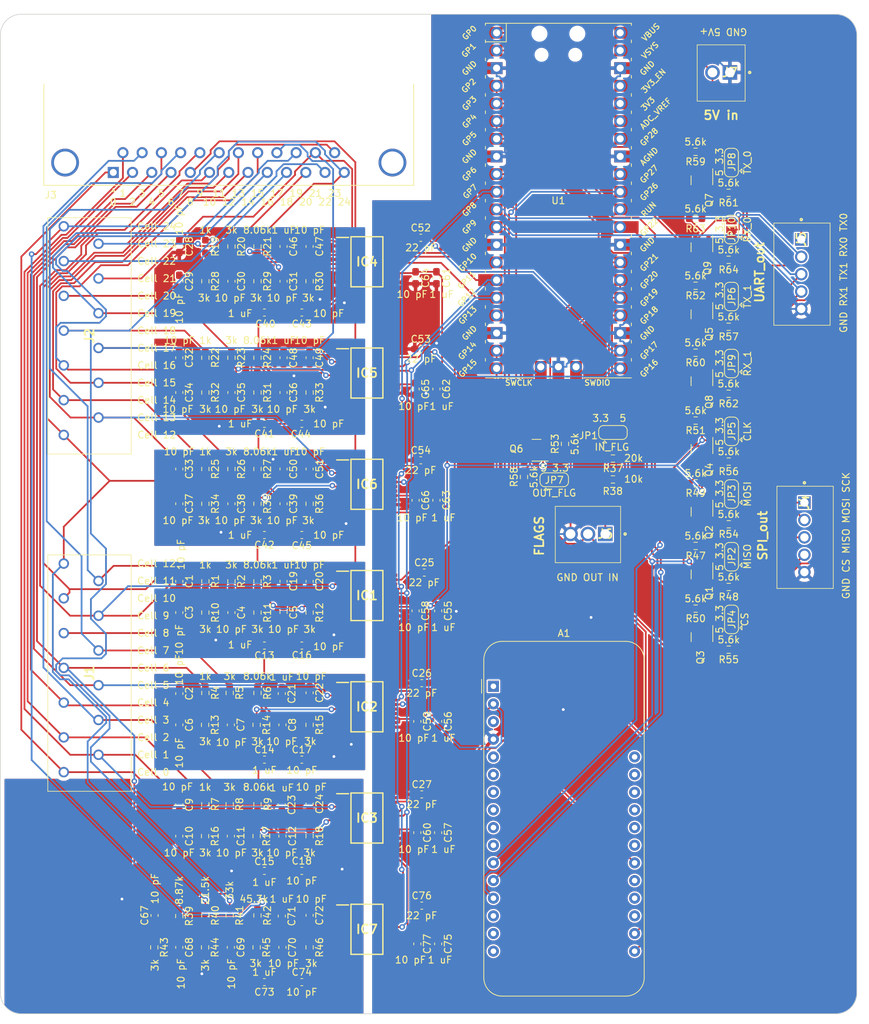
<source format=kicad_pcb>
(kicad_pcb (version 20211014) (generator pcbnew)
  (layers (0 "F.Cu" signal) (31 "B.Cu" signal) (34 "B.Paste" user) (35 "F.Paste" user) (36 "B.SilkS" user "B.Silkscreen") (37 "F.SilkS" user "F.Silkscreen") (38 "B.Mask" user) (39 "F.Mask" user) (44 "Edge.Cuts" user))
  (net 0 "")
  (net 2 "+3.3V")
  (net 4 "GNDD")
  (net 8 "SD_SPI_CS")
  (net 10 "SD_SPI_CLK")
  (net 11 "SD_SPI_MOSI")
  (net 12 "SD_SPI_MISO")
  (net 16 "I2C_SDA")
  (net 17 "I2C_SCL")
  (net 26 "Cell_9")
  (net 27 "Cell_8")
  (net 28 "Cell_5")
  (net 29 "Cell_4")
  (net 30 "Net-(C3-Pad1)")
  (net 31 "Net-(C4-Pad1)")
  (net 32 "Net-(C5-Pad1)")
  (net 33 "Net-(C6-Pad1)")
  (net 34 "Net-(C7-Pad1)")
  (net 35 "Net-(C8-Pad1)")
  (net 36 "Cell_1")
  (net 37 "Cell_0")
  (net 38 "Net-(C10-Pad1)")
  (net 39 "Net-(C11-Pad1)")
  (net 40 "Net-(C12-Pad1)")
  (net 41 "Net-(C13-Pad1)")
  (net 42 "Net-(C14-Pad1)")
  (net 43 "Net-(C15-Pad1)")
  (net 44 "Net-(C19-Pad1)")
  (net 45 "Net-(C21-Pad1)")
  (net 46 "Net-(C23-Pad1)")
  (net 47 "ADC_3_CS")
  (net 48 "ADC_2_CS")
  (net 49 "ADC_1_CS")
  (net 50 "Cell_21")
  (net 51 "Cell_20")
  (net 52 "Net-(C29-Pad1)")
  (net 53 "Net-(C30-Pad1)")
  (net 54 "Net-(C31-Pad1)")
  (net 55 "Cell_17")
  (net 56 "Cell_16")
  (net 57 "Cell_13")
  (net 58 "Cell_12")
  (net 59 "Net-(C34-Pad1)")
  (net 60 "Net-(C35-Pad1)")
  (net 61 "Net-(C36-Pad1)")
  (net 62 "Net-(C37-Pad1)")
  (net 63 "Net-(C38-Pad1)")
  (net 64 "Net-(C39-Pad1)")
  (net 65 "Net-(C40-Pad1)")
  (net 66 "Net-(C41-Pad1)")
  (net 67 "Net-(C42-Pad1)")
  (net 68 "Net-(C46-Pad1)")
  (net 69 "Net-(C48-Pad1)")
  (net 70 "Net-(C50-Pad1)")
  (net 71 "ADC_6_CS")
  (net 72 "ADC_5_CS")
  (net 73 "ADC_4_CS")
  (net 76 "ADC_SPI_MISO")
  (net 77 "ADC_SPI_MOSI")
  (net 78 "ADC_SPI_CLK")
  (net 79 "ADC_3_int")
  (net 82 "ADC_2_int")
  (net 85 "ADC_1_int")
  (net 88 "ADC_6_int")
  (net 91 "ADC_5_int")
  (net 94 "ADC_4_int")
  (net 95 "Cell_2")
  (net 96 "Cell_3")
  (net 97 "Cell_6")
  (net 98 "Cell_7")
  (net 99 "Cell_10")
  (net 100 "Cell_11")
  (net 101 "Cell_14")
  (net 102 "Cell_15")
  (net 103 "Cell_18")
  (net 104 "Cell_19")
  (net 105 "Cell_22")
  (net 106 "Cell_23")
  (net 107 "Cell_24")
  (net 108 "+5V")
  (net 109 "system_SPI_CS")
  (net 110 "UART0_TX")
  (net 111 "UART0_RX")
  (net 112 "UART1_TX")
  (net 113 "UART1_RX")
  (net 114 "IN_flag")
  (net 115 "OUT_flag")
  (net 116 "Net-(JP1-Pad1)")
  (net 117 "IN_flag_shifted")
  (net 120 "Net-(C67-Pad1)")
  (net 131 "Net-(C68-Pad1)")
  (net 132 "Net-(C69-Pad1)")
  (net 133 "Net-(C70-Pad1)")
  (net 134 "Net-(C71-Pad1)")
  (net 135 "Net-(C73-Pad1)")
  (net 136 "ADC_7_CS")
  (net 139 "ADC_7_int")
  (net 140 "SD_SPI_CLK_SHIFT")
  (net 141 "SD_SPI_MOSI_SHIFT")
  (net 142 "SD_SPI_MISO_SHIFT")
  (net 143 "system_SPI_CS_SHIFT")
  (net 144 "UART0_TX_SHIFT")
  (net 145 "UART0_RX_SHIFT")
  (net 146 "Net-(JP2-Pad1)")
  (net 147 "Net-(JP3-Pad1)")
  (net 148 "Net-(JP4-Pad1)")
  (net 149 "Net-(JP5-Pad1)")
  (net 150 "Net-(JP6-Pad1)")
  (net 151 "UART1_TX_SHIFT")
  (net 152 "Net-(JP7-Pad1)")
  (net 153 "OUT_flag_SHIFT")
  (net 154 "Net-(JP8-Pad1)")
  (net 155 "Net-(JP9-Pad1)")
  (net 156 "UART1_RX_SHIFT")
  (net 157 "Net-(JP10-Pad1)")
  (footprint "Resistor_SMD:R_0603_1608Metric_Pad0.98x0.95mm_HandSolder" (layer "F.Cu") (at 114.05 88.4667 180)
    (fp_text reference "R47")
    (fp_text value "5.6k")
  )
  (footprint "Capacitor_SMD:C_0603_1608Metric_Pad1.08x0.95mm_HandSolder" (layer "F.Cu") (at 39.75 109.7 -90)
    (fp_text reference "C2")
    (fp_text value "10 pF")
  )
  (footprint "Capacitor_SMD:C_0603_1608Metric_Pad1.08x0.95mm_HandSolder" (layer "F.Cu") (at 57.378 151.2)
    (fp_text reference "C74")
    (fp_text value "10 pF")
  )
  (footprint "Resistor_SMD:R_0603_1608Metric_Pad0.98x0.95mm_HandSolder" (layer "F.Cu") (at 118.8125 94.3667 180)
    (fp_text reference "R48")
    (fp_text value "5.6k")
  )
  (footprint "Resistor_SMD:R_0603_1608Metric_Pad0.98x0.95mm_HandSolder" (layer "F.Cu") (at 114.0375 31.7833 180)
    (fp_text reference "R59")
    (fp_text value "5.6k")
  )
  (footprint "Capacitor_SMD:C_0603_1608Metric_Pad1.08x0.95mm_HandSolder" (layer "F.Cu") (at 52 54.9 180)
    (fp_text reference "C40")
    (fp_text value "1 uF")
  )
  (footprint "Resistor_SMD:R_0603_1608Metric_Pad0.98x0.95mm_HandSolder" (layer "F.Cu") (at 43.5 77.4001 -90)
    (fp_text reference "R25")
    (fp_text value "1k")
  )
  (footprint "Capacitor_SMD:C_0603_1608Metric_Pad1.08x0.95mm_HandSolder" (layer "F.Cu") (at 77 113.7 -90)
    (fp_text reference "C56")
    (fp_text value "1 uF")
  )
  (footprint "Capacitor_SMD:C_0603_1608Metric_Pad1.08x0.95mm_HandSolder" (layer "F.Cu") (at 51.998 151.2 180)
    (fp_text reference "C73")
    (fp_text value "1 uF")
  )
  (footprint "Resistor_SMD:R_0603_1608Metric_Pad0.98x0.95mm_HandSolder" (layer "F.Cu") (at 43.5 109.6125 -90)
    (fp_text reference "R4")
    (fp_text value "1k")
  )
  (footprint "Resistor_SMD:R_0603_1608Metric_Pad0.98x0.95mm_HandSolder" (layer "F.Cu") (at 51 98.05 -90)
    (fp_text reference "R11")
    (fp_text value "3k")
  )
  (footprint "Capacitor_SMD:C_0603_1608Metric_Pad1.08x0.95mm_HandSolder" (layer "F.Cu") (at 57.38 86.9001)
    (fp_text reference "C45")
    (fp_text value "10 pF")
  )
  (footprint "Resistor_SMD:R_0603_1608Metric_Pad0.98x0.95mm_HandSolder" (layer "F.Cu") (at 43.498 141.6125 -90)
    (fp_text reference "R40")
    (fp_text value "21.5k")
  )
  (footprint "Resistor_SMD:R_0603_1608Metric_Pad0.98x0.95mm_HandSolder" (layer "F.Cu") (at 43.5 66.4001 -90)
    (fp_text reference "R32")
    (fp_text value "3k")
  )
  (footprint "Resistor_SMD:R_0603_1608Metric_Pad0.98x0.95mm_HandSolder" (layer "F.Cu") (at 47.25 77.4001 -90)
    (fp_text reference "R26")
    (fp_text value "3k")
  )
  (footprint "Module:Adafruit_Feather" (layer "F.Cu") (at 84.9475 108.65)
    (fp_text reference "A1")
    (fp_text value "Adafruit_Feather_Generic")
  )
  (footprint "Resistor_SMD:R_0603_1608Metric_Pad0.98x0.95mm_HandSolder" (layer "F.Cu") (at 118.8 37.6833 180)
    (fp_text reference "R61")
    (fp_text value "5.6k")
  )
  (footprint "Capacitor_SMD:C_0603_1608Metric_Pad1.08x0.95mm_HandSolder" (layer "F.Cu") (at 47.168 146.2 -90)
    (fp_text reference "C69")
    (fp_text value "10 pF")
  )
  (footprint "Resistor_SMD:R_0603_1608Metric_Pad0.98x0.95mm_HandSolder" (layer "F.Cu") (at 50.88 114.2 -90)
    (fp_text reference "R14")
    (fp_text value "3k")
  )
  (footprint "Resistor_SMD:R_0603_1608Metric_Pad0.98x0.95mm_HandSolder" (layer "F.Cu") (at 47 109.6125 -90)
    (fp_text reference "R5")
    (fp_text value "3k")
  )
  (footprint "Resistor_SMD:R_0603_1608Metric_Pad0.98x0.95mm_HandSolder" (layer "F.Cu") (at 43.5 93.55 -90)
    (fp_text reference "R1")
    (fp_text value "1k")
  )
  (footprint "Capacitor_SMD:C_0603_1608Metric_Pad1.08x0.95mm_HandSolder" (layer "F.Cu") (at 74.5 44.15)
    (fp_text reference "C52")
    (fp_text value "22 pF")
  )
  (footprint "SamacSys_Parts:SOP65P778X199-20N" (layer "F.Cu") (at 66.75 47.6)
    (fp_text reference "IC4")
    (fp_text value "MAX22531AAP+" hide)
  )
  (footprint "Capacitor_SMD:C_0603_1608Metric_Pad1.08x0.95mm_HandSolder" (layer "F.Cu") (at 39.75 98.05 -90)
    (fp_text reference "C3")
    (fp_text value "10 pF")
  )
  (footprint "Capacitor_SMD:C_0603_1608Metric_Pad1.08x0.95mm_HandSolder" (layer "F.Cu") (at 54.75 50.4 -90)
    (fp_text reference "C31")
    (fp_text value "10 pF")
  )
  (footprint "Resistor_SMD:R_0603_1608Metric_Pad0.98x0.95mm_HandSolder" (layer "F.Cu") (at 50.998 125.6125 -90)
    (fp_text reference "R9")
    (fp_text value "8.06k")
  )
  (footprint "Resistor_SMD:R_0603_1608Metric_Pad0.98x0.95mm_HandSolder" (layer "F.Cu") (at 118.8 47.3167 180)
    (fp_text reference "R64")
    (fp_text value "5.6k")
  )
  (footprint "Resistor_SMD:R_0603_1608Metric_Pad0.98x0.95mm_HandSolder" (layer "F.Cu") (at 95.25 73.7875 90)
    (fp_text reference "R53")
    (fp_text value "5.6k")
  )
  (footprint "Resistor_SMD:R_0603_1608Metric_Pad0.98x0.95mm_HandSolder" (layer "F.Cu") (at 47.25 93.55 -90)
    (fp_text reference "R2")
    (fp_text value "3k")
  )
  (footprint "Connector_Dsub:DSUB-25_Female_Horizontal_P2.77x2.84mm_EdgePinOffset9.90mm_Housed_MountingHolesOffset11.32mm" (layer "F.Cu") (at 30.25 34.75 180)
    (fp_text reference "J3")
    (fp_text value "DB25_Female")
  )
  (footprint "Resistor_SMD:R_0603_1608Metric_Pad0.98x0.95mm_HandSolder" (layer "F.Cu") (at 89.35 78.55 90)
    (fp_text reference "R58")
    (fp_text value "5.6k")
  )
  (footprint "Jumper:SolderJumper-3_P1.3mm_Bridged2Bar12_RoundedPad1.0x1.5mm" (layer "F.Cu") (at 119.2 42.9667 90)
    (fp_text reference "JP10")
    (fp_text value "RX_0")
  )
  (footprint "Capacitor_SMD:C_0603_1608Metric_Pad1.08x0.95mm_HandSolder" (layer "F.Cu") (at 39.75 61.4001 -90)
    (fp_text reference "C32")
    (fp_text value "10 pF")
  )
  (footprint "Resistor_SMD:R_0603_1608Metric_Pad0.98x0.95mm_HandSolder" (layer "F.Cu") (at 114.0375 60.6833 180)
    (fp_text reference "R60")
    (fp_text value "5.6k")
  )
  (footprint "Capacitor_SMD:C_0603_1608Metric_Pad1.08x0.95mm_HandSolder" (layer "F.Cu") (at 54.75 45.4 -90)
    (fp_text reference "C46")
    (fp_text value "1 uF")
  )
  (footprint "Capacitor_SMD:C_0603_1608Metric_Pad1.08x0.95mm_HandSolder" (layer "F.Cu") (at 39.75 66.4001 -90)
    (fp_text reference "C34")
    (fp_text value "10 pF")
  )
  (footprint "Resistor_SMD:R_0603_1608Metric_Pad0.98x0.95mm_HandSolder" (layer "F.Cu") (at 43.5 45.4 -90)
    (fp_text reference "R19")
    (fp_text value "1k")
  )
  (footprint "Resistor_SMD:R_0603_1608Metric_Pad0.98x0.95mm_HandSolder" (layer "F.Cu") (at 102.15 75.9 180)
    (fp_text reference "R37")
    (fp_text value "20k")
  )
  (footprint "SamacSys_Parts:1990119" (layer "F.Cu") (at 23.125 121 90)
    (fp_text reference "J1")
    (fp_text value "1990119" hide)
  )
  (footprint "Jumper:SolderJumper-3_P1.3mm_Bridged2Bar12_RoundedPad1.0x1.5mm" (layer "F.Cu") (at 102.15 72.15)
    (fp_text reference "JP1")
    (fp_text value "SolderJumper_3_Bridged12")
  )
  (footprint "Jumper:SolderJumper-3_P1.3mm_Bridged2Bar12_RoundedPad1.0x1.5mm" (layer "F.Cu") (at 119.2125 99.0333 90)
    (fp_text reference "JP4")
    (fp_text value "CS")
  )
  (footprint "Capacitor_SMD:C_0603_1608Metric_Pad1.08x0.95mm_HandSolder" (layer "F.Cu") (at 54.75 66.4001 -90)
    (fp_text reference "C36")
    (fp_text value "10 pF")
  )
  (footprint "Jumper:SolderJumper-3_P1.3mm_Bridged2Bar12_RoundedPad1.0x1.5mm" (layer "F.Cu") (at 119.2125 90.0167 90)
    (fp_text reference "JP2")
    (fp_text value "MISO")
  )
  (footprint "Capacitor_SMD:C_0603_1608Metric_Pad1.08x0.95mm_HandSolder" (layer "F.Cu") (at 57.38 54.9)
    (fp_text reference "C43")
    (fp_text value "10 pF")
  )
  (footprint "Capacitor_SMD:C_0603_1608Metric_Pad1.08x0.95mm_HandSolder" (layer "F.Cu") (at 54.498 125.7 -90)
    (fp_text reference "C23")
    (fp_text value "1 uF")
  )
  (footprint "Resistor_SMD:R_0603_1608Metric_Pad0.98x0.95mm_HandSolder" (layer "F.Cu") (at 51 93.55 -90)
    (fp_text reference "R3")
    (fp_text value "8.06k")
  )
  (footprint "Capacitor_SMD:C_0603_1608Metric_Pad1.08x0.95mm_HandSolder" (layer "F.Cu") (at 54.75 77.4001 -90)
    (fp_text reference "C50")
    (fp_text value "1 uF")
  )
  (footprint "Capacitor_SMD:C_0603_1608Metric_Pad1.08x0.95mm_HandSolder" (layer "F.Cu") (at 73.998 129.7 -90)
    (fp_text reference "C60")
    (fp_text value "10 pF")
  )
  (footprint "SamacSys_Parts:1963544" (layer "F.Cu") (at 101.05 86.75 180)
    (fp_text reference "J6")
    (fp_text value "FLAGS")
  )
  (footprint "Resistor_SMD:R_0603_1608Metric_Pad0.98x0.95mm_HandSolder" (layer "F.Cu") (at 51 50.4 -90)
    (fp_text reference "R29")
    (fp_text value "3k")
  )
  (footprint "Resistor_SMD:R_0603_1608Metric_Pad0.98x0.95mm_HandSolder" (layer "F.Cu") (at 58.5 50.4 -90)
    (fp_text reference "R30")
    (fp_text value "3k")
  )
  (footprint "Resistor_SMD:R_0603_1608Metric_Pad0.98x0.95mm_HandSolder" (layer "F.Cu") (at 118.8 56.95 180)
    (fp_text reference "R57")
    (fp_text value "5.6k")
  )
  (footprint "Capacitor_SMD:C_0603_1608Metric_Pad1.08x0.95mm_HandSolder" (layer "F.Cu") (at 58.5 45.4 -90)
    (fp_text reference "C47")
    (fp_text value "10 pF")
  )
  (footprint "Capacitor_SMD:C_0603_1608Metric_Pad1.08x0.95mm_HandSolder" (layer "F.Cu") (at 51.998 135.2 180)
    (fp_text reference "C15")
    (fp_text value "1 uF")
  )
  (footprint "Package_TO_SOT_SMD:SOT-23" (layer "F.Cu") (at 114.9625 101.5833 -90)
    (fp_text reference "Q3")
    (fp_text value "BSS138")
  )
  (footprint "Capacitor_SMD:C_0603_1608Metric_Pad1.08x0.95mm_HandSolder" (layer "F.Cu") (at 57.378 135.2)
    (fp_text reference "C18")
    (fp_text value "10 pF")
  )
  (footprint "Capacitor_SMD:C_0603_1608Metric_Pad1.08x0.95mm_HandSolder" (layer "F.Cu") (at 54.75 98.05 -90)
    (fp_text reference "C5")
    (fp_text value "10 pF")
  )
  (footprint "Capacitor_SMD:C_0603_1608Metric_Pad1.08x0.95mm_HandSolder" (layer "F.Cu") (at 52 102.8 180)
    (fp_text reference "C13")
    (fp_text value "1 uF")
  )
  (footprint "Resistor_SMD:R_0603_1608Metric_Pad0.98x0.95mm_HandSolder" (layer "F.Cu") (at 114.05 79.45 180)
    (fp_text reference "R49")
    (fp_text value "5.6k")
  )
  (footprint "Capacitor_SMD:C_0603_1608Metric_Pad1.08x0.95mm_HandSolder" (layer "F.Cu") (at 58.5 61.4001 -90)
    (fp_text reference "C49")
    (fp_text value "10 pF")
  )
  (footprint "Resistor_SMD:R_0603_1608Metric_Pad0.98x0.95mm_HandSolder" (layer "F.Cu") (at 43.5 82.4001 -90)
    (fp_text reference "R34")
    (fp_text value "3k")
  )
  (footprint "Resistor_SMD:R_0603_1608Metric_Pad0.98x0.95mm_HandSolder" (layer "F.Cu") (at 43.458 146.2 -90)
    (fp_text reference "R44")
    (fp_text value "3k")
  )
  (footprint "Capacitor_SMD:C_0603_1608Metric_Pad1.08x0.95mm_HandSolder" (layer "F.Cu") (at 54.75 82.4001 -90)
    (fp_text reference "C39")
    (fp_text value "10 pF")
  )
  (footprint "Resistor_SMD:R_0603_1608Metric_Pad0.98x0.95mm_HandSolder" (layer "F.Cu") (at 50.878 146.2 -90)
    (fp_text reference "R45")
    (fp_text value "3k")
  )
  (footprint "SamacSys_Parts:1881587" (layer "F.Cu") (at 129.7 82.2333 -90)
    (fp_text reference "J4")
    (fp_text value "SPI_out")
  )
  (footprint "SamacSys_Parts:SOP65P778X199-20N" (layer "F.Cu") (at 66.75 95.6)
    (fp_text reference "IC1")
    (fp_text value "MAX22531AAP+" hide)
  )
  (footprint "Resistor_SMD:R_0603_1608Metric_Pad0.98x0.95mm_HandSolder" (layer "F.Cu") (at 114.0375 51.05 180)
    (fp_text reference "R52")
    (fp_text value "5.6k")
  )
  (footprint "Capacitor_SMD:C_0603_1608Metric_Pad1.08x0.95mm_HandSolder" (layer "F.Cu") (at 74.6355 124.2)
    (fp_text reference "C27")
    (fp_text value "22 pF")
  )
  (footprint "Capacitor_SMD:C_0603_1608Metric_Pad1.08x0.95mm_HandSolder" (layer "F.Cu") (at 39.748 146.2 -90)
    (fp_text reference "C68")
    (fp_text value "10 pF")
  )
  (footprint "Capacitor_SMD:C_0603_1608Metric_Pad1.08x0.95mm_HandSolder" (layer "F.Cu") (at 36.19 141.6125 90)
    (fp_text reference "C67")
    (fp_text value "10 pF")
  )
  (footprint "SamacSys_Parts:1881587" (layer "F.Cu") (at 129.25 44.3833 -90)
    (fp_text reference "J5")
    (fp_text value "UART_out")
  )
  (footprint "Capacitor_SMD:C_0603_1608Metric_Pad1.08x0.95mm_HandSolder" (layer "F.Cu") (at 54.588 146.2 -90)
    (fp_text reference "C70")
    (fp_text value "10 pF")
  )
  (footprint "Capacitor_SMD:C_0603_1608Metric_Pad1.08x0.95mm_HandSolder" (layer "F.Cu") (at 39.75 82.4001 -90)
    (fp_text reference "C37")
    (fp_text value "10 pF")
  )
  (footprint "Resistor_SMD:R_0603_1608Metric_Pad0.98x0.95mm_HandSolder" (layer "F.Cu") (at 58.498 130.2 -90)
    (fp_text reference "R18")
    (fp_text value "3k")
  )
  (footprint "Resistor_SMD:R_0603_1608Metric_Pad0.98x0.95mm_HandSolder" (layer "F.Cu") (at 51 82.4001 -90)
    (fp_text reference "R35")
    (fp_text value "3k")
  )
  (footprint "Capacitor_SMD:C_0603_1608Metric_Pad1.08x0.95mm_HandSolder" (layer "F.Cu") (at 54.5 109.7 -90)
    (fp_text reference "C21")
    (fp_text value "1 uF")
  )
  (footprint "Resistor_SMD:R_0603_1608Metric_Pad0.98x0.95mm_HandSolder" (layer "F.Cu") (at 51 45.4 -90)
    (fp_text reference "R21")
    (fp_text value "8.06k")
  )
  (footprint "Capacitor_SMD:C_0603_1608Metric_Pad1.08x0.95mm_HandSolder" (layer "F.Cu") (at 52 70.9001 180)
    (fp_text reference "C41")
    (fp_text value "1 uF")
  )
  (footprint "SamacSys_Parts:SOP65P778X199-20N" (layer "F.Cu") (at 66.748 127.6)
    (fp_text reference "IC3")
    (fp_text value "MAX22531AAP+" hide)
  )
  (footprint "Jumper:SolderJumper-3_P1.3mm_Bridged2Bar12_RoundedPad1.0x1.5mm" (layer "F.Cu") (at 119.2125 81 90)
    (fp_text reference "JP3")
    (fp_text value "MOSI")
  )
  (footprint "Capacitor_SMD:C_0603_1608Metric_Pad1.08x0.95mm_HandSolder" (layer "F.Cu") (at 52 86.9001 180)
    (fp_text reference "C42")
    (fp_text value "1 uF")
  )
  (footprint "Resistor_SMD:R_0603_1608Metric_Pad0.98x0.95mm_HandSolder" (layer "F.Cu") (at 47.25 61.4001 -90)
    (fp_text reference "R23")
    (fp_text value "3k")
  )
  (footprint "Resistor_SMD:R_0603_1608Metric_Pad0.98x0.95mm_HandSolder" (layer "F.Cu") (at 58.5 66.4001 -90)
    (fp_text reference "R33")
    (fp_text value "3k")
  )
  (footprint "Resistor_SMD:R_0603_1608Metric_Pad0.98x0.95mm_HandSolder" (layer "F.Cu") (at 43.5 61.4001 -90)
    (fp_text reference "R22")
    (fp_text value "1k")
  )
  (footprint "Package_TO_SOT_SMD:SOT-23" (layer "F.Cu") (at 114.95 35.8833 -90)
    (fp_text reference "Q7")
    (fp_text value "BSS138")
  )
  (footprint "Package_TO_SOT_SMD:SOT-23" (layer "F.Cu") (at 114.9625 92.5667 -90)
    (fp_text reference "Q1")
    (fp_text value "BSS138")
  )
  (footprint "Resistor_SMD:R_0603_1608Metric_Pad0.98x0.95mm_HandSolder" (layer "F.Cu") (at 47.25 45.4 -90)
    (fp_text reference "R20")
    (fp_text value "3k")
  )
  (footprint "Capacitor_SMD:C_0603_1608Metric_Pad1.08x0.95mm_HandSolder" (layer "F.Cu") (at 47.25 66.4001 -90)
    (fp_text reference "C35")
    (fp_text value "10 pF")
  )
  (footprint "Capacitor_SMD:C_0603_1608Metric_Pad1.08x0.95mm_HandSolder" (layer "F.Cu") (at 74 113.7 -90)
    (fp_text reference "C59")
    (fp_text value "10 pF")
  )
  (footprint "Resistor_SMD:R_0603_1608Metric_Pad0.98x0.95mm_HandSolder" (layer "F.Cu") (at 51 66.4001 -90)
    (fp_text reference "R31")
    (fp_text value "3k")
  )
  (footprint "Resistor_SMD:R_0603_1608Metric_Pad0.98x0.95mm_HandSolder" (layer "F.Cu") (at 51 61.4001 -90)
    (fp_text reference "R24")
    (fp_text value "8.06k")
  )
  (footprint "Capacitor_SMD:C_0603_1608Metric_Pad1.08x0.95mm_HandSolder" (layer "F.Cu") (at 73.75 49.9 -90)
    (fp_text reference "C64")
    (fp_text value "10 pF")
  )
  (footprint "Capacitor_SMD:C_0603_1608Metric_Pad1.08x0.95mm_HandSolder" (layer "F.Cu") (at 58.5 93.55 -90)
    (fp_text reference "C20")
    (fp_text value "10 pF")
  )
  (footprint "Capacitor_SMD:C_0603_1608Metric_Pad1.08x0.95mm_HandSolder" (layer "F.Cu") (at 57.38 102.8)
    (fp_text reference "C16")
    (fp_text value "10 pF")
  )
  (footprint "Resistor_SMD:R_0603_1608Metric_Pad0.98x0.95mm_HandSolder" (layer "F.Cu") (at 46.998 125.6125 -90)
    (fp_text reference "R8")
    (fp_text value "3k")
  )
  (footprint "Resistor_SMD:R_0603_1608Metric_Pad0.98x0.95mm_HandSolder" (layer "F.Cu") (at 50.878 130.2 -90)
    (fp_text reference "R17")
    (fp_text value "3k")
  )
  (footprint "Capacitor_SMD:C_0603_1608Metric_Pad1.08x0.95mm_HandSolder" (layer "F.Cu") (at 47.25 82.4001 -90)
    (fp_text reference "C38")
    (fp_text value "10 pF")
  )
  (footprint "Capacitor_SMD:C_0603_1608Metric_Pad1.08x0.95mm_HandSolder" (layer "F.Cu") (at 54.59 114.2 -90)
    (fp_text reference "C8")
    (fp_text value "10 pF")
  )
  (footprint "Jumper:SolderJumper-3_P1.3mm_Bridged2Bar12_RoundedPad1.0x1.5mm" (layer "F.Cu") (at 93.7 78.95)
    (fp_text reference "JP7")
    (fp_text value "OUT_FLG")
  )
  (footprint "Capacitor_SMD:C_0603_1608Metric_Pad1.08x0.95mm_HandSolder" (layer "F.Cu") (at 54.588 130.2 -90)
    (fp_text reference "C12")
    (fp_text value "10 pF")
  )
  (footprint "Capacitor_SMD:C_0603_1608Metric_Pad1.08x0.95mm_HandSolder" (layer "F.Cu") (at 54.75 61.4001 -90)
    (fp_text reference "C48")
    (fp_text value "1 uF")
  )
  (footprint "Resistor_SMD:R_0603_1608Metric_Pad0.98x0.95mm_HandSolder" (layer "F.Cu") (at 43.498 125.6125 -90)
    (fp_text reference "R7")
    (fp_text value "1k")
  )
  (footprint "Package_TO_SOT_SMD:SOT-23" (layer "F.Cu") (at 114.9625 83.55 -90)
    (fp_text reference "Q2")
    (fp_text value "BSS138")
  )
  (footprint "Resistor_SMD:R_0603_1608Metric_Pad0.98x0.95mm_HandSolder" (layer "F.Cu") (at 118.8125 85.35 180)
    (fp_text reference "R54")
    (fp_text value "5.6k")
  )
  (footprint "Capacitor_SMD:C_0603_1608Metric_Pad1.08x0.95mm_HandSolder" (layer "F.Cu") (at 73.75 65.9001 -90)
    (fp_text reference "C65")
    (fp_text value "10 pF")
  )
  (footprint "Capacitor_SMD:C_0603_1608Metric_Pad1.08x0.95mm_HandSolder" (layer "F.Cu") (at 76.998 129.7 -90)
    (fp_text reference "C57")
    (fp_text value "1 uF")
  )
  (footprint "Package_TO_SOT_SMD:SOT-23" (layer "F.Cu") (at 114.95 45.5167 -90)
    (fp_text reference "Q9")
    (fp_text value "BSS138")
  )
  (footprint "SamacSys_Parts:SOP65P778X199-20N" (layer "F.Cu") (at 66.748 143.6)
    (fp_text reference "IC7")
    (fp_text value "MAX22531AAP+" hide)
  )
  (footprint "Resistor_SMD:R_0603_1608Metric_Pad0.98x0.95mm_HandSolder" (layer "F.Cu") (at 39.748 141.7 -90)
    (fp_text reference "R39")
    (fp_text value "8.87k")
  )
  (footprint "Resistor_SMD:R_0603_1608Metric_Pad0.98x0.95mm_HandSolder" (layer "F.Cu") (at 118.8125 76.3333 180)
    (fp_text reference "R56")
    (fp_text value "5.6k")
  )
  (footprint "Resistor_SMD:R_0603_1608Metric_Pad0.98x0.95mm_HandSolder" (layer "F.Cu") (at 58.498 146.2 -90)
    (fp_text reference "R46")
    (fp_text value "3k")
  )
  (footprint "Capacitor_SMD:C_0603_1608Metric_Pad1.08x0.95mm_HandSolder" (layer "F.Cu") (at 57.38 119.2)
    (fp_text reference "C17")
    (fp_text value "10 pF")
  )
  (footprint "Capacitor_SMD:C_0603_1608Metric_Pad1.08x0.95mm_HandSolder" (layer "F.Cu") (at 58.5 109.5875 -90)
    (fp_text reference "C22")
    (fp_text value "10 pF")
  )
  (footprint "Resistor_SMD:R_0603_1608Metric_Pad0.98x0.95mm_HandSolder" (layer "F.Cu") (at 118.8125 103.3833 180)
    (fp_text reference "R55")
    (fp_text value "5.6k")
  )
  (footprint "Capacitor_SMD:C_0603_1608Metric_Pad1.08x0.95mm_HandSolder" (layer "F.Cu") (at 39.748 130.2 -90)
    (fp_text reference "C10")
    (fp_text value "10 pF")
  )
  (footprint "Jumper:SolderJumper-3_P1.3mm_Bridged2Bar12_RoundedPad1.0x1.5mm" (layer "F.Cu") (at 119.2 62.2333 90)
    (fp_text reference "JP9")
    (fp_text value "RX_1")
  )
  (footprint "Resistor_SMD:R_0603_1608Metric_Pad0.98x0.95mm_HandSolder" (layer "F.Cu") (at 58.5 82.4001 -90)
    (fp_text reference "R36")
    (fp_text value "3k")
  )
  (footprint "Capacitor_SMD:C_0603_1608Metric_Pad1.08x0.95mm_HandSolder" (layer "F.Cu") (at 58.498 125.5875 -90)
    (fp_text reference "C24")
    (fp_text value "10 pF")
  )
  (footprint "Capacitor_SMD:C_0603_1608Metric_Pad1.08x0.95mm_HandSolder" (layer "F.Cu") (at 73.75 97.8 -90)
    (fp_text reference "C58")
    (fp_text value "10 pF")
  )
  (footprint "Resistor_SMD:R_0603_1608Metric_Pad0.98x0.95mm_HandSolder" (layer "F.Cu") (at 114.0375 41.4167 180)
    (fp_text reference "R63")
    (fp_text value "5.6k")
  )
  (footprint "Package_TO_SOT_SMD:SOT-23" (layer "F.Cu") (at 114.95 64.7833 -90)
    (fp_text reference "Q8")
    (fp_text value "BSS138")
  )
  (footprint "Capacitor_SMD:C_0603_1608Metric_Pad1.08x0.95mm_HandSolder" (layer "F.Cu") (at 76.75 49.9 -90)
    (fp_text reference "C61")
    (fp_text value "1 uF")
  )
  (footprint "MCU_RaspberryPi_and_Boards:RPi_Pico_SMD_TH" (layer "F.Cu") (at 94.3 38.8)
    (fp_text reference "U1")
    (fp_text value "Pico")
  )
  (footprint "Capacitor_SMD:C_0603_1608Metric_Pad1.08x0.95mm_HandSolder" (layer "F.Cu") (at 58.498 141.5875 -90)
    (fp_text reference "C72")
    (fp_text value "10 pF")
  )
  (footprint "Capacitor_SMD:C_0603_1608Metric_Pad1.08x0.95mm_HandSolder" (layer "F.Cu") (at 57.38 70.9001)
    (fp_text reference "C44")
    (fp_text value "10 pF")
  )
  (footprint "SamacSys_Parts:1963531" (layer "F.Cu") (at 118.975 20.375 180)
    (fp_text reference "J7")
    (fp_text value "5V in")
  )
  (footprint "Jumper:SolderJumper-3_P1.3mm_Bridged2Bar12_RoundedPad1.0x1.5mm" (layer "F.Cu") (at 119.2 52.6 90)
    (fp_text reference "JP6")
    (fp_text value "TX_1")
  )
  (footprint "Capacitor_SMD:C_0603_1608Metric_Pad1.08x0.95mm_HandSolder" (layer "F.Cu") (at 76.998 145.7 -90)
    (fp_text reference "C75")
    (fp_text value "1 uF")
  )
  (footprint "Package_TO_SOT_SMD:SOT-23" (layer "F.Cu") (at 114.95 55.15 -90)
    (fp_text reference "Q5")
    (fp_text value "BSS138")
  )
  (footprint "Capacitor_SMD:C_0603_1608Metric_Pad1.08x0.95mm_HandSolder" (layer "F.Cu") (at 76.75 65.9001 -90)
    (fp_text reference "C62")
    (fp_text value "1 uF")
  )
  (footprint "Capacitor_SMD:C_0603_1608Metric_Pad1.08x0.95mm_HandSolder" (layer "F.Cu") (at 77 97.8 -90)
    (fp_text reference "C55")
    (fp_text value "1 uF")
  )
  (footprint "Capacitor_SMD:C_0603_1608Metric_Pad1.08x0.95mm_HandSolder" (layer "F.Cu") (at 39.75 45.4 -90)
    (fp_text reference "C28")
    (fp_text value "10 pF")
  )
  (footprint "Capacitor_SMD:C_0603_1608Metric_Pad1.08x0.95mm_HandSolder" (layer "F.Cu") (at 39.75 50.4 -90)
    (fp_text reference "C29")
    (fp_text value "10 pF")
  )
  (footprint "Capacitor_SMD:C_0603_1608Metric_Pad1.08x0.95mm_HandSolder" (layer "F.Cu") (at 47.168 130.2 -90)
    (fp_text reference "C11")
    (fp_text value "10 pF")
  )
  (footprint "SamacSys_Parts:SOP65P778X199-20N" (layer "F.Cu") (at 66.75 111.6)
    (fp_text reference "IC2")
    (fp_text value "MAX22531AAP+" hide)
  )
  (footprint "Resistor_SMD:R_0603_1608Metric_Pad0.98x0.95mm_HandSolder" (layer "F.Cu") (at 51 77.4001 -90)
    (fp_text reference "R27")
    (fp_text value "8.06k")
  )
  (footprint "Resistor_SMD:R_0603_1608Metric_Pad0.98x0.95mm_HandSolder" (layer "F.Cu") (at 43.5 50.4 -90)
    (fp_text reference "R28")
    (fp_text value "3k")
  )
  (footprint "Resistor_SMD:R_0603_1608Metric_Pad0.98x0.95mm_HandSolder" (layer "F.Cu") (at 43.46 114.2 -90)
    (fp_text reference "R13")
    (fp_text value "3k")
  )
  (footprint "Package_TO_SOT_SMD:SOT-23" (layer "F.Cu") (at 91.15 74.7 180)
    (fp_text reference "Q6")
    (fp_text value "BSS138")
  )
  (footprint "Capacitor_SMD:C_0603_1608Metric_Pad1.08x0.95mm_HandSolder" (layer "F.Cu") (at 47.17 114.2 -90)
    (fp_text reference "C7")
    (fp_text value "10 pF")
  )
  (footprint "Capacitor_SMD:C_0603_1608Metric_Pad1.08x0.95mm_HandSolder" (layer "F.Cu") (at 73.75 81.9001 -90)
    (fp_text reference "C66")
    (fp_text value "10 pF")
  )
  (footprint "Capacitor_SMD:C_0603_1608Metric_Pad1.08x0.95mm_HandSolder" (layer "F.Cu") (at 39.748 125.7 -90)
    (fp_text reference "C9")
    (fp_text value "10 pF")
  )
  (footprint "Package_TO_SOT_SMD:SOT-23" (layer "F.Cu") (at 114.9625 74.5333 -90)
    (fp_text reference "Q4")
    (fp_text value "BSS138")
  )
  (footprint "Resistor_SMD:R_0603_1608Metric_Pad0.98x0.95mm_HandSolder" (layer "F.Cu") (at 114.05 97.4833 180)
    (fp_text reference "R50")
    (fp_text value "5.6k")
  )
  (footprint "Capacitor_SMD:C_0603_1608Metric_Pad1.08x0.95mm_HandSolder" (layer "F.Cu") (at 74.5 60.1501)
    (fp_text reference "C53")
    (fp_text value "22 pF")
  )
  (footprint "Capacitor_SMD:C_0603_1608Metric_Pad1.08x0.95mm_HandSolder" (layer "F.Cu") (at 39.75 77.4001 -90)
    (fp_text reference "C33")
    (fp_text value "10 pF")
  )
  (footprint "Resistor_SMD:R_0603_1608Metric_Pad0.98x0.95mm_HandSolder" (layer "F.Cu") (at 118.8 66.5833 180)
    (fp_text reference "R62")
    (fp_text value "5.6k")
  )
  (footprint "Capacitor_SMD:C_0603_1608Metric_Pad1.08x0.95mm_HandSolder" (layer "F.Cu") (at 58.5 77.4001 -90)
    (fp_text reference "C51")
    (fp_text value "10 pF")
  )
  (footprint "Resistor_SMD:R_0603_1608Metric_Pad0.98x0.95mm_HandSolder" (layer "F.Cu") (at 114.05 70.4333 180)
    (fp_text reference "R51")
    (fp_text value "5.6k")
  )
  (footprint "Capacitor_SMD:C_0603_1608Metric_Pad1.08x0.95mm_HandSolder" (layer "F.Cu") (at 52 119.2 180)
    (fp_text reference "C14")
    (fp_text value "1 uF")
  )
  (footprint "Capacitor_SMD:C_0603_1608Metric_Pad1.08x0.95mm_HandSolder" (layer "F.Cu") (at 47.25 50.4 -90)
    (fp_text reference "C30")
    (fp_text value "10 pF")
  )
  (footprint "Resistor_SMD:R_0603_1608Metric_Pad0.98x0.95mm_HandSolder" (layer "F.Cu") (at 58.5 114.2 -90)
    (fp_text reference "R15")
    (fp_text value "3k")
  )
  (footprint "SamacSys_Parts:SOP65P778X199-20N" (layer "F.Cu") (at 66.75 63.6001)
    (fp_text reference "IC5")
    (fp_text value "MAX22531AAP+" hide)
  )
  (footprint "Resistor_SMD:R_0603_1608Metric_Pad0.98x0.95mm_HandSolder" (layer "F.Cu") (at 43.5 98.05 -90)
    (fp_text reference "R10")
    (fp_text value "3k")
  )
  (footprint "Resistor_SMD:R_0603_1608Metric_Pad0.98x0.95mm_HandSolder" (layer "F.Cu") (at 58.5 98.05 -90)
    (fp_text reference "R12")
    (fp_text value "3k")
  )
  (footprint "Capacitor_SMD:C_0603_1608Metric_Pad1.08x0.95mm_HandSolder" (layer "F.Cu") (at 74.6355 140.2)
    (fp_text reference "C76")
    (fp_text value "22 pF")
  )
  (footprint "Capacitor_SMD:C_0603_1608Metric_Pad1.08x0.95mm_HandSolder" (layer "F.Cu") (at 75 92.3)
    (fp_text reference "C25")
    (fp_text value "22 pF")
  )
  (footprint "Capacitor_SMD:C_0603_1608Metric_Pad1.08x0.95mm_HandSolder" (layer "F.Cu") (at 74.5 76.1501)
    (fp_text reference "C54")
    (fp_text value "22 pF")
  )
  (footprint "SamacSys_Parts:1990119" (layer "F.Cu") (at 23.125 72.5 90)
    (fp_text reference "J2")
    (fp_text value "1990119" hide)
  )
  (footprint "Resistor_SMD:R_0603_1608Metric_Pad0.98x0.95mm_HandSolder" (layer "F.Cu") (at 102.15 78.9)
    (fp_text reference "R38")
    (fp_text value "10k")
  )
  (footprint "Capacitor_SMD:C_0603_1608Metric_Pad1.08x0.95mm_HandSolder" (layer "F.Cu") (at 74.6375 108.2)
    (fp_text reference "C26")
    (fp_text value "22 pF")
  )
  (footprint "Capacitor_SMD:C_0603_1608Metric_Pad1.08x0.95mm_HandSolder" (layer "F.Cu") (at 39.75 114.2 -90)
    (fp_text reference "C6")
    (fp_text value "10 pF")
  )
  (footprint "Capacitor_SMD:C_0603_1608Metric_Pad1.08x0.95mm_HandSolder" (layer "F.Cu") (at 47.25 98.05 -90)
    (fp_text reference "C4")
    (fp_text value "10 pF")
  )
  (footprint "Resistor_SMD:R_0603_1608Metric_Pad0.98x0.95mm_HandSolder" (layer "F.Cu") (at 50.998 141.6125 -90)
    (fp_text reference "R42")
    (fp_text value "45.3k")
  )
  (footprint "Resistor_SMD:R_0603_1608Metric_Pad0.98x0.95mm_HandSolder" (layer "F.Cu") (at 51 109.6125 -90)
    (fp_text reference "R6")
    (fp_text value "8.06k")
  )
  (footprint "Jumper:SolderJumper-3_P1.3mm_Bridged2Bar12_RoundedPad1.0x1.5mm" (layer "F.Cu") (at 119.2125 71.9833 90)
    (fp_text reference "JP5")
    (fp_text value "CLK")
  )
  (footprint "Resistor_SMD:R_0603_1608Metric_Pad0.98x0.95mm_HandSolder" (layer "F.Cu") (at 36.15 146.2 -90)
    (fp_text reference "R43")
    (fp_text value "3k")
  )
  (footprint "Capacitor_SMD:C_0603_1608Metric_Pad1.08x0.95mm_HandSolder" (layer "F.Cu") (at 39.75 93.55 -90)
    (fp_text reference "C1")
    (fp_text value "10 pF")
  )
  (footprint "Capacitor_SMD:C_0603_1608Metric_Pad1.08x0.95mm_HandSolder" (layer "F.Cu") (at 73.998 145.7 -90)
    (fp_text reference "C77")
    (fp_text value "10 pF")
  )
  (footprint "Capacitor_SMD:C_0603_1608Metric_Pad1.08x0.95mm_HandSolder" (layer "F.Cu") (at 76.75 81.9001 -90)
    (fp_text reference "C63")
    (fp_text value "1 uF")
  )
  (footprint "SamacSys_Parts:SOP65P778X199-20N" (layer "F.Cu") (at 66.75 79.6001)
    (fp_text reference "IC6")
    (fp_text value "MAX22531AAP+" hide)
  )
  (footprint "Resistor_SMD:R_0603_1608Metric_Pad0.98x0.95mm_HandSolder" (layer "F.Cu") (at 46.998 141.6125 -90)
    (fp_text reference "R41")
    (fp_text value "33k")
  )
  (footprint "Capacitor_SMD:C_0603_1608Metric_Pad1.08x0.95mm_HandSolder" (layer "F.Cu") (at 54.75 93.55 -90)
    (fp_text reference "C19")
    (fp_text value "1 uF")
  )
  (footprint "Capacitor_SMD:C_0603_1608Metric_Pad1.08x0.95mm_HandSolder" (layer "F.Cu") (at 54.498 141.7 -90)
    (fp_text reference "C71")
    (fp_text value "1 uF")
  )
  (footprint "Jumper:SolderJumper-3_P1.3mm_Bridged2Bar12_RoundedPad1.0x1.5mm" (layer "F.Cu") (at 119.2 33.3333 90)
    (fp_text reference "JP8")
    (fp_text value "TX_0")
  )
  (footprint "Resistor_SMD:R_0603_1608Metric_Pad0.98x0.95mm_HandSolder" (layer "F.Cu") (at 43.458 130.2 -90)
    (fp_text reference "R16")
    (fp_text value "3k")
  )
  (gr_arc (start 134.25 12) (mid 136.37132 12.87868) (end 137.25 15) (layer "Edge.Cuts") (width 0.1))
  (gr_line (start 134.25 12) (end 17 12) (layer "Edge.Cuts") (width 0.1))
  (gr_line (start 17 155.75) (end 134.25 155.75) (layer "Edge.Cuts") (width 0.1))
  (gr_line (start 14 15) (end 14 152.75) (layer "Edge.Cuts") (width 0.1))
  (gr_arc (start 14 15) (mid 14.87868 12.87868) (end 17 12) (layer "Edge.Cuts") (width 0.1))
  (gr_arc (start 17 155.75) (mid 14.87868 154.87132) (end 14 152.75) (layer "Edge.Cuts") (width 0.1))
  (gr_arc (start 137.25 152.75) (mid 136.37132 154.87132) (end 134.25 155.75) (layer "Edge.Cuts") (width 0.1))
  (gr_line (start 137.25 152.75) (end 137.25 15) (layer "Edge.Cuts") (width 0.1))
  (gr_text "5 3.3" (at 117.5 52.5 90) (layer "F.SilkS") (effects (font (size 1 1))))
  (gr_text "Cell 9" (at 36 98.5) (layer "F.SilkS") (effects (font (size 1 1))))
  (gr_text "Cell 24" (at 36.5 42.5) (layer "F.SilkS") (effects (font (size 1 1))))
  (gr_text "Cell 17" (at 36.5 60) (layer "F.SilkS") (effects (font (size 1 1))))
  (gr_text "20" (at 57.95 39) (layer "F.SilkS") (effects (font (size 1 1))))
  (gr_text "Cell 20" (at 36.5 52.5) (layer "F.SilkS") (effects (font (size 1 1))))
  (gr_text "Cell 19" (at 36.5 55) (layer "F.SilkS") (effects (font (size 1 1))))
  (gr_text "13" (at 48.255 37.75) (layer "F.SilkS") (effects (font (size 1 1))))
  (gr_text "5 3.3" (at 93.75 77.25) (layer "F.SilkS") (effects (font (size 1 1))))
  (gr_text "Cell 0" (at 36 121) (layer "F.SilkS") (effects (font (size 1 1))))
  (gr_text "8" (at 41.33 39) (layer "F.SilkS") (effects (font (size 1 1))))
  (gr_text "GND RX1 TX1 RX0 TX0" (at 135.3425 49.200001 90) (layer "F.SilkS") (effects (font (size 1 1))))
  (gr_text "Cell 11" (at 36.47619 93.5) (layer "F.SilkS") (effects (font (size 1 1))))
  (gr_text "Cell 21" (at 36.5 50) (layer "F.SilkS") (effects (font (size 1 1))))
  (gr_text "5 3.3" (at 117.5 90 90) (layer "F.SilkS") (effects (font (size 1 1))))
  (gr_text "Cell 18" (at 36.5 57.5) (layer "F.SilkS") (effects (font (size 1 1))))
  (gr_text "2" (at 33.02 39) (layer "F.SilkS") (effects (font (size 1 1))))
  (gr_text "GND CS MISO MOSI SCK" (at 135.7 86.983334 90) (layer "F.SilkS") (effects (font (size 1 1))))
  (gr_text "10" (at 44.1 39) (layer "F.SilkS") (effects (font (size 1 1))))
  (gr_text "Cell 5" (at 36 108.5) (layer "F.SilkS") (effects (font (size 1 1))))
  (gr_text "21" (at 59.335 37.75) (layer "F.SilkS") (effects (font (size 1 1))))
  (gr_text "14" (at 49.64 39) (layer "F.SilkS") (effects (font (size 1 1))))
  (gr_text "Cell 8" (at 36 101) (layer "F.SilkS") (effects (font (size 1 1))))
  (gr_text "23" (at 62.105 37.75) (layer "F.SilkS") (effects (font (size 1 1))))
  (gr_text "11" (at 45.485 37.75) (layer "F.SilkS") (effects (font (size 1 1))))
  (gr_text "Cell 3" (at 36 113.5) (layer "F.SilkS") (effects (font (size 1 1))))
  (gr_text "Cell 23" (at 36.5 45) (layer "F.SilkS") (effects (font (size 1 1))))
  (gr_text "Cell 10" (at 36.47619 96) (layer "F.SilkS") (effects (font (size 1 1))))
  (gr_text "24" (at 63.49 39) (layer "F.SilkS") (effects (font (size 1 1))))
  (gr_text "Cell 1" (at 36 118.5) (layer "F.SilkS") (effects (font (size 1 1))))
  (gr_text "GND OUT IN" (at 98.5 93) (layer "F.SilkS") (effects (font (size 1 1))))
  (gr_text "3.3  5" (at 101.625 70.1) (layer "F.SilkS") (effects (font (size 1 1))))
  (gr_text "Cell 13" (at 36.5 70) (layer "F.SilkS") (effects (font (size 1 1))))
  (gr_text "9" (at 42.715 37.75) (layer "F.SilkS") (effects (font (size 1 1))))
  (gr_text "5 3.3" (at 117.5 81 90) (layer "F.SilkS") (effects (font (size 1 1))))
  (gr_text "15" (at 51.025 37.75) (layer "F.SilkS") (effects (font (size 1 1))))
  (gr_text "5 3.3" (at 117.5 72 90) (layer "F.SilkS") (effects (font (size 1 1))))
  (gr_text "16" (at 52.41 39) (layer "F.SilkS") (effects (font (size 1 1))))
  (gr_text "Cell 6" (at 36 106) (layer "F.SilkS") (effects (font (size 1 1))))
  (gr_text "6" (at 38.56 39) (layer "F.SilkS") (effects (font (size 1 1))))
  (gr_text "22" (at 60.72 39) (layer "F.SilkS") (effects (font (size 1 1))))
  (gr_text "Cell 12" (at 36.47619 91) (layer "F.SilkS") (effects (font (size 1 1))))
  (gr_text "12" (at 46.87 39) (layer "F.SilkS") (effects (font (size 1 1))))
  (gr_text "17" (at 53.795 37.75) (layer "F.SilkS") (effects (font (size 1 1))))
  (gr_text "Cell 7" (at 36 103.5) (layer "F.SilkS") (effects (font (size 1 1))))
  (gr_text "5 3.3" (at 117.5 62.25 90) (layer "F.SilkS") (effects (font (size 1 1))))
  (gr_text "3" (at 34.405 37.75) (layer "F.SilkS") (effects (font (size 1 1))))
  (gr_text "1" (at 31.635 37.75) (layer "F.SilkS") (effects (font (size 1 1))))
  (gr_text "IN_FLG" (at 102 74.25) (layer "F.SilkS") (effects (font (size 1 1))))
  (gr_text "Cell 15" (at 36.5 65) (layer "F.SilkS") (effects (font (size 1 1))))
  (gr_text "4" (at 35.79 39) (layer "F.SilkS") (effects (font (size 1 1))))
  (gr_text "Cell 14" (at 36.5 67.5) (layer "F.SilkS") (effects (font (size 1 1))))
  (gr_text "Cell 22" (at 36.5 47.5) (layer "F.SilkS") (effects (font (size 1 1))))
  (gr_text "0" (at 30.25 39) (layer "F.SilkS") (effects (font (size 1 1))))
  (gr_text "19" (at 56.565 37.75) (layer "F.SilkS") (effects (font (size 1 1))))
  (gr_text "5 3.3" (at 117.5 43 90) (layer "F.SilkS") (effects (font (size 1 1))))
  (gr_text "Cell 16" (at 36.5 62.5) (layer "F.SilkS") (effects (font (size 1 1))))
  (gr_text "5 3.3" (at 117.481978 33.245034 90) (layer "F.SilkS") (effects (font (size 1 1))))
  (gr_text "18" (at 55.18 39) (layer "F.SilkS") (effects (font (size 1 1))))
  (gr_text "Cell 12" (at 36.5 72.5) (layer "F.SilkS") (effects (font (size 1 1))))
  (gr_text "7" (at 39.945 37.75) (layer "F.SilkS") (effects (font (size 1 1))))
  (gr_text "Cell 2" (at 36 116) (layer "F.SilkS") (effects (font (size 1 1))))
  (gr_text "Cell 4" (at 36 111) (layer "F.SilkS") (effects (font (size 1 1))))
  (gr_text "5 3.3" (at 117.5 99 90) (layer "F.SilkS") (effects (font (size 1 1))))
  (gr_text "5" (at 37.175 37.75) (layer "F.SilkS") (effects (font (size 1 1))))
  (gr_text "GND 5V+" (at 118.025 14.525 180) (layer "F.SilkS") (effects (font (size 1 1))))
  (segment (start 73.998 144.8375) (end 76.998 144.8375) (width 0.25) (layer "F.Cu") (net 2))
  (segment (start 112.3002 50.5824) (end 112.6339 50.2487) (width 0.25) (layer "F.Cu") (net 2))
  (segment (start 70.248 97.225) (end 70.248 97.875) (width 0.25) (layer "F.Cu") (net 2))
  (segment (start 114.1087 55.5163) (end 113.8825 55.5163) (width 0.25) (layer "F.Cu") (net 2))
  (segment (start 71.4258 49.225) (end 70.248 49.225) (width 0.25) (layer "F.Cu") (net 2))
  (segment (start 115.9125 82.6125) (end 115.4268 82.6125) (width 0.25) (layer "F.Cu") (net 2))
  (segment (start 76.75 65.0376) (end 78.294 66.5816) (width 0.25) (layer "F.Cu") (net 2))
  (segment (start 78.294 66.5816) (end 78.294 76.8899) (width 0.25) (layer "F.Cu") (net 2))
  (segment (start 73.75 49.0375) (end 73.5625 49.225) (width 0.25) (layer "F.Cu") (net 2))
  (segment (start 73.75 65.0376) (end 76.75 65.0376) (width 0.25) (layer "F.Cu") (net 2))
  (segment (start 114.9625 80.5288) (end 114.9625 79.45) (width 0.25) (layer "F.Cu") (net 2))
  (segment (start 114.3305 87.8347) (end 114.9625 88.4667) (width 0.25) (layer "F.Cu") (net 2))
  (segment (start 114.95 50.2487) (end 114.95 51.05) (width 0.25) (layer "F.Cu") (net 2))
  (segment (start 72.5994 134.8042) (end 69.0373 131.2421) (width 0.25) (layer "F.Cu") (net 2))
  (segment (start 70.8369 113.225) (end 71.3012 113.225) (width 0.25) (layer "F.Cu") (net 2))
  (segment (start 114.2724 38.1481) (end 114.2724 36.085) (width 0.25) (layer "F.Cu") (net 2))
  (segment (start 70.248 49.875) (end 71.4258 49.875) (width 0.25) (layer "F.Cu") (net 2))
  (segment (start 71.1866 145.875) (end 71.4238 145.6378) (width 0.25) (layer "F.Cu") (net 2))
  (segment (start 71.4258 113.3496) (end 73.4879 113.3496) (width 0.25) (layer "F.Cu") (net 2))
  (segment (start 115.4268 80.9931) (end 114.9625 80.5288) (width 0.25) (layer "F.Cu") (net 2))
  (segment (start 114.9827 73.2681) (end 114.9625 73.2479) (width 0.25) (layer "F.Cu") (net 2))
  (segment (start 69.0702 81.8751) (end 69.0702 82.9167) (width 0.25) (layer "F.Cu") (net 2))
  (segment (start 92.0875 75.65) (end 92.0875 76.8899) (width 0.25) (layer "F.Cu") (net 2))
  (segment (start 115.4116 32.2449) (end 114.95 31.7833) (width 0.25) (layer "F.Cu") (net 2))
  (segment (start 69.0702 81.6314) (end 69.3139 81.8751) (width 0.25) (layer "F.Cu") (net 2))
  (segment (start 115.9125 100.6458) (end 115.9125 98.4333) (width 0.25) (layer "F.Cu") (net 2))
  (segment (start 114.9625 73.2479) (end 114.9625 70.4333) (width 0.25) (layer "F.Cu") (net 2))
  (segment (start 73.3225 144.162) (end 73.998 144.8375) (width 0.25) (layer "F.Cu") (net 2))
  (segment (start 112.6812 59.842) (end 114.1087 59.842) (width 0.25) (layer "F.Cu") (net 2))
  (segment (start 71.4258 65.2251) (end 71.4258 65.8751) (width 0.25) (layer "F.Cu") (net 2))
  (segment (start 103.19 24.83) (end 106.1653 24.83) (width 0.25) (layer "F.Cu") (net 2))
  (segment (start 118.8 46.5609) (end 118.8 47.7166) (width 0.25) (layer "F.Cu") (net 2))
  (segment (start 112.3183 87.981) (end 112.3183 91.3587) (width 0.25) (layer "F.Cu") (net 2))
  (segment (start 115.5848 73.2681) (end 114.9827 73.2681) (width 0.25) (layer "F.Cu") (net 2))
  (segment (start 120.5492 40.1212) (end 120.9151 40.4871) (width 0.25) (layer "F.Cu") (net 2))
  (segment (start 70.248 81.2251) (end 69.0702 81.2251) (width 0.25) (layer "F.Cu") (net 2))
  (segment (start 73.75 65.0376) (end 73.5625 65.2251) (width 0.25) (layer "F.Cu") (net 2))
  (segment (start 71.3012 113.225) (end 71.4258 113.3496) (width 0.25) (layer "F.Cu") (net 2))
  (segment (start 70.246 145.225) (end 71.4238 145.225) (width 0.25) (layer "F.Cu") (net 2))
  (segment (start 70.248 113.875) (end 71.4258 113.875) (width 0.25) (layer "F.Cu") (net 2))
  (segment (start 115.2075 49.9912) (end 115.2075 48.2242) (width 0.25) (layer "F.Cu") (net 2))
  (segment (start 115.4125 44.5792) (end 115.9 44.5792) (width 0.25) (layer "F.Cu") (net 2))
  (segment (start 114.9625 97.4833) (end 114.3254 96.8462) (width 0.25) (layer "F.Cu") (net 2))
  (segment (start 115.4268 82.6125) (end 115.4268 80.9931) (width 0.25) (layer "F.Cu") (net 2))
  (segment (start 70.248 97.225) (end 73.4625 97.225) (width 0.25) (layer "F.Cu") (net 2))
  (segment (start 114.1087 55.5163) (end 114.1087 59.842) (width 0.25) (layer "F.Cu") (net 2))
  (segment (start 106.1653 28.5639) (end 113.6864 36.085) (width 0.25) (layer "F.Cu") (net 2))
  (segment (start 112.6339 50.2487) (end 114.95 50.2487) (width 0.25) (layer "F.Cu") (net 2))
  (segment (start 71.4238 129.225) (end 71.4238 129.875) (width 0.25) (layer "F.Cu") (net 2))
  (segment (start 77.5717 49.8592) (end 76.75 49.0375) (width 0.25) (layer "F.Cu") (net 2))
  (segment (start 113.6864 36.085) (end 114.2724 36.085) (width 0.25) (layer "F.Cu") (net 2))
  (segment (start 73.5625 65.2251) (end 71.4258 65.2251) (width 0.25) (layer "F.Cu") (net 2))
  (segment (start 114.95 41.4167) (end 116.2455 40.1212) (width 0.25) (layer "F.Cu") (net 2))
  (segment (start 71.4258 49.225) (end 71.4258 49.875) (width 0.25) (layer "F.Cu") (net 2))
  (segment (start 113.6884 92.7288) (end 114.3254 92.7288) (width 0.25) (layer "F.Cu") (net 2))
  (segment (start 115.4125 54.2125) (end 114.1087 55.5163) (width 0.25) (layer "F.Cu") (net 2))
  (segment (start 114.3305 87.6557) (end 112.6436 87.6557) (width 0.25) (layer "F.Cu") (net 2))
  (segment (start 115.4268 82.6125) (end 114.3305 83.7088) (width 0.25) (layer "F.Cu") (net 2))
  (segment (start 114.2945 45.6972) (end 115.4125 44.5792) (width 0.25) (layer "F.Cu") (net 2))
  (segment (start 69.3139 81.8751) (end 69.0702 81.8751) (width 0.25) (layer "F.Cu") (net 2))
  (segment (start 83.5329 112.6046) (end 84.9475 111.19) (width 0.25) (layer "F.Cu") (net 2))
  (segment (start 76.75 49.0375) (end 73.75 49.0375) (width 0.25) (layer "F.Cu") (net 2))
  (segment (start 70.248 81.2251) (end 73.5625 81.2251) (width 0.25) (layer "F.Cu") (net 2))
  (segment (start 113.6724 64.9584) (end 112.2922 63.5782) (width 0.25) (layer "F.Cu") (net 2))
  (segment (start 70.248 113.225) (end 70.8369 113.225) (width 0.25) (layer "F.Cu") (net 2))
  (segment (start 120.9151 40.4871) (end 120.9151 44.4458) (width 0.25) (layer "F.Cu") (net 2))
  (segment (start 114.3305 83.7088) (end 114.3305 87.6557) (width 0.25) (layer "F.Cu") (net 2))
  (segment (start 112.3183 91.3587) (end 113.6884 92.7288) (width 0.25) (layer "F.Cu") (net 2))
  (segment (start 92.0875 75.65) (end 94.3 75.65) (width 0.25) (layer "F.Cu") (net 2))
  (segment (start 76.8709 97.0666) (end 75.8892 97.0666) (width 0.25) (layer "F.Cu") (net 2))
  (segment (start 115.2075 48.2242) (end 114.2945 47.3112) (width 0.25) (layer "F.Cu") (net 2))
  (segment (start 94.3 75.65) (end 95.25 74.7) (width 0.25) (layer "F.Cu") (net 2))
  (segment (start 112.2922 60.231) (end 112.6812 59.842) (width 0.25) (layer "F.Cu") (net 2))
  (segment (start 73.5625 49.225) (end 71.4258 49.225) (width 0.25) (layer "F.Cu") (net 2))
  (segment (start 112.3002 53.934) (end 112.3002 50.5824) (width 0.25) (layer "F.Cu") (net 2))
  (segment (start 70.246 129.875) (end 71.4238 129.875) (width 0.25) (layer "F.Cu") (net 2))
  (segment (start 71.4258 113.3496) (end 71.4258 113.875) (width 0.25) (layer "F.Cu") (net 2))
  (segment (start 115.9 34.9458) (end 115.4116 34.9458) (width 0.25) (layer "F.Cu") (net 2))
  (segment (start 114.2999 64.9584) (end 113.6724 64.9584) (width 0.25) (layer "F.Cu") (net 2))
  (segment (start 70.248 65.8751) (end 71.4258 65.8751) (width 0.25) (layer "F.Cu") (net 2))
  (segment (start 73.998 128.8375) (end 73.6105 129.225) (width 0.25) (layer "F.Cu") (net 2))
  (segment (start 77.1987 83.6523) (end 78.294 82.557) (width 0.25) (layer "F.Cu") (net 2))
  (segment (start 73.75 81.0376) (end 76.75 81.0376) (width 0.25) (layer "F.Cu") (net 2))
  (segment (start 114.1087 59.842) (end 114.95 60.6833) (width 0.25) (layer "F.Cu") (net 2))
  (segment (start 83.5329 117.0477) (end 83.5329 112.6046) (width 0.25) (layer "F.Cu") (net 2))
  (segment (start 73.6105 129.225) (end 71.4238 129.225) (width 0.25) (layer "F.Cu") (net 2))
  (segment (start 73.4625 97.225) (end 73.75 96.9375) (width 0.25) (layer "F.Cu") (net 2))
  (segment (start 112.2922 63.5782) (end 112.2922 60.231) (width 0.25) (layer "F.Cu") (net 2))
  (segment (start 70.246 145.875) (end 70.8349 145.875) (width 0.25) (layer "F.Cu") (net 2))
  (segment (start 72.4868 144.162) (end 72.5994 144.162) (width 0.25) (layer "F.Cu") (net 2))
  (segment (start 106.1653 24.83) (end 106.1653 28.5639) (width 0.25) (layer "F.Cu") (net 2))
  (segment (start 115.9125 98.4333) (end 114.9625 97.4833) (width 0.25) (layer "F.Cu") (net 2))
  (segment (start 72.5994 144.162) (end 72.5994 134.8042) (width 0.25) (layer "F.Cu") (net 2))
  (segment (start 113.8825 55.5163) (end 112.3002 53.934) (width 0.25) (layer "F.Cu") (net 2))
  (segment (start 114.2999 64.9584) (end 115.4125 63.8458) (width 0.25) (layer "F.Cu") (net 2))
  (segment (start 71.4238 129.225) (end 70.246 129.225) (width 0.25) (layer "F.Cu") (net 2))
  (segment (start 71.4258 65.2251) (end 70.248 65.2251) (width 0.25) (layer "F.Cu") (net 2))
  (segment (start 114.2999 69.7707) (end 114.2999 64.9584) (width 0.25) (layer "F.Cu") (net 2))
  (segment (start 114.2724 36.085) (end 115.4116 34.9458) (width 0.25) (layer "F.Cu") (net 2))
  (segment (start 116.2455 40.1212) (end 120.5492 40.1212) (width 0.25) (layer "F.Cu") (net 2))
  (segment (start 69.0373 130.181) (end 69.3433 129.875) (width 0.25) (layer "F.Cu") (net 2))
  (segment (start 76.998 128.8375) (end 76.998 123.5826) (width 0.25) (layer "F.Cu") (net 2))
  (segment (start 69.0702 82.9167) (end 69.8058 83.6523) (width 0.25) (layer "F.Cu") (net 2))
  (segment (start 72.5994 144.162) (end 73.3225 144.162) (width 0.25) (layer "F.Cu") (net 2))
  (segment (start 75.6248 112.8375) (end 77 112.8375) (width 0.25) (layer "F.Cu") (net 2))
  (segment (start 77 96.9375) (end 76.8709 97.0666) (width 0.25) (layer "F.Cu") (net 2))
  (segment (start 114.2945 47.3112) (end 114.2945 45.6972) (width 0.25) (layer "F.Cu") (net 2))
  (segment (start 114.3254 96.8462) (end 114.3254 92.7288) (width 0.25) (layer "F.Cu") (net 2))
  (segment (start 74 112.8375) (end 75.6248 112.8375) (width 0.25) (layer "F.Cu") (net 2))
  (segment (start 78.294 82.557) (end 78.294 76.8899) (width 0.25) (layer "F.Cu") (net 2))
  (segment (start 76.998 123.5826) (end 83.5329 117.0477) (width 0.25) (layer "F.Cu") (net 2))
  (segment (start 114.9625 70.4333) (end 114.2999 69.7707) (width 0.25) (layer "F.Cu") (net 2))
  (segment (start 76.75 65.0376) (end 77.5717 64.2159) (width 0.25) (layer "F.Cu") (net 2))
  (segment (start 70.246 129.875) (end 69.3433 129.875) (width 0.25) (layer "F.Cu") (net 2))
  (segment (start 115.9125 73.5958) (end 115.5848 73.2681) (width 0.25) (layer "F.Cu") (net 2))
  (segment (start 69.3139 81.8751) (end 70.248 81.8751) (width 0.25) (layer "F.Cu") (net 2))
  (segment (start 73.4879 113.3496) (end 74 112.8375) (width 0.25) (layer "F.Cu") (net 2))
  (segment (start 71.4238 145.225) (end 72.4868 144.162) (width 0.25) (layer "F.Cu") (net 2))
  (segment (start 114.3254 92.7288) (end 115.425 91.6292) (width 0.25) (layer "F.Cu") (net 2))
  (segment (start 115.4116 34.9458) (end 115.4116 32.2449) (width 0.25) (layer "F.Cu") (net 2))
  (segment (start 118.2924 48.2242) (end 115.2075 48.2242) (width 0.25) (layer "F.Cu") (net 2))
  (segment (start 114.3305 87.6557) (end 114.3305 87.8347) (width 0.25) (layer "F.Cu") (net 2))
  (segment (start 115.9 54.2125) (end 115.4125 54.2125) (width 0.25) (layer "F.Cu") (net 2))
  (segment (start 71.4238 145.6378) (end 71.4238 145.225) (width 0.25) (layer "F.Cu") (net 2))
  (segment (start 70.8349 145.875) (end 71.1866 145.875) (width 0.25) (layer "F.Cu") (net 2))
  (segment (start 76.998 128.8375) (end 73.998 128.8375) (width 0.25) (layer "F.Cu") (net 2))
  (segment (start 115.4125 63.8458) (end 115.9 63.8458) (width 0.25) (layer "F.Cu") (net 2))
  (segment (start 73.5625 81.2251) (end 73.75 81.0376) (width 0.25) (layer "F.Cu") (net 2))
  (segment (start 73.8791 97.0666) (end 73.75 96.9375) (width 0.25) (layer "F.Cu") (net 2))
  (segment (start 77.5717 64.2159) (end 77.5717 49.8592) (width 0.25) (layer "F.Cu") (net 2))
  (segment (start 120.9151 44.4458) (end 118.8 46.5609) (width 0.25) (layer "F.Cu") (net 2))
  (segment (start 118.8 47.7166) (end 118.2924 48.2242) (width 0.25) (layer "F.Cu") (net 2))
  (segment (start 112.6436 87.6557) (end 112.3183 87.981) (width 0.25) (layer "F.Cu") (net 2))
  (segment (start 114.95 50.2487) (end 115.2075 49.9912) (width 0.25) (layer "F.Cu") (net 2))
  (segment (start 69.0373 131.2421) (end 69.0373 130.181) (width 0.25) (layer "F.Cu") (net 2))
  (segment (start 69.0702 81.2251) (end 69.0702 81.6314) (width 0.25) (layer "F.Cu") (net 2))
  (segment (start 115.425 91.6292) (end 115.9125 91.6292) (width 0.25) (layer "F.Cu") (net 2))
  (segment (start 75.8892 97.0666) (end 73.8791 97.0666) (width 0.25) (layer "F.Cu") (net 2))
  (segment (start 116.2455 40.1212) (end 114.2724 38.1481) (width 0.25) (layer "F.Cu") (net 2))
  (segment (start 69.8058 83.6523) (end 77.1987 83.6523) (width 0.25) (layer "F.Cu") (net 2))
  (via (at 75.6248 112.8375) (size 0.8) (drill 0.4) (layers "F.Cu" "B.Cu") (net 2))
  (via (at 92.0875 76.8899) (size 0.8) (drill 0.4) (layers "F.Cu" "B.Cu") (net 2))
  (via (at 114.9827 73.2681) (size 0.8) (drill 0.4) (layers "F.Cu" "B.Cu") (net 2))
  (via (at 114.9625 80.5288) (size 0.8) (drill 0.4) (layers "F.Cu" "B.Cu") (net 2))
  (via (at 78.294 76.8899) (size 0.8) (drill 0.4) (layers "F.Cu" "B.Cu") (net 2))
  (via (at 75.8892 97.0666) (size 0.8) (drill 0.4) (layers "F.Cu" "B.Cu") (net 2))
  (segment (start 111.3236 76.8899) (end 111.3423 76.9085) (width 0.25) (layer "B.Cu") (net 2))
  (segment (start 86.1153 112.3578) (end 84.9475 111.19) (width 0.25) (layer "B.Cu") (net 2))
  (segment (start 111.3423 76.9085) (end 114.9625 80.5288) (width 0.25) (layer "B.Cu") (net 2))
  (segment (start 75.8892 97.0666) (end 75.6248 97.331) (width 0.25) (layer "B.Cu") (net 2))
  (segment (start 86.1153 116.7109) (end 86.1153 112.3578) (width 0.25) (layer "B.Cu") (net 2))
  (segment (start 78.294 76.8899) (end 78.294 94.6618) (width 0.25) (layer "B.Cu") (net 2))
  (segment (start 75.6248 97.331) (end 75.6248 112.8375) (width 0.25) (layer "B.Cu") (net 2))
  (segment (start 75.6248 112.8375) (end 75.6248 112.9147) (width 0.25) (layer "B.Cu") (net 2))
  (segment (start 80.1615 117.4514) (end 85.3748 117.4514) (width 0.25) (layer "B.Cu") (net 2))
  (segment (start 85.3748 117.4514) (end 86.1153 116.7109) (width 0.25) (layer "B.Cu") (net 2))
  (segment (start 92.0875 76.8899) (end 78.294 76.8899) (width 0.25) (layer "B.Cu") (net 2))
  (segment (start 75.6248 112.9147) (end 80.1615 117.4514) (width 0.25) (layer "B.Cu") (net 2))
  (segment (start 111.3423 76.9085) (end 114.9827 73.2681) (width 0.25) (layer "B.Cu") (net 2))
  (segment (start 92.0875 76.8899) (end 111.3236 76.8899) (width 0.25) (layer "B.Cu") (net 2))
  (segment (start 78.294 94.6618) (end 75.8892 97.0666) (width 0.25) (layer "B.Cu") (net 2))
  (segment (start 75.8991 75.3488) (end 75.8991 67.3916) (width 0.25) (layer "F.Cu") (net 4))
  (segment (start 73.5125 66.5251) (end 73.75 66.7626) (width 0.25) (layer "F.Cu") (net 4))
  (segment (start 100.2428 72.959) (end 100.2428 79.2118) (width 0.25) (layer "F.Cu") (net 4))
  (segment (start 77 98.6625) (end 73.775 98.6625) (width 0.25) (layer "F.Cu") (net 4))
  (segment (start 81.7191 125.8414) (end 76.998 130.5625) (width 0.25) (layer "F.Cu") (net 4))
  (segment (start 100.7411 79.7101) (end 102.2524 79.7101) (width 0.25) (layer "F.Cu") (net 4))
  (segment (start 85.41 45.15) (end 83.9222 45.15) (width 0.25) (layer "F.Cu") (net 4))
  (segment (start 75.879 67.3916) (end 75.8991 67.3916) (width 0.25) (layer "F.Cu") (net 4))
  (segment (start 73.773 130.5625) (end 71.4613 130.5625) (width 0.25) (layer "F.Cu") (net 4))
  (segment (start 75.25 66.7626) (end 75.879 67.3916) (width 0.25) (layer "F.Cu") (net 4))
  (segment (start 73.998 146.5625) (end 76.998 146.5625) (width 0.25) (layer "F.Cu") (net 4))
  (segment (start 71.6633 82.7626) (end 73.75 82.7626) (width 0.25) (layer "F.Cu") (net 4))
  (segment (start 71.6633 50.7625) (end 71.4258 50.525) (width 0.25) (layer "F.Cu") (net 4))
  (segment (start 76.121 67.3916) (end 76.75 66.7626) (width 0.25) (layer "F.Cu") (net 4))
  (segment (start 75.8991 67.3916) (end 76.121 67.3916) (width 0.25) (layer "F.Cu") (net 4))
  (segment (start 78.0896 114.3406) (end 77.2219 114.3406) (width 0.25) (layer "F.Cu") (net 4))
  (segment (start 76.75 50.7625) (end 75.6247 50.7625) (width 0.25) (layer "F.Cu") (net 4))
  (segment (start 84.9475 116.27) (end 81.7191 119.4984) (width 0.25) (layer "F.Cu") (net 4))
  (segment (start 71.4258 82.5251) (end 71.6633 82.7626) (width 0.25) (layer "F.Cu") (net 4))
  (segment (start 82.4212 43.2807) (end 74.5068 43.2807) (width 0.25) (layer "F.Cu") (net 4))
  (segment (start 77.8991 97.8688) (end 77.8464 97.8161) (width 0.25) (layer "F.Cu") (net 4))
  (segment (start 73.75 98.6625) (end 71.5633 98.6625) (width 0.25) (layer "F.Cu") (net 4))
  (segment (start 71.4238 146.525) (end 73.9605 146.525) (width 0.25) (layer "F.Cu") (net 4))
  (segment (start 96.05 86.75) (end 96.05 84.4012) (width 0.25) (layer "F.Cu") (net 4))
  (segment (start 70.246 130.525) (end 71.4238 130.525) (width 0.25) (layer "F.Cu") (net 4))
  (segment (start 77.8119 145.7486) (end 76.998 146.5625) (width 0.25) (layer "F.Cu") (net 4))
  (segment (start 73.773 130.5625) (end 73.773 140.2) (width 0.25) (layer "F.Cu") (net 4))
  (segment (start 73.773 124.2) (end 73.773 114.7895) (width 0.25) (layer "F.Cu") (net 4))
  (segment (start 73.75 50.7625) (end 71.6633 50.7625) (width 0.25) (layer "F.Cu") (net 4))
  (segment (start 100.2428 79.2118) (end 100.7411 79.7101) (width 0.25) (layer "F.Cu") (net 4))
  (segment (start 77.8464 96.0089) (end 74.1375 92.3) (width 0.25) (layer "F.Cu") (net 4))
  (segment (start 75.6247 59.3077) (end 75.6247 50.7625) (width 0.25) (layer "F.Cu") (net 4))
  (segment (start 74.5068 43.2807) (end 73.6375 44.15) (width 0.25) (layer "F.Cu") (net 4))
  (segment (start 70.248 98.525) (end 71.4258 98.525) (width 0.25) (layer "F.Cu") (net 4))
  (segment (start 74.4799 59.3077) (end 75.6247 59.3077) (width 0.25) (layer "F.Cu") (net 4))
  (segment (start 73.773 140.2) (end 77.8119 144.2389) (width 0.25) (layer "F.Cu") (net 4))
  (segment (start 79.608 97.8688) (end 77.8991 97.8688) (width 0.25) (layer "F.Cu") (net 4))
  (segment (start 73.6375 60.1501) (end 74.4799 59.3077) (width 0.25) (layer "F.Cu") (net 4))
  (segment (start 70.248 114.525) (end 71.4258 114.525) (width 0.25) (layer "F.Cu") (net 4))
  (segment (start 96.05 84.4012) (end 100.7411 79.7101) (width 0.25) (layer "F.Cu") (net 4))
  (segment (start 94.3 67.0162) (end 100.2428 72.959) (width 0.25) (layer "F.Cu") (net 4))
  (segment (start 71.6903 114.7895) (end 73.773 114.7895) (width 0.25) (layer "F.Cu") (net 4))
  (segment (start 73.775 98.6625) (end 73.775 108.2) (width 0.25) (layer "F.Cu") (net 4))
  (segment (start 70.248 82.5251) (end 71.4258 82.5251) (width 0.25) (layer "F.Cu") (net 4))
  (segment (start 73.9605 146.525) (end 73.998 146.5625) (width 0.25) (layer "F.Cu") (net 4))
  (segment (start 75.25 66.5206) (end 75.25 66.7626) (width 0.25) (layer "F.Cu") (net 4))
  (segment (start 77.8119 144.2389) (end 77.8119 145.7486) (width 0.25) (layer "F.Cu") (net 4))
  (segment (start 74.4388 75.3488) (end 73.6375 76.1501) (width 0.25) (layer "F.Cu") (net 4))
  (segment (start 76.75 82.7626) (end 77.5686 81.944) (width 0.25) (layer "F.Cu") (net 4))
  (segment (start 70.248 66.5251) (end 73.5125 66.5251) (width 0.25) (layer "F.Cu") (net 4))
  (segment (start 82.4212 43.649) (end 82.4212 43.2807) (width 0.25) (layer "F.Cu") (net 4))
  (segment (start 75.25 66.7626) (end 73.75 66.7626) (width 0.25) (layer "F.Cu") (net 4))
  (segment (start 75.6247 59.3077) (end 76.7695 59.3077) (width 0.25) (layer "F.Cu") (net 4))
  (segment (start 77.5686 77.0183) (end 75.8991 75.3488) (width 0.25) (layer "F.Cu") (net 4))
  (segment (start 75.6247 50.7625) (end 73.75 50.7625) (width 0.25) (layer "F.Cu") (net 4))
  (segment (start 83.9222 45.15) (end 82.4212 43.649) (width 0.25) (layer "F.Cu") (net 4))
  (segment (start 71.4258 114.525) (end 71.6903 114.7895) (width 0.25) (layer "F.Cu") (net 4))
  (segment (start 70.248 50.525) (end 71.4258 50.525) (width 0.25) (layer "F.Cu") (net 4))
  (segment (start 73.775 98.6625) (end 73.75 98.6625) (width 0.25) (layer "F.Cu") (net 4))
  (segment (start 73.998 130.5625) (end 73.773 130.5625) (width 0.25) (layer "F.Cu") (net 4))
  (segment (start 70.246 146.525) (end 71.4238 146.525) (width 0.25) (layer "F.Cu") (net 4))
  (segment (start 73.773 114.7895) (end 74 114.5625) (width 0.25) (layer "F.Cu") (net 4))
  (segment (start 82.4212 43.2807) (end 82.4212 34.0161) (width 0.25) (layer "F.Cu") (net 4))
  (segment (start 77.8464 97.8161) (end 77.8464 96.0089) (width 0.25) (layer "F.Cu") (net 4))
  (segment (start 77 98.6625) (end 77.8464 97.8161) (width 0.25) (layer "F.Cu") (net 4))
  (segment (start 71.5633 98.6625) (end 71.4258 98.525) (width 0.25) (layer "F.Cu") (net 4))
  (segment (start 102.2524 79.7101) (end 103.0625 78.9) (width 0.25) (layer "F.Cu") (net 4))
  (segment (start 83.9873 32.45) (end 85.41 32.45) (width 0.25) (layer "F.Cu") (net 4))
  (segment (start 82.4212 34.0161) (end 83.9873 32.45) (width 0.25) (layer "F.Cu") (net 4))
  (segment (start 74 114.5625) (end 77 114.5625) (width 0.25) (layer "F.Cu") (net 4))
  (segment (start 77.5686 81.944) (end 77.5686 77.0183) (width 0.25) (layer "F.Cu") (net 4))
  (segment (start 81.7191 119.4984) (end 81.7191 125.8414) (width 0.25) (layer "F.Cu") (net 4))
  (segment (start 94.3 62.7) (end 94.3 67.0162) (width 0.25) (layer "F.Cu") (net 4))
  (segment (start 75.8991 75.3488) (end 74.4388 75.3488) (width 0.25) (layer "F.Cu") (net 4))
  (segment (start 73.75 82.7626) (end 76.75 82.7626) (width 0.25) (layer "F.Cu") (net 4))
  (segment (start 76.998 130.5625) (end 73.998 130.5625) (width 0.25) (layer "F.Cu") (net 4))
  (segment (start 71.4613 130.5625) (end 71.4238 130.525) (width 0.25) (layer "F.Cu") (net 4))
  (segment (start 77.2219 114.3406) (end 77 114.5625) (width 0.25) (layer "F.Cu") (net 4))
  (via (at 95 112) (size 0.8) (drill 0.4) (layers "F.Cu" "B.Cu") (net 4))
  (via (at 75.25 66.5206) (size 0.8) (drill 0.4) (layers "F.Cu" "B.Cu") (net 4))
  (via (at 76.7695 59.3077) (size 0.8) (drill 0.4) (layers "F.Cu" "B.Cu") (net 4))
  (via (at 79.608 97.8688) (size 0.8) (drill 0.4) (layers "F.Cu" "B.Cu") (net 4))
  (via (at 78.0896 114.3406) (size 0.8) (drill 0.4) (layers "F.Cu" "B.Cu") (net 4))
  (via (at 99 98.75) (size 0.8) (drill 0.4) (layers "F.Cu" "B.Cu") (net 4))
  (segment (start 103.19 19.75) (end 103.19 20.9253) (width 0.25) (layer "B.Cu") (net 4))
  (segment (start 85.7773 20.9253) (end 85.41 20.9253) (width 0.25) (layer "B.Cu") (net 4))
  (segment (start 86.5949 21.7429) (end 85.7773 20.9253) (width 0.25) (layer "B.Cu") (net 4))
  (segment (start 96.3101 61.4979) (end 97.3002 61.4979) (width 0.25) (layer "B.Cu") (net 4))
  (segment (start 118.975 20.375) (end 117.5824 18.9824) (width 0.25) (layer "B.Cu") (net 4))
  (segment (start 101.427 22.321) (end 102.8227 20.9253) (width 0.25) (layer "B.Cu") (net 4))
  (segment (start 85.41 31.8623) (end 86.5949 31.8623) (width 0.25) (layer "B.Cu") (net 4))
  (segment (start 94.3 62.7) (end 95.4753 62.7) (width 0.25) (layer "B.Cu") (net 4))
  (segment (start 109.0946 51.1374) (end 103.5573 56.6747) (width 0.25) (layer "B.Cu") (net 4))
  (segment (start 85.41 32.45) (end 85.41 31.8623) (width 0.25) (layer "B.Cu") (net 4))
  (segment (start 129.7 92.2333) (end 125.0849 87.6182) (width 0.25) (layer "B.Cu") (net 4))
  (segment (start 76.7482 59.3077) (end 75.25 60.8059) (width 0.25) (layer "B.Cu") (net 4))
  (segment (start 101.2812 32.0081) (end 101.427 31.8623) (width 0.25) (layer "B.Cu") (net 4))
  (segment (start 97.3002 61.4979) (end 97.3812 61.5789) (width 0.25) (layer "B.Cu") (net 4))
  (segment (start 76.7695 59.3077) (end 76.7482 59.3077) (width 0.25) (layer "B.Cu") (net 4))
  (segment (start 86.7407 32.0081) (end 101.2812 32.0081) (width 0.25) (layer "B.Cu") (net 4))
  (segment (start 97.4329 88.1329) (end 96.05 86.75) (width 0.25) (layer "B.Cu") (net 4))
  (segment (start 81.1309 97.9353) (end 92.3162 86.75) (width 0.25) (layer "B.Cu") (net 4))
  (segment (start 81.1309 97.9353) (end 79.6745 97.9353) (width 0.25) (layer "B.Cu") (net 4))
  (segment (start 95.4753 62.3327) (end 96.3101 61.4979) (width 0.25) (layer "B.Cu") (net 4))
  (segment (start 103.19 57.85) (end 103.19 59.0253) (width 0.25) (layer "B.Cu") (net 4))
  (segment (start 81.1309 112.4534) (end 79.2437 114.3406) (width 0.25) (layer "B.Cu") (net 4))
  (segment (start 108.6212 87.6182) (end 108.1065 88.1329) (width 0.25) (layer "B.Cu") (net 4))
  (segment (start 112.3405 54.3833) (end 109.0946 51.1374) (width 0.25) (layer "B.Cu") (net 4))
  (segment (start 105.1329 18.9824) (end 104.3653 19.75) (width 0.25) (layer "B.Cu") (net 4))
  (segment (start 104.3653 45.15) (end 109.0946 49.8793) (width 0.25) (layer "B.Cu") (net 4))
  (segment (start 103.6649 61.5789) (end 104.3653 60.8785) (width 0.25) (layer "B.Cu") (net 4))
  (segment (start 103.5573 56.6747) (end 103.19 56.6747) (width 0.25) (layer "B.Cu") (net 4))
  (segment (start 129.25 54.3833) (end 112.3405 54.3833) (width 0.25) (layer "B.Cu") (net 4))
  (segment (start 84.8224 57.85) (end 84.2347 57.85) (width 0.25) (layer "B.Cu") (net 4))
  (segment (start 117.5824 18.9824) (end 105.1329 18.9824) (width 0.25) (layer "B.Cu") (net 4))
  (segment (start 125.0849 87.6182) (end 108.6212 87.6182) (width 0.25) (layer "B.Cu") (net 4))
  (segment (start 108.1065 88.1329) (end 97.4329 88.1329) (width 0.25) (layer "B.Cu") (net 4))
  (segment (start 86.5949 31.8623) (end 86.7407 32.0081) (width 0.25) (layer "B.Cu") (net 4))
  (segment (start 84.2347 57.85) (end 82.777 59.3077) (width 0.25) (layer "B.Cu") (net 4))
  (segment (start 103.19 45.15) (end 104.3653 45.15) (width 0.25) (layer "B.Cu") (net 4))
  (segment (start 103.19 32.45) (end 102.0147 32.45) (width 0.25) (layer "B.Cu") (net 4))
  (segment (start 93.1247 62.7) (end 93.1247 62.3327) (width 0.25) (layer "B.Cu") (net 4))
  (segment (start 102.8227 20.9253) (end 103.19 20.9253) (width 0.25) (layer "B.Cu") (net 4))
  (segment (start 85.41 19.75) (end 85.41 20.9253) (width 0.25) (layer "B.Cu") (net 4))
  (segment (start 75.25 60.8059) (end 75.25 66.5206) (width 0.25) (layer "B.Cu") (net 4))
  (segment (start 103.19 19.75) (end 104.3653 19.75) (width 0.25) (layer "B.Cu") (net 4))
  (segment (start 97.3812 61.5789) (end 103.6649 61.5789) (width 0.25) (layer "B.Cu") (net 4))
  (segment (start 79.6745 97.9353) (end 79.608 97.8688) (width 0.25) (layer "B.Cu") (net 4))
  (segment (start 103.5574 59.0253) (end 103.19 59.0253) (width 0.25) (layer "B.Cu") (net 4))
  (segment (start 92.3162 86.75) (end 96.05 86.75) (width 0.25) (layer "B.Cu") (net 4))
  (segment (start 109.0946 49.8793) (end 109.0946 51.1374) (width 0.25) (layer "B.Cu") (net 4))
  (segment (start 79.2437 114.3406) (end 78.0896 114.3406) (width 0.25) (layer "B.Cu") (net 4))
  (segment (start 88.642 57.85) (end 85.41 57.85) (width 0.25) (layer "B.Cu") (net 4))
  (segment (start 94.3 62.7) (end 93.1247 62.7) (width 0.25) (layer "B.Cu") (net 4))
  (segment (start 81.1309 112.4534) (end 81.1309 97.9353) (width 0.25) (layer "B.Cu") (net 4))
  (segment (start 86.5949 31.8623) (end 86.5949 21.7429) (width 0.25) (layer "B.Cu") (net 4))
  (segment (start 101.427 31.8623) (end 102.0147 32.45) (width 0.25) (layer "B.Cu") (net 4))
  (segment (start 104.3653 59.8332) (end 103.5574 59.0253) (width 0.25) (layer "B.Cu") (net 4))
  (segment (start 84.8224 57.85) (end 85.41 57.85) (width 0.25) (layer "B.Cu") (net 4))
  (segment (start 103.19 57.85) (end 103.19 56.6747) (width 0.25) (layer "B.Cu") (net 4))
  (segment (start 81.1309 112.4534) (end 84.9475 116.27) (width 0.25) (layer "B.Cu") (net 4))
  (segment (start 101.427 31.8623) (end 101.427 22.321) (width 0.25) (layer "B.Cu") (net 4))
  (segment (start 85.41 45.15) (end 103.19 45.15) (width 0.25) (layer "B.Cu") (net 4))
  (segment (start 104.3653 60.8785) (end 104.3653 59.8332) (width 0.25) (layer "B.Cu") (net 4))
  (segment (start 82.777 59.3077) (end 76.7695 59.3077) (width 0.25) (layer "B.Cu") (net 4))
  (segment (start 93.1247 62.3327) (end 88.642 57.85) (width 0.25) (layer "B.Cu") (net 4))
  (segment (start 95.4753 62.7) (end 95.4753 62.3327) (width 0.25) (layer "B.Cu") (net 4))
  (segment (start 88.2234 71.8296) (end 87.6394 72.4136) (width 0.25) (layer "F.Cu") (net 8))
  (segment (start 87.6394 116.4219) (end 105.2675 134.05) (width 0.25) (layer "F.Cu") (net 8))
  (segment (start 88.2234 31.5481) (end 88.2234 71.8296) (width 0.25) (layer "F.Cu") (net 8))
  (segment (start 85.41 29.91) (end 86.5853 29.91) (width 0.25) (layer "F.Cu") (net 8))
  (segment (start 86.5853 29.91) (end 88.2234 31.5481) (width 0.25) (layer "F.Cu") (net 8))
  (segment (start 87.6394 72.4136) (end 87.6394 116.4219) (width 0.25) (layer "F.Cu") (net 8))
  (segment (start 116.2847 74.676) (end 117.6304 73.3303) (width 0.25) (layer "F.Cu") (net 10))
  (segment (start 86.5853 24.0898) (end 101.2009 38.7054) (width 0.25) (layer "F.Cu") (net 10))
  (segment (start 114.0125 74.1142) (end 115.0184 74.1142) (width 0.25) (layer "F.Cu") (net 10))
  (segment (start 108.9216 79.2051) (end 114.0125 74.1142) (width 0.25) (layer "F.Cu") (net 10))
  (segment (start 86.2731 23.4653) (end 86.5853 23.7775) (width 0.25) (layer "F.Cu") (net 10))
  (segment (start 117.6304 73.3303) (end 117.6304 71.85) (width 0.25) (layer "F.Cu") (net 10))
  (segment (start 111.5882 68.884) (end 113.1375 70.4333) (width 0.25) (layer "F.Cu") (net 10))
  (segment (start 115.0184 74.1142) (end 115.5802 74.676) (width 0.25) (layer "F.Cu") (net 10))
  (segment (start 108.9216 88.3435) (end 108.9216 79.2051) (width 0.25) (layer "F.Cu") (net 10))
  (segment (start 85.41 23.4653) (end 86.2731 23.4653) (width 0.25) (layer "F.Cu") (net 10))
  (segment (start 118.7971 70.6833) (end 119.2125 70.6833) (width 0.25) (layer "F.Cu") (net 10))
  (segment (start 114.0125 74.1142) (end 114.0125 73.5958) (width 0.25) (layer "F.Cu") (net 10))
  (segment (start 115.5802 74.676) (end 116.2847 74.676) (width 0.25) (layer "F.Cu") (net 10))
  (segment (start 85.41 22.29) (end 85.41 23.4653) (width 0.25) (layer "F.Cu") (net 10))
  (segment (start 111.5881 68.884) (end 111.5882 68.884) (width 0.25) (layer "F.Cu") (net 10))
  (segment (start 114.0125 71.3083) (end 114.0125 73.5958) (width 0.25) (layer "F.Cu") (net 10))
  (segment (start 113.1375 70.4333) (end 114.0125 71.3083) (width 0.25) (layer "F.Cu") (net 10))
  (segment (start 111.5881 44.4779) (end 111.5881 68.884) (width 0.25) (layer "F.Cu") (net 10))
  (segment (start 86.5853 23.7775) (end 86.5853 24.0898) (width 0.25) (layer "F.Cu") (net 10))
  (segment (start 117.6304 71.85) (end 118.7971 70.6833) (width 0.25) (layer "F.Cu") (net 10))
  (segment (start 105.8156 38.7054) (end 111.5881 44.4779) (width 0.25) (layer "F.Cu") (net 10))
  (segment (start 101.2009 38.7054) (end 105.8156 38.7054) (width 0.25) (layer "F.Cu") (net 10))
  (via (at 108.9216 88.3435) (size 0.8) (drill 0.4) (layers "F.Cu" "B.Cu") (net 10))
  (segment (start 105.5233 113.4742) (end 105.5233 91.7418) (width 0.25) (layer "B.Cu") (net 10))
  (segment (start 105.5233 91.7418) (end 108.9216 88.3435) (width 0.25) (layer "B.Cu") (net 10))
  (segment (start 84.9475 134.05) (end 105.5233 113.4742) (width 0.25) (layer "B.Cu") (net 10))
  (segment (start 111.3662 86.9578) (end 111.3662 85.2588) (width 0.25) (layer "F.Cu") (net 11))
  (segment (start 113.1375 81.7375) (end 113.1375 79.45) (width 0.25) (layer "F.Cu") (net 11))
  (segment (start 108.9972 89.3268) (end 109.036 89.3656) (width 0.25) (layer "F.Cu") (net 11))
  (segment (start 118.1604 78.6479) (end 119.2125 79.7) (width 0.25) (layer "F.Cu") (net 11))
  (segment (start 85.41 24.83) (end 86.5853 24.83) (width 0.25) (layer "F.Cu") (net 11))
  (segment (start 86.5853 24.83) (end 86.5853 25.638) (width 0.25) (layer "F.Cu") (net 11))
  (segment (start 105.847 41.2454) (end 108.1963 43.5947) (width 0.25) (layer "F.Cu") (net 11))
  (segment (start 108.1963 43.5947) (end 108.1963 88.6439) (width 0.25) (layer "F.Cu") (net 11))
  (segment (start 108.8792 89.3268) (end 108.9972 89.3268) (width 0.25) (layer "F.Cu") (net 11))
  (segment (start 113.1375 79.45) (end 113.9396 78.6479) (width 0.25) (layer "F.Cu") (net 11))
  (segment (start 113.9396 78.6479) (end 118.1604 78.6479) (width 0.25) (layer "F.Cu") (net 11))
  (segment (start 109.036 89.3656) (end 109.036 92.2563) (width 0.25) (layer "F.Cu") (net 11))
  (segment (start 108.1963 88.6439) (end 108.8792 89.3268) (width 0.25) (layer "F.Cu") (net 11))
  (segment (start 108.9972 89.3268) (end 111.3662 86.9578) (width 0.25) (layer "F.Cu") (net 11))
  (segment (start 111.3662 85.2588) (end 114.0125 82.6125) (width 0.25) (layer "F.Cu") (net 11))
  (segment (start 86.5853 25.638) (end 102.1927 41.2454) (width 0.25) (layer "F.Cu") (net 11))
  (segment (start 102.1927 41.2454) (end 105.847 41.2454) (width 0.25) (layer "F.Cu") (net 11))
  (segment (start 114.0125 82.6125) (end 113.1375 81.7375) (width 0.25) (layer "F.Cu") (net 11))
  (via (at 109.036 92.2563) (size 0.8) (drill 0.4) (layers "F.Cu" "B.Cu") (net 11))
  (segment (start 109.036 112.5015) (end 84.9475 136.59) (width 0.25) (layer "B.Cu") (net 11))
  (segment (start 109.036 92.2563) (end 109.036 112.5015) (width 0.25) (layer "B.Cu") (net 11))
  (segment (start 113.1375 90.6852) (end 113.1375 88.4667) (width 0.25) (layer "F.Cu") (net 12))
  (segment (start 107.0421 47.5618) (end 107.0421 89.9296) (width 0.25) (layer "F.Cu") (net 12))
  (segment (start 102.1925 46.3254) (end 105.8057 46.3254) (width 0.25) (layer "F.Cu") (net 12))
  (segment (start 85.41 27.37) (end 85.41 28.5453) (width 0.25) (layer "F.Cu") (net 12))
  (segment (start 100.0903 44.2232) (end 102.1925 46.3254) (width 0.25) (layer "F.Cu") (net 12))
  (segment (start 85.41 28.5453) (end 86.218 28.5453) (width 0.25) (layer "F.Cu") (net 12))
  (segment (start 116.925 88.7167) (end 119.2125 88.7167) (width 0.25) (layer "F.Cu") (net 12))
  (segment (start 114.0125 91.6292) (end 113.1375 90.7542) (width 0.25) (layer "F.Cu") (net 12))
  (segment (start 114.0125 91.6292) (end 116.925 88.7167) (width 0.25) (layer "F.Cu") (net 12))
  (segment (start 107.0421 89.9296) (end 107.7977 90.6852) (width 0.25) (layer "F.Cu") (net 12))
  (segment (start 105.8057 46.3254) (end 107.0421 47.5618) (width 0.25) (layer "F.Cu") (net 12))
  (segment (start 86.218 28.5453) (end 100.0903 42.4176) (width 0.25) (layer "F.Cu") (net 12))
  (segment (start 113.1375 90.7542) (end 113.1375 90.6852) (width 0.25) (layer "F.Cu") (net 12))
  (segment (start 100.0903 42.4176) (end 100.0903 44.2232) (width 0.25) (layer "F.Cu") (net 12))
  (via (at 107.7977 90.6852) (size 0.8) (drill 0.4) (layers "F.Cu" "B.Cu") (net 12))
  (via (at 113.1375 90.6852) (size 0.8) (drill 0.4) (layers "F.Cu" "B.Cu") (net 12))
  (segment (start 107.7977 112.8494) (end 85.3271 135.32) (width 0.25) (layer "B.Cu") (net 12))
  (segment (start 83.7791 136.1076) (end 83.7791 137.9616) (width 0.25) (layer "B.Cu") (net 12))
  (segment (start 113.1375 90.6852) (end 107.7977 90.6852) (width 0.25) (layer "B.Cu") (net 12))
  (segment (start 83.7791 137.9616) (end 84.9475 139.13) (width 0.25) (layer "B.Cu") (net 12))
  (segment (start 84.5667 135.32) (end 83.7791 136.1076) (width 0.25) (layer "B.Cu") (net 12))
  (segment (start 107.7977 90.6852) (end 107.7977 112.8494) (width 0.25) (layer "B.Cu") (net 12))
  (segment (start 85.3271 135.32) (end 84.5667 135.32) (width 0.25) (layer "B.Cu") (net 12))
  (segment (start 88.54 73.4237) (end 88.54 82.484) (width 0.25) (layer "F.Cu") (net 16))
  (segment (start 102.382 51.4053) (end 93.1246 60.6627) (width 0.25) (layer "F.Cu") (net 16))
  (segment (start 93.1246 68.8391) (end 88.54 73.4237) (width 0.25) (layer "F.Cu") (net 16))
  (segment (start 106.8701 145.1474) (end 105.2675 146.75) (width 0.25) (layer "F.Cu") (net 16))
  (segment (start 106.8701 100.8141) (end 106.8701 145.1474) (width 0.25) (layer "F.Cu") (net 16))
  (segment (start 103.19 50.23) (end 103.19 51.4053) (width 0.25) (layer "F.Cu") (net 16))
  (segment (start 93.1246 60.6627) (end 93.1246 68.8391) (width 0.25) (layer "F.Cu") (net 16))
  (segment (start 103.19 51.4053) (end 102.382 51.4053) (width 0.25) (layer "F.Cu") (net 16))
  (segment (start 88.54 82.484) (end 106.8701 100.8141) (width 0.25) (layer "F.Cu") (net 16))
  (segment (start 106.4169 115.8817) (end 106.4169 143.0606) (width 0.25) (layer "F.Cu") (net 17))
  (segment (start 88.0897 72.7834) (end 88.0897 97.5545) (width 0.25) (layer "F.Cu") (net 17))
  (segment (start 88.8986 71.9745) (end 88.0897 72.7834) (width 0.25) (layer "F.Cu") (net 17))
  (segment (start 102.0147 47.69) (end 88.8986 60.8061) (width 0.25) (layer "F.Cu") (net 17))
  (segment (start 88.8986 60.8061) (end 88.8986 71.9745) (width 0.25) (layer "F.Cu") (net 17))
  (segment (start 88.0897 97.5545) (end 106.4169 115.8817) (width 0.25) (layer "F.Cu") (net 17))
  (segment (start 103.19 47.69) (end 102.0147 47.69) (width 0.25) (layer "F.Cu") (net 17))
  (segment (start 106.4169 143.0606) (end 105.2675 144.21) (width 0.25) (layer "F.Cu") (net 17))
  (segment (start 39.7857 34.6022) (end 42.4779 31.91) (width 0.25) (layer "F.Cu") (net 26))
  (segment (start 24.0386 98.5) (end 19.7215 94.1829) (width 0.25) (layer "F.Cu") (net 26))
  (segment (start 27.9112 43.0111) (end 31.8905 43.0111) (width 0.25) (layer "F.Cu") (net 26))
  (segment (start 23.4062 48.8044) (end 25.6462 46.5644) (width 0.25) (layer "F.Cu") (net 26))
  (segment (start 61.7898 94.2594) (end 62.0742 93.975) (width 0.25) (layer "F.Cu") (net 26))
  (segment (start 31.8905 43.0111) (end 39.7857 35.1159) (width 0.25) (layer "F.Cu") (net 26))
  (segment (start 39.7857 35.1159) (end 39.7857 34.6022) (width 0.25) (layer "F.Cu") (net 26))
  (segment (start 25.6462 45.2761) (end 27.9112 43.0111) (width 0.25) (layer "F.Cu") (net 26))
  (segment (start 28.125 98.5) (end 24.0386 98.5) (width 0.25) (layer "F.Cu") (net 26))
  (segment (start 19.7215 94.1829) (end 19.7215 51.0707) (width 0.25) (layer "F.Cu") (net 26))
  (segment (start 19.7215 51.0707) (end 21.9878 48.8044) (width 0.25) (layer "F.Cu") (net 26))
  (segment (start 33.9375 98.5) (end 28.125 98.5) (width 0.25) (layer "F.Cu") (net 26))
  (segment (start 25.6462 46.5644) (end 25.6462 45.2761) (width 0.25) (layer "F.Cu") (net 26))
  (segment (start 42.4779 31.91) (end 42.715 31.91) (width 0.25) (layer "F.Cu") (net 26))
  (segment (start 63.252 93.975) (end 62.0742 93.975) (width 0.25) (layer "F.Cu") (net 26))
  (segment (start 21.9878 48.8044) (end 23.4062 48.8044) (width 0.25) (layer "F.Cu") (net 26))
  (segment (start 39.75 92.6875) (end 33.9375 98.5) (width 0.25) (layer "F.Cu") (net 26))
  (via (at 61.7898 94.2594) (size 0.8) (drill 0.4) (layers "F.Cu" "B.Cu") (net 26))
  (segment (start 32.3656 94.2594) (end 61.7898 94.2594) (width 0.25) (layer "B.Cu") (net 26))
  (segment (start 28.125 98.5) (end 32.3656 94.2594) (width 0.25) (layer "B.Cu") (net 26))
  (segment (start 39.75 98.9125) (end 38.9103 98.0728) (width 0.25) (layer "F.Cu") (net 27))
  (segment (start 23.125 101) (end 35.9831 101) (width 0.25) (layer "F.Cu") (net 27))
  (segment (start 38.9103 95.2522) (end 39.75 94.4125) (width 0.25) (layer "F.Cu") (net 27))
  (segment (start 55.5544 95.2169) (end 55.5544 98.1081) (width 0.25) (layer "F.Cu") (net 27))
  (segment (start 51 98.9625) (end 51 102.6625) (width 0.25) (layer "F.Cu") (net 27))
  (segment (start 62.0742 98.525) (end 61.6367 98.9625) (width 0.25) (layer "F.Cu") (net 27))
  (segment (start 64.3172 97.225) (end 64.4298 97.225) (width 0.25) (layer "F.Cu") (net 27))
  (segment (start 45.5261 30.2774) (end 44.2594 31.5441) (width 0.25) (layer "F.Cu") (net 27))
  (segment (start 62.0742 93.325) (end 61.6372 93.325) (width 0.25) (layer "F.Cu") (net 27))
  (segment (start 41.5671 34.75) (end 41.33 34.75) (width 0.25) (layer "F.Cu") (net 27))
  (segment (start 38.9103 98.0728) (end 38.9103 95.2522) (width 0.25) (layer "F.Cu") (net 27))
  (segment (start 43.55 98.9125) (end 47.25 98.9125) (width 0.25) (layer "F.Cu") (net 27))
  (segment (start 43.5 98.9625) (end 39.8 98.9625) (width 0.25) (layer "F.Cu") (net 27))
  (segment (start 63.252 97.225) (end 64.3172 97.225) (width 0.25) (layer "F.Cu") (net 27))
  (segment (start 63.252 93.325) (end 62.0742 93.325) (width 0.25) (layer "F.Cu") (net 27))
  (segment (start 65.0815 94.6233) (end 65.0815 33.2785) (width 0.25) (layer "F.Cu") (net 27))
  (segment (start 63.252 98.525) (end 62.0742 98.525) (width 0.25) (layer "F.Cu") (net 27))
  (segment (start 61.6372 93.325) (end 60.8594 94.1028) (width 0.25) (layer "F.Cu") (net 27))
  (segment (start 64.4298 95.275) (end 65.0815 94.6233) (width 0.25) (layer "F.Cu") (net 27))
  (segment (start 35.9831 101) (end 38.9103 98.0728) (width 0.25) (layer "F.Cu") (net 27))
  (segment (start 43.5 98.9625) (end 43.55 98.9125) (width 0.25) (layer "F.Cu") (net 27))
  (segment (start 58.5 94.4125) (end 56.3588 94.4125) (width 0.25) (layer "F.Cu") (net 27))
  (segment (start 62.0804 30.2774) (end 45.5261 30.2774) (width 0.25) (layer "F.Cu") (net 27))
  (segment (start 51 102.6625) (end 51.1375 102.8) (width 0.25) (layer "F.Cu") (net 27))
  (segment (start 58.5 102.5425) (end 58.2425 102.8) (width 0.25) (layer "F.Cu") (net 27))
  (segment (start 61.6367 98.9625) (end 58.5 98.9625) (width 0.25) (layer "F.Cu") (net 27))
  (segment (start 58.5 94.4125) (end 60.8594 94.4125) (width 0.25) (layer "F.Cu") (net 27))
  (segment (start 57.4124 103.6301) (end 51.9676 103.6301) (width 0.25) (layer "F.Cu") (net 27))
  (segment (start 44.2594 31.5441) (end 44.2594 32.0577) (width 0.25) (layer "F.Cu") (net 27))
  (segment (start 58.2425 102.8) (end 57.4124 103.6301) (width 0.25) (layer "F.Cu") (net 27))
  (segment (start 51.9676 103.6301) (end 51.1375 102.8) (width 0.25) (layer "F.Cu") (net 27))
  (segment (start 63.252 95.275) (end 64.4298 95.275) (width 0.25) (layer "F.Cu") (net 27))
  (segment (start 64.4298 97.225) (end 64.4298 98.525) (width 0.25) (layer "F.Cu") (net 27))
  (segment (start 50.95 98.9125) (end 51 98.9625) (width 0.25) (layer "F.Cu") (net 27))
  (segment (start 51.9676 103.6301) (end 51.9676 107.7324) (width 0.25) (layer "F.Cu") (net 27))
  (segment (start 44.2594 32.0577) (end 41.5671 34.75) (width 0.25) (layer "F.Cu") (net 27))
  (segment (start 58.5 98.9625) (end 58.5 102.5425) (width 0.25) (layer "F.Cu") (net 27))
  (segment (start 63.252 95.275) (end 62.0742 95.275) (width 0.25) (layer "F.Cu") (net 27))
  (segment (start 39.8 98.9625) (end 39.75 98.9125) (width 0.25) (layer "F.Cu") (net 27))
  (segment (start 55.5544 98.1081) (end 54.75 98.9125) (width 0.25) (layer "F.Cu") (net 27))
  (segment (start 60.8594 94.4125) (end 61.7219 95.275) (width 0.25) (layer "F.Cu") (net 27))
  (segment (start 51.9676 107.7324) (end 51 108.7) (width 0.25) (layer "F.Cu") (net 27))
  (segment (start 54.75 94.4125) (end 55.5544 95.2169) (width 0.25) (layer "F.Cu") (net 27))
  (segment (start 47.25 98.9125) (end 50.95 98.9125) (width 0.25) (layer "F.Cu") (net 27))
  (segment (start 61.7219 95.275) (end 62.0742 95.275) (width 0.25) (layer "F.Cu") (net 27))
  (segment (start 56.3588 94.4125) (end 55.5544 95.2169) (width 0.25) (layer "F.Cu") (net 27))
  (segment (start 65.0815 33.2785) (end 62.0804 30.2774) (width 0.25) (layer "F.Cu") (net 27))
  (segment (start 64.4298 97.225) (end 64.4298 95.275) (width 0.25) (layer "F.Cu") (net 27))
  (segment (start 63.252 98.525) (end 64.4298 98.525) (width 0.25) (layer "F.Cu") (net 27))
  (segment (start 60.8594 94.1028) (end 60.8594 94.4125) (width 0.25) (layer "F.Cu") (net 27))
  (via (at 45 102) (size 0.8) (drill 0.4) (layers "F.Cu" "B.Cu") (net 27))
  (via (at 62 101.25) (size 0.8) (drill 0.4) (layers "F.Cu" "B.Cu") (net 27))
  (segment (start 24.5747 45.0738) (end 23.3586 45.0738) (width 0.25) (layer "F.Cu") (net 28))
  (segment (start 18.8208 103.2611) (end 24.0597 108.5) (width 0.25) (layer "F.Cu") (net 28))
  (segment (start 24.0597 108.5) (end 28.125 108.5) (width 0.25) (layer "F.Cu") (net 28))
  (segment (start 30.4008 39.2477) (end 24.5747 45.0738) (width 0.25) (layer "F.Cu") (net 28))
  (segment (start 39.4125 108.5) (end 28.125 108.5) (width 0.25) (layer "F.Cu") (net 28))
  (segment (start 63.252 109.975) (end 61.0464 109.975) (width 0.25) (layer "F.Cu") (net 28))
  (segment (start 32.9029 39.2477) (end 30.4008 39.2477) (width 0.25) (layer "F.Cu") (net 28))
  (segment (start 39.75 108.8375) (end 39.4125 108.5) (width 0.25) (layer "F.Cu") (net 28))
  (segment (start 23.3586 45.0738) (end 18.8208 49.6116) (width 0.25) (layer "F.Cu") (net 28))
  (segment (start 37.175 31.91) (end 37.175 34.9756) (width 0.25) (layer "F.Cu") (net 28))
  (segment (start 37.175 34.9756) (end 32.9029 39.2477) (width 0.25) (layer "F.Cu") (net 28))
  (segment (start 18.8208 49.6116) (end 18.8208 103.2611) (width 0.25) (layer "F.Cu") (net 28))
  (via (at 61.0464 109.975) (size 0.8) (drill 0.4) (layers "F.Cu" "B.Cu") (net 28))
  (segment (start 59.5714 108.5) (end 28.125 108.5) (width 0.25) (layer "B.Cu") (net 28))
  (segment (start 61.0464 109.975) (end 59.5714 108.5) (width 0.25) (layer "B.Cu") (net 28))
  (segment (start 62.0742 109.325) (end 61.9989 109.2497) (width 0.25) (layer "F.Cu") (net 29))
  (segment (start 54.6125 110.45) (end 58.5 110.45) (width 0.25) (layer "F.Cu") (net 29))
  (segment (start 43.46 115.1125) (end 47.145 115.1125) (width 0.25) (layer "F.Cu") (net 29))
  (segment (start 63.252 113.225) (end 64.4298 113.225) (width 0.25) (layer "F.Cu") (net 29))
  (segment (start 51.1375 124.5605) (end 50.998 124.7) (width 0.25) (layer "F.Cu") (net 29))
  (segment (start 58.2425 115.37) (end 54.8975 115.37) (width 0.25) (layer "F.Cu") (net 29))
  (segment (start 38.9138 114.2263) (end 38.9138 111.3987) (width 0.25) (layer "F.Cu") (net 29))
  (segment (start 60.1736 115.1125) (end 62.0611 113.225) (width 0.25) (layer "F.Cu") (net 29))
  (segment (start 63.252 109.325) (end 64.4298 109.325) (width 0.25) (layer "F.Cu") (net 29))
  (segment (start 47.17 115.0875) (end 47.17 115.0625) (width 0.25) (layer "F.Cu") (net 29))
  (segment (start 47.145 115.1125) (end 47.17 115.0875) (width 0.25) (layer "F.Cu") (net 29))
  (segment (start 58.2425 119.2) (end 58.2425 115.37) (width 0.25) (layer "F.Cu") (net 29))
  (segment (start 58.5 115.1125) (end 60.1736 115.1125) (width 0.25) (layer "F.Cu") (net 29))
  (segment (start 61.9989 109.2497) (end 59.7003 109.2497) (width 0.25) (layer "F.Cu") (net 29))
  (segment (start 39.75 115.0625) (end 38.9138 114.2263) (width 0.25) (layer "F.Cu") (net 29))
  (segment (start 38.9138 111.3987) (end 23.5237 111.3987) (width 0.25) (layer "F.Cu") (net 29))
  (segment (start 24.285 44.6235) (end 23.1702 44.6235) (width 0.25) (layer "F.Cu") (net 29))
  (segment (start 23.5237 111.3987) (end 23.125 111) (width 0.25) (layer "F.Cu") (net 29))
  (segment (start 43.46 115.1125) (end 43.41 115.0625) (width 0.25) (layer "F.Cu") (net 29))
  (segment (start 18.3705 49.4232) (end 18.3705 106.2455) (width 0.25) (layer "F.Cu") (net 29))
  (segment (start 63.252 111.275) (end 64.3172 111.275) (width 0.25) (layer "F.Cu") (net 29))
  (segment (start 50.855 115.0875) (end 50.88 115.1125) (width 0.25) (layer "F.Cu") (net 29))
  (segment (start 54.5 110.5625) (end 54.6125 110.45) (width 0.25) (layer "F.Cu") (net 29))
  (segment (start 51.1375 115.37) (end 51.1375 119.2) (width 0.25) (layer "F.Cu") (net 29))
  (segment (start 64.4298 114.525) (end 64.4298 113.225) (width 0.25) (layer "F.Cu") (net 29))
  (segment (start 63.252 109.325) (end 62.0742 109.325) (width 0.25) (layer "F.Cu") (net 29))
  (segment (start 47.17 115.0875) (end 50.855 115.0875) (width 0.25) (layer "F.Cu") (net 29))
  (segment (start 63.252 114.525) (end 64.4298 114.525) (width 0.25) (layer "F.Cu") (net 29))
  (segment (start 38.9138 111.3987) (end 39.75 110.5625) (width 0.25) (layer "F.Cu") (net 29))
  (segment (start 62.0611 113.225) (end 63.252 113.225) (width 0.25) (layer "F.Cu") (net 29))
  (segment (start 51.1375 119.2) (end 51.1375 124.5605) (width 0.25) (layer "F.Cu") (net 29))
  (segment (start 54.59 115.0625) (end 51.445 115.0625) (width 0.25) (layer "F.Cu") (net 29))
  (segment (start 43.41 115.0625) (end 39.75 115.0625) (width 0.25) (layer "F.Cu") (net 29))
  (segment (start 30.3361 38.5724) (end 24.285 44.6235) (width 0.25) (layer "F.Cu") (net 29))
  (segment (start 35.79 34.75) (end 31.9676 38.5724) (width 0.25) (layer "F.Cu") (net 29))
  (segment (start 23.1702 44.6235) (end 18.3705 49.4232) (width 0.25) (layer "F.Cu") (net 29))
  (segment (start 54.8975 115.37) (end 54.59 115.0625) (width 0.25) (layer "F.Cu") (net 29))
  (segment (start 58.2425 115.37) (end 58.5 115.1125) (width 0.25) (layer "F.Cu") (net 29))
  (segment (start 51.445 115.0625) (end 51.1375 115.37) (width 0.25) (layer "F.Cu") (net 29))
  (segment (start 64.4298 111.275) (end 64.4298 109.325) (width 0.25) (layer "F.Cu") (net 29))
  (segment (start 50.88 115.1125) (end 51.1375 115.37) (width 0.25) (layer "F.Cu") (net 29))
  (segment (start 59.7003 109.2497) (end 58.5 110.45) (width 0.25) (layer "F.Cu") (net 29))
  (segment (start 18.3705 106.2455) (end 23.125 111) (width 0.25) (layer "F.Cu") (net 29))
  (segment (start 31.9676 38.5724) (end 30.3361 38.5724) (width 0.25) (layer "F.Cu") (net 29))
  (segment (start 64.3172 111.275) (end 64.4298 111.275) (width 0.25) (layer "F.Cu") (net 29))
  (segment (start 64.4298 113.225) (end 64.4298 111.275) (width 0.25) (layer "F.Cu") (net 29))
  (via (at 64.5 117) (size 0.8) (drill 0.4) (layers "F.Cu" "B.Cu") (net 29))
  (via (at 62 118.75) (size 0.8) (drill 0.4) (layers "F.Cu" "B.Cu") (net 29))
  (segment (start 63.252 94.625) (end 64.4298 94.625) (width 0.25) (layer "F.Cu") (net 30))
  (segment (start 43.5 94.4625) (end 44.4125 93.55) (width 0.25) (layer "F.Cu") (net 30))
  (segment (start 53.1345 91.7894) (end 63.9311 91.7894) (width 0.25) (layer "F.Cu") (net 30))
  (segment (start 63.9311 91.7894) (end 64.4298 92.2881) (width 0.25) (layer "F.Cu") (net 30))
  (segment (start 39.8 97.1375) (end 43.5 97.1375) (width 0.25) (layer "F.Cu") (net 30))
  (segment (start 39.75 97.1875) (end 39.8 97.1375) (width 0.25) (layer "F.Cu") (net 30))
  (segment (start 64.4298 92.2881) (end 64.4298 94.625) (width 0.25) (layer "F.Cu") (net 30))
  (segment (start 44.4125 93.55) (end 51.3739 93.55) (width 0.25) (layer "F.Cu") (net 30))
  (segment (start 43.5 97.1375) (end 43.5 94.4625) (width 0.25) (layer "F.Cu") (net 30))
  (segment (start 51.3739 93.55) (end 53.1345 91.7894) (width 0.25) (layer "F.Cu") (net 30))
  (segment (start 51 97.1375) (end 53.6637 99.8012) (width 0.25) (layer "F.Cu") (net 31))
  (segment (start 55.1975 99.8012) (end 56.34 98.6587) (width 0.25) (layer "F.Cu") (net 31))
  (segment (start 57.9161 95.925) (end 63.252 95.925) (width 0.25) (layer "F.Cu") (net 31))
  (segment (start 53.6637 99.8012) (end 55.1975 99.8012) (width 0.25) (layer "F.Cu") (net 31))
  (segment (start 47.25 97.1875) (end 47.3 97.1375) (width 0.25) (layer "F.Cu") (net 31))
  (segment (start 47.3 94.5125) (end 47.25 94.4625) (width 0.25) (layer "F.Cu") (net 31))
  (segment (start 47.3 97.1375) (end 51 97.1375) (width 0.25) (layer "F.Cu") (net 31))
  (segment (start 56.34 97.5011) (end 57.9161 95.925) (width 0.25) (layer "F.Cu") (net 31))
  (segment (start 47.3 97.1375) (end 47.3 94.5125) (width 0.25) (layer "F.Cu") (net 31))
  (segment (start 56.34 98.6587) (end 56.34 97.5011) (width 0.25) (layer "F.Cu") (net 31))
  (segment (start 51 94.7799) (end 51 94.4625) (width 0.25) (layer "F.Cu") (net 32))
  (segment (start 57.7329 97.1375) (end 58.5 97.1375) (width 0.25) (layer "F.Cu") (net 32))
  (segment (start 57.4005 97.4699) (end 57.7329 97.1375) (width 0.25) (layer "F.Cu") (net 32))
  (segment (start 53.4076 97.1875) (end 53.2477 97.0276) (width 0.25) (layer "F.Cu") (net 32))
  (segment (start 53.2477 97.0276) (end 51 94.7799) (width 0.25) (layer "F.Cu") (net 32))
  (segment (start 59.0625 96.575) (end 63.252 96.575) (width 0.25) (layer "F.Cu") (net 32))
  (segment (start 58.5 97.1375) (end 59.0625 96.575) (width 0.25) (layer "F.Cu") (net 32))
  (segment (start 54.75 97.1875) (end 53.4076 97.1875) (width 0.25) (layer "F.Cu") (net 32))
  (via (at 57.4005 97.4699) (size 0.8) (drill 0.4) (layers "F.Cu" "B.Cu") (net 32))
  (via (at 53.2477 97.0276) (size 0.8) (drill 0.4) (layers "F.Cu" "B.Cu") (net 32))
  (segment (start 53.2477 97.0276) (end 53.69 97.4699) (width 0.25) (layer "B.Cu") (net 32))
  (segment (start 53.69 97.4699) (end 57.4005 97.4699) (width 0.25) (layer "B.Cu") (net 32))
  (segment (start 43.41 113.3375) (end 43.46 113.2875) (width 0.25) (layer "F.Cu") (net 33))
  (segment (start 43.5 110.525) (end 44.3342 109.6908) (width 0.25) (layer "F.Cu") (net 33))
  (segment (start 39.75 113.3375) (end 43.41 113.3375) (width 0.25) (layer "F.Cu") (net 33))
  (segment (start 43.5 113.2475) (end 43.5 110.525) (width 0.25) (layer "F.Cu") (net 33))
  (segment (start 44.3342 109.6908) (end 52.2782 109.6908) (width 0.25) (layer "F.Cu") (net 33))
  (segment (start 60.5694 111.4779) (end 61.4223 110.625) (width 0.25) (layer "F.Cu") (net 33))
  (segment (start 61.4223 110.625) (end 63.252 110.625) (width 0.25) (layer "F.Cu") (net 33))
  (segment (start 52.2782 109.6908) (end 54.0653 111.4779) (width 0.25) (layer "F.Cu") (net 33))
  (segment (start 43.46 113.2875) (end 43.5 113.2475) (width 0.25) (layer "F.Cu") (net 33))
  (segment (start 54.0653 111.4779) (end 60.5694 111.4779) (width 0.25) (layer "F.Cu") (net 33))
  (segment (start 47.22 113.2875) (end 50.88 113.2875) (width 0.25) (layer "F.Cu") (net 34))
  (segment (start 63.252 111.925) (end 62.0742 111.925) (width 0.25) (layer "F.Cu") (net 34))
  (segment (start 47 113.0675) (end 47 110.525) (width 0.25) (layer "F.Cu") (net 34))
  (segment (start 47.17 113.3375) (end 47.22 113.2875) (width 0.25) (layer "F.Cu") (net 34))
  (segment (start 50.88 113.2875) (end 50.88 111.9735) (width 0.25) (layer "F.Cu") (net 34))
  (segment (start 61.6449 111.9735) (end 62.0257 111.9735) (width 0.25) (layer "F.Cu") (net 34))
  (segment (start 47.22 113.2875) (end 47 113.0675) (width 0.25) (layer "F.Cu") (net 34))
  (segment (start 62.0257 111.9735) (end 62.0742 111.925) (width 0.25) (layer "F.Cu") (net 34))
  (via (at 61.6449 111.9735) (size 0.8) (drill 0.4) (layers "F.Cu" "B.Cu") (net 34))
  (via (at 50.88 111.9735) (size 0.8) (drill 0.4) (layers "F.Cu" "B.Cu") (net 34))
  (segment (start 61.6449 111.9735) (end 50.88 111.9735) (width 0.25) (layer "B.Cu") (net 34))
  (segment (start 54.64 113.2875) (end 54.59 113.3375) (width 0.25) (layer "F.Cu") (net 35))
  (segment (start 61.3617 113.2875) (end 58.5 113.2875) (width 0.25) (layer "F.Cu") (net 35))
  (segment (start 62.0742 112.575) (end 61.3617 113.2875) (width 0.25) (layer "F.Cu") (net 35))
  (segment (start 58.5 113.2875) (end 54.64 113.2875) (width 0.25) (layer "F.Cu") (net 35))
  (segment (start 54.59 113.3375) (end 53.8125 113.3375) (width 0.25) (layer "F.Cu") (net 35))
  (segment (start 63.252 112.575) (end 62.0742 112.575) (width 0.25) (layer "F.Cu") (net 35))
  (segment (start 53.8125 113.3375) (end 51 110.525) (width 0.25) (layer "F.Cu") (net 35))
  (segment (start 24.0603 118.5) (end 28.125 118.5) (width 0.25) (layer "F.Cu") (net 36))
  (segment (start 17.4699 111.9096) (end 24.0603 118.5) (width 0.25) (layer "F.Cu") (net 36))
  (segment (start 22.7948 43.7229) (end 17.4699 49.0478) (width 0.25) (layer "F.Cu") (net 36))
  (segment (start 23.4615 43.7229) (end 22.7948 43.7229) (width 0.25) (layer "F.Cu") (net 36))
  (segment (start 33.4105 118.5) (end 28.125 118.5) (width 0.25) (layer "F.Cu") (net 36))
  (segment (start 61.6692 125.9932) (end 62.054 125.9932) (width 0.25) (layer "F.Cu") (net 36))
  (segment (start 17.4699 49.0478) (end 17.4699 111.9096) (width 0.25) (layer "F.Cu") (net 36))
  (segment (start 39.748 124.8375) (end 33.4105 118.5) (width 0.25) (layer "F.Cu") (net 36))
  (segment (start 31.635 31.91) (end 31.635 35.5494) (width 0.25) (layer "F.Cu") (net 36))
  (segment (start 63.25 125.975) (end 62.0722 125.975) (width 0.25) (layer "F.Cu") (net 36))
  (segment (start 62.054 125.9932) (end 62.0722 125.975) (width 0.25) (layer "F.Cu") (net 36))
  (segment (start 31.635 35.5494) (end 23.4615 43.7229) (width 0.25) (layer "F.Cu") (net 36))
  (via (at 61.6692 125.9932) (size 0.8) (drill 0.4) (layers "F.Cu" "B.Cu") (net 36))
  (segment (start 35.6182 125.9932) (end 61.6692 125.9932) (width 0.25) (layer "B.Cu") (net 36))
  (segment (start 28.125 118.5) (end 35.6182 125.9932) (width 0.25) (layer "B.Cu") (net 36))
  (segment (start 63.25 127.275) (end 64.262 127.275) (width 0.25) (layer "F.Cu") (net 37))
  (segment (start 63.25 145.225) (end 64.4278 145.225) (width 0.25) (layer "F.Cu") (net 37))
  (segment (start 63.25 143.275) (end 64.3152 143.275) (width 0.25) (layer "F.Cu") (net 37))
  (segment (start 59.7689 131.1125) (end 58.498 131.1125) (width 0.25) (layer "F.Cu") (net 37))
  (segment (start 58.498 147.1125) (end 58.2405 147.1125) (width 0.25) (layer "F.Cu") (net 37))
  (segment (start 64.4278 129.225) (end 64.4278 130.525) (width 0.25) (layer "F.Cu") (net 37))
  (segment (start 51.1355 147.1125) (end 54.538 147.1125) (width 0.25) (layer "F.Cu") (net 37))
  (segment (start 64.4278 143.275) (end 64.4278 145.225) (width 0.25) (layer "F.Cu") (net 37))
  (segment (start 62.0722 139.0317) (end 62.0722 141.325) (width 0.25) (layer "F.Cu") (net 37))
  (segment (start 30.25 34.75) (end 29.1247 34.75) (width 0.25) (layer "F.Cu") (net 37))
  (segment (start 17.0196 114.8946) (end 23.125 121) (width 0.25) (layer "F.Cu") (net 37))
  (segment (start 51.1355 151.2) (end 51.1355 147.1125) (width 0.25) (layer "F.Cu") (net 37))
  (segment (start 58.2405 135.2) (end 62.0722 139.0317) (width 0.25) (layer "F.Cu") (net 37))
  (segment (start 58.498 142.45) (end 58.3855 142.5625) (width 0.25) (layer "F.Cu") (net 37))
  (segment (start 64.3152 143.275) (end 64.4278 143.275) (width 0.25) (layer "F.Cu") (net 37))
  (segment (start 51.1355 147.1125) (end 50.878 147.1125) (width 0.25) (layer "F.Cu") (net 37))
  (segment (start 43.408 131.0625) (end 43.458 131.1125) (width 0.25) (layer "F.Cu") (net 37))
  (segment (start 39.748 131.0625) (end 38.9467 130.2612) (width 0.25) (layer "F.Cu") (net 37))
  (segment (start 36.2 147.0625) (end 35.3288 146.1913) (width 0.25) (layer "F.Cu") (net 37))
  (segment (start 33.0681 121) (end 23.125 121) (width 0.25) (layer "F.Cu") (net 37))
  (segment (start 43.458 147.1125) (end 43.408 147.0625) (width 0.25) (layer "F.Cu") (net 37))
  (segment (start 39.748 147.0625) (end 36.2 147.0625) (width 0.25) (layer "F.Cu") (net 37))
  (segment (start 63.25 141.325) (end 64.4278 141.325) (width 0.25) (layer "F.Cu") (net 37))
  (segment (start 59.3105 143.2625) (end 58.498 142.45) (width 0.25) (layer "F.Cu") (net 37))
  (segment (start 62.6611 146.525) (end 62.0722 146.525) (width 0.25) (layer "F.Cu") (net 37))
  (segment (start 58.498 147.1125) (end 58.723 147.1125) (width 0.25) (layer "F.Cu") (net 37))
  (segment (start 36.2 147.0625) (end 36.15 147.1125) (width 0.25) (layer "F.Cu") (net 37))
  (segment (start 64.4148 127.275) (end 64.4278 127.288) (width 0.25) (layer "F.Cu") (net 37))
  (segment (start 59.6801 125.2679) (end 58.498 126.45) (width 0.25) (layer "F.Cu") (net 37))
  (segment (start 62.0151 125.2679) (end 59.6801 125.2679) (width 0.25) (layer "F.Cu") (net 37))
  (segment (start 54.638 147.1125) (end 54.588 147.0625) (width 0.25) (layer "F.Cu") (net 37))
  (segment (start 61.6564 129.225) (end 59.7689 131.1125) (width 0.25) (layer "F.Cu") (net 37))
  (segment (start 43.508 147.0625) (end 47.168 147.0625) (width 0.25) (layer "F.Cu") (net 37))
  (segment (start 51.1355 131.2632) (end 51.1355 135.2) (width 0.25) (layer "F.Cu") (net 37))
  (segment (start 50.828 131.0625) (end 50.878 131.1125) (width 0.25) (layer "F.Cu") (net 37))
  (segment (start 62.0722 130.525) (end 62.0722 131.3683) (width 0.25) (layer "F.Cu") (net 37))
  (segment (start 58.723 147.1125) (end 59.3105 146.525) (width 0.25) (layer "F.Cu") (net 37))
  (segment (start 63.25 141.325) (end 62.0722 141.325) (width 0.25) (layer "F.Cu") (net 37))
  (segment (start 54.588 131.0625) (end 54.3873 131.2632) (width 0.25) (layer "F.Cu") (net 37))
  (segment (start 58.448 131.0625) (end 58.498 131.1125) (width 0.25) (layer "F.Cu") (net 37))
  (segment (start 35.3288 141.6112) (end 36.19 140.75) (width 0.25) (layer "F.Cu") (net 37))
  (segment (start 64.4278 127.262) (end 64.4278 125.325) (width 0.25) (layer "F.Cu") (net 37))
  (segment (start 54.538 147.1125) (end 54.588 147.0625) (width 0.25) (layer "F.Cu") (net 37))
  (segment (start 64.262 127.275) (end 64.4148 127.275) (width 0.25) (layer "F.Cu") (net 37))
  (segment (start 64.4148 127.275) (end 64.4278 127.262) (width 0.25) (layer "F.Cu") (net 37))
  (segment (start 54.3873 131.2632) (end 51.1355 131.2632) (width 0.25) (layer "F.Cu") (net 37))
  (segment (start 63.25 125.325) (end 64.4278 125.325) (width 0.25) (layer "F.Cu") (net 37))
  (segment (start 38.9467 126.8786) (end 33.0681 121) (width 0.25) (layer "F.Cu") (net 37))
  (segment (start 63.25 129.225) (end 64.4278 129.225) (width 0.25) (layer "F.Cu") (net 37))
  (segment (start 43.458 147.1125) (end 43.508 147.0625) (width 0.25) (layer "F.Cu") (net 37))
  (segment (start 43.458 131.1125) (end 43.508 131.0625) (width 0.25) (layer "F.Cu") (net 37))
  (segment (start 58.2405 147.1125) (end 58.2405 151.2) (width 0.25) (layer "F.Cu") (net 37))
  (segment (start 51.1355 131.2632) (end 51.0287 131.2632) (width 0.25) (layer "F.Cu") (net 37))
  (segment (start 47.168 131.0625) (end 50.828 131.0625) (width 0.25) (layer "F.Cu") (net 37))
  (segment (start 59.3105 146.525) (end 59.3105 143.2625) (width 0.25) (layer "F.Cu") (net 37))
  (segment (start 17.0196 46.8551) (end 17.0196 114.8946) (width 0.25) (layer "F.Cu") (net 37))
  (segment (start 58.3855 126.5625) (end 54.498 126.5625) (width 0.25) (layer "F.Cu") (net 37))
  (segment (start 58.3855 142.5625) (end 54.498 142.5625) (width 0.25) (layer "F.Cu") (net 37))
  (segment (start 54.588 131.0625) (end 58.448 131.0625) (width 0.25) (layer "F.Cu") (net 37))
  (segment (start 63.25 146.525) (end 64.4278 146.525) (width 0.25) (layer "F.Cu") (net 37))
  (segment (start 63.25 125.325) (end 62.0722 125.325) (width 0.25) (layer "F.Cu") (net 37))
  (segment (start 35.3288 146.1913) (end 35.3288 141.6112) (width 0.25) (layer "F.Cu") (net 37))
  (segment (start 62.6611 146.525) (end 63.25 146.525) (width 0.25) (layer "F.Cu") (net 37))
  (segment (start 64.4278 146.525) (end 64.4278 145.225) (width 0.25) (layer "F.Cu") (net 37))
  (segment (start 63.25 130.525) (end 62.0722 130.525) (width 0.25) (layer "F.Cu") (net 37))
  (segment (start 62.0722 131.3683) (end 58.2405 135.2) (width 0.25) (layer "F.Cu") (net 37))
  (segment (start 64.4278 127.288) (end 64.4278 129.225) (width 0.25) (layer "F.Cu") (net 37))
  (segment (start 63.25 129.225) (end 61.6564 129.225) (width 0.25) (layer "F.Cu") (net 37))
  (segment (start 43.508 131.0625) (end 47.168 131.0625) (width 0.25) (layer "F.Cu") (net 37))
  (segment (start 58.498 126.45) (end 58.3855 126.5625) (width 0.25) (layer "F.Cu") (net 37))
  (segment (start 50.828 147.0625) (end 50.878 147.1125) (width 0.25) (layer "F.Cu") (net 37))
  (segment (start 51.0287 131.2632) (end 50.878 131.1125) (width 0.25) (layer "F.Cu") (net 37))
  (segment (start 63.25 130.525) (end 64.4278 130.525) (width 0.25) (layer "F.Cu") (net 37))
  (segment (start 58.2405 147.1125) (end 54.638 147.1125) (width 0.25) (layer "F.Cu") (net 37))
  (segment (start 43.408 147.0625) (end 39.748 147.0625) (width 0.25) (layer "F.Cu") (net 37))
  (segment (start 39.4319 126.8786) (end 38.9467 126.8786) (width 0.25) (layer "F.Cu") (net 37))
  (segment (start 59.3105 146.525) (end 62.0722 146.525) (width 0.25) (layer "F.Cu") (net 37))
  (segment (start 39.748 126.5625) (end 39.4319 126.8786) (width 0.25) (layer "F.Cu") (net 37))
  (segment (start 64.4278 143.275) (end 64.4278 141.325) (width 0.25) (layer "F.Cu") (net 37))
  (segment (start 47.168 147.0625) (end 50.828 147.0625) (width 0.25) (layer "F.Cu") (net 37))
  (segment (start 38.9467 130.2612) (end 38.9467 126.8786) (width 0.25) (layer "F.Cu") (net 37))
  (segment (start 39.748 131.0625) (end 43.408 131.0625) (width 0.25) (layer "F.Cu") (net 37))
  (segment (start 62.0722 125.325) (end 62.0151 125.2679) (width 0.25) (layer "F.Cu") (net 37))
  (segment (start 29.1247 34.75) (end 17.0196 46.8551) (width 0.25) (layer "F.Cu") (net 37))
  (via (at 31.5 139.25) (size 0.8) (drill 0.4) (layers "F.Cu" "B.Cu") (net 37))
  (via (at 47.270039 135.206928) (size 0.8) (drill 0.4) (layers "F.Cu" "B.Cu") (net 37))
  (via (at 43 150) (size 0.8) (drill 0.4) (layers "F.Cu" "B.Cu") (net 37))
  (via (at 63.180145 134.948926) (size 0.8) (drill 0.4) (layers "F.Cu" "B.Cu") (net 37))
  (segment (start 52.2765 125.6911) (end 44.3319 125.6911) (width 0.25) (layer "F.Cu") (net 38))
  (segment (start 62.0722 126.625) (end 61.2522 127.445) (width 0.25) (layer "F.Cu") (net 38))
  (segment (start 39.748 129.3375) (end 43.408 129.3375) (width 0.25) (layer "F.Cu") (net 38))
  (segment (start 43.408 129.3375) (end 43.458 129.2875) (width 0.25) (layer "F.Cu") (net 38))
  (segment (start 63.25 126.625) (end 62.0722 126.625) (width 0.25) (layer "F.Cu") (net 38))
  (segment (start 54.0304 127.445) (end 52.2765 125.6911) (width 0.25) (layer "F.Cu") (net 38))
  (segment (start 43.498 129.2475) (end 43.458 129.2875) (width 0.25) (layer "F.Cu") (net 38))
  (segment (start 44.3319 125.6911) (end 43.498 126.525) (width 0.25) (layer "F.Cu") (net 38))
  (segment (start 61.2522 127.445) (end 54.0304 127.445) (width 0.25) (layer "F.Cu") (net 38))
  (segment (start 43.498 126.525) (end 43.498 129.2475) (width 0.25) (layer "F.Cu") (net 38))
  (segment (start 47.168 129.3375) (end 47.168 129.2875) (width 0.25) (layer "F.Cu") (net 39))
  (segment (start 61.1292 127.925) (end 60.8839 128.1703) (width 0.25) (layer "F.Cu") (net 39))
  (segment (start 63.25 127.925) (end 61.1292 127.925) (width 0.25) (layer "F.Cu") (net 39))
  (segment (start 47.168 129.2875) (end 50.878 129.2875) (width 0.25) (layer "F.Cu") (net 39))
  (segment (start 47.168 129.2875) (end 46.998 129.1175) (width 0.25) (layer "F.Cu") (net 39))
  (segment (start 46.998 129.1175) (end 46.998 126.525) (width 0.25) (layer "F.Cu") (net 39))
  (segment (start 51.8006 129.2875) (end 51.9667 129.4536) (width 0.25) (layer "F.Cu") (net 39))
  (segment (start 50.878 129.2875) (end 51.8006 129.2875) (width 0.25) (layer "F.Cu") (net 39))
  (via (at 60.8839 128.1703) (size 0.8) (drill 0.4) (layers "F.Cu" "B.Cu") (net 39))
  (via (at 51.9667 129.4536) (size 0.8) (drill 0.4) (layers "F.Cu" "B.Cu") (net 39))
  (segment (start 51.9667 129.4536) (end 59.6006 129.4536) (width 0.25) (layer "B.Cu") (net 39))
  (segment (start 59.6006 129.4536) (end 60.8839 128.1703) (width 0.25) (layer "B.Cu") (net 39))
  (segment (start 58.448 129.3375) (end 58.498 129.2875) (width 0.25) (layer "F.Cu") (net 40))
  (segment (start 53.8105 129.3375) (end 50.998 126.525) (width 0.25) (layer "F.Cu") (net 40))
  (segment (start 61.5055 128.575) (end 63.25 128.575) (width 0.25) (layer "F.Cu") (net 40))
  (segment (start 60.793 129.2875) (end 61.5055 128.575) (width 0.25) (layer "F.Cu") (net 40))
  (segment (start 54.588 129.3375) (end 58.448 129.3375) (width 0.25) (layer "F.Cu") (net 40))
  (segment (start 58.498 129.2875) (end 60.793 129.2875) (width 0.25) (layer "F.Cu") (net 40))
  (segment (start 54.588 129.3375) (end 53.8105 129.3375) (width 0.25) (layer "F.Cu") (net 40))
  (segment (start 56.5175 99.6207) (end 56.5175 102.8) (width 0.25) (layer "F.Cu") (net 41))
  (segment (start 63.252 97.875) (end 62.0742 97.875) (width 0.25) (layer "F.Cu") (net 41))
  (segment (start 52.8625 102.8) (end 56.5175 102.8) (width 0.25) (layer "F.Cu") (net 41))
  (segment (start 62.0742 97.875) (end 61.9979 97.9513) (width 0.25) (layer "F.Cu") (net 41))
  (segment (start 58.1869 97.9513) (end 56.5175 99.6207) (width 0.25) (layer "F.Cu") (net 41))
  (segment (start 61.9979 97.9513) (end 58.1869 97.9513) (width 0.25) (layer "F.Cu") (net 41))
  (segment (start 62.0742 116.7095) (end 62.0742 113.875) (width 0.25) (layer "F.Cu") (net 42))
  (segment (start 56.5175 119.2) (end 57.3403 120.0228) (width 0.25) (layer "F.Cu") (net 42))
  (segment (start 52.8625 119.2) (end 56.5175 119.2) (width 0.25) (layer "F.Cu") (net 42))
  (segment (start 57.3403 120.0228) (end 58.7609 120.0228) (width 0.25) (layer "F.Cu") (net 42))
  (segment (start 58.7609 120.0228) (end 62.0742 116.7095) (width 0.25) (layer "F.Cu") (net 42))
  (segment (start 63.252 113.875) (end 62.0742 113.875) (width 0.25) (layer "F.Cu") (net 42))
  (segment (start 56.5155 135.2) (end 52.8605 135.2) (width 0.25) (layer "F.Cu") (net 43))
  (segment (start 63.25 129.875) (end 61.8405 129.875) (width 0.25) (layer "F.Cu") (net 43))
  (segment (start 61.8405 129.875) (end 56.5155 135.2) (width 0.25) (layer "F.Cu") (net 43))
  (segment (start 58.5 92.6875) (end 62.0617 92.6875) (width 0.25) (layer "F.Cu") (net 44))
  (segment (start 62.0617 92.6875) (end 62.0742 92.675) (width 0.25) (layer "F.Cu") (net 44))
  (segment (start 63.252 92.675) (end 62.0742 92.675) (width 0.25) (layer "F.Cu") (net 44))
  (segment (start 54.75 92.6875) (end 58.5 92.6875) (width 0.25) (layer "F.Cu") (net 44))
  (segment (start 63.252 108.675) (end 58.55 108.675) (width 0.25) (layer "F.Cu") (net 45))
  (segment (start 58.55 108.675) (end 58.5 108.725) (width 0.25) (layer "F.Cu") (net 45))
  (segment (start 54.6125 108.725) (end 54.5 108.8375) (width 0.25) (layer "F.Cu") (net 45))
  (segment (start 58.5 108.725) (end 54.6125 108.725) (width 0.25) (layer "F.Cu") (net 45))
  (segment (start 63.25 124.675) (end 62.0722 124.675) (width 0.25) (layer "F.Cu") (net 46))
  (segment (start 54.6105 124.725) (end 58.498 124.725) (width 0.25) (layer "F.Cu") (net 46))
  (segment (start 54.498 124.8375) (end 54.6105 124.725) (width 0.25) (layer "F.Cu") (net 46))
  (segment (start 62.0222 124.725) (end 62.0722 124.675) (width 0.25) (layer "F.Cu") (net 46))
  (segment (start 58.498 124.725) (end 62.0222 124.725) (width 0.25) (layer "F.Cu") (net 46))
  (segment (start 79.3778 57.3798) (end 79.3778 87.1081) (width 0.25) (layer "F.Cu") (net 47))
  (segment (start 73.5885 91.4617) (end 71.7252 93.325) (width 0.25) (layer "F.Cu") (net 47))
  (segment (start 82.8122 53.9454) (end 79.3778 57.3798) (width 0.25) (layer "F.Cu") (net 47))
  (segment (start 86.5853 53.8228) (end 86.4627 53.9454) (width 0.25) (layer "F.Cu") (net 47))
  (segment (start 75.8625 92.3) (end 75.0242 91.4617) (width 0.25) (layer "F.Cu") (net 47))
  (segment (start 86.4627 53.9454) (end 82.8122 53.9454) (width 0.25) (layer "F.Cu") (net 47))
  (segment (start 75.0242 91.4617) (end 73.5885 91.4617) (width 0.25) (layer "F.Cu") (net 47))
  (segment (start 86.5853 34.99) (end 86.5853 53.8228) (width 0.25) (layer "F.Cu") (net 47))
  (segment (start 85.41 34.99) (end 86.5853 34.99) (width 0.25) (layer "F.Cu") (net 47))
  (segment (start 71.7252 93.325) (end 70.248 93.325) (width 0.25) (layer "F.Cu") (net 47))
  (segment (start 79.3778 87.1081) (end 75.0242 91.4617) (width 0.25) (layer "F.Cu") (net 47))
  (segment (start 85.41 62.93) (end 85.41 98.29) (width 0.25) (layer "F.Cu") (net 48))
  (segment (start 85.41 98.29) (end 75.5 108.2) (width 0.25) (layer "F.Cu") (net 48))
  (segment (start 75.5 108.2) (end 74.375 109.325) (width 0.25) (layer "F.Cu") (net 48))
  (segment (start 74.375 109.325) (end 70.248 109.325) (width 0.25) (layer "F.Cu") (net 48))
  (segment (start 78.8461 108.2135) (end 78.8461 120.8519) (width 0.25) (layer "F.Cu") (net 49))
  (segment (start 86.5853 61.9325) (end 86.5853 100.4743) (width 0.25) (layer "F.Cu") (net 49))
  (segment (start 70.3456 125.2254) (end 70.246 125.325) (width 0.25) (layer "F.Cu") (net 49))
  (segment (start 78.8461 120.8519) (end 75.498 124.2) (width 0.25) (layer "F.Cu") (net 49))
  (segment (start 85.41 60.39) (end 85.41 61.5653) (width 0.25) (layer "F.Cu") (net 49))
  (segment (start 75.498 124.2) (end 74.4726 125.2254) (width 0.25) (layer "F.Cu") (net 49))
  (segment (start 86.5853 100.4743) (end 78.8461 108.2135) (width 0.25) (layer "F.Cu") (net 49))
  (segment (start 74.4726 125.2254) (end 70.3456 125.2254) (width 0.25) (layer "F.Cu") (net 49))
  (segment (start 86.2181 61.5653) (end 86.5853 61.9325) (width 0.25) (layer "F.Cu") (net 49))
  (segment (start 85.41 61.5653) (end 86.2181 61.5653) (width 0.25) (layer "F.Cu") (net 49))
  (segment (start 60.5052 33.0802) (end 63.4341 33.0802) (width 0.25) (layer "F.Cu") (net 50))
  (segment (start 59.335 31.91) (end 60.5052 33.0802) (width 0.25) (layer "F.Cu") (net 50))
  (segment (start 39.75 44.5375) (end 43.17 41.1175) (width 0.25) (layer "F.Cu") (net 50))
  (segment (start 50.4041 41.1175) (end 56.4057 35.1159) (width 0.25) (layer "F.Cu") (net 50))
  (segment (start 43.17 41.1175) (end 50.4041 41.1175) (width 0.25) (layer "F.Cu") (net 50))
  (segment (start 34.2875 50) (end 39.75 44.5375) (width 0.25) (layer "F.Cu") (net 50))
  (segment (start 63.252 45.975) (end 64.4298 45.975) (width 0.25) (layer "F.Cu") (net 50))
  (segment (start 63.4341 33.0802) (end 64.6311 34.2772) (width 0.25) (layer "F.Cu") (net 50))
  (segment (start 59.0979 31.91) (end 59.335 31.91) (width 0.25) (layer "F.Cu") (net 50))
  (segment (start 28.125 50) (end 34.2875 50) (width 0.25) (layer "F.Cu") (net 50))
  (segment (start 56.4057 35.1159) (end 56.4057 34.6022) (width 0.25) (layer "F.Cu") (net 50))
  (segment (start 64.6311 34.2772) (end 64.6311 45.7737) (width 0.25) (layer "F.Cu") (net 50))
  (segment (start 64.6311 45.7737) (end 64.4298 45.975) (width 0.25) (layer "F.Cu") (net 50))
  (segment (start 56.4057 34.6022) (end 59.0979 31.91) (width 0.25) (layer "F.Cu") (net 50))
  (segment (start 63.252 49.225) (end 64.4298 49.225) (width 0.25) (layer "F.Cu") (net 51))
  (segment (start 64.4298 49.225) (end 64.4298 47.275) (width 0.25) (layer "F.Cu") (net 51))
  (segment (start 63.252 45.325) (end 62.0742 45.325) (width 0.25) (layer "F.Cu") (net 51))
  (segment (start 39.75 51.2625) (end 43.45 51.2625) (width 0.25) (layer "F.Cu") (net 51))
  (segment (start 58.5 51.3125) (end 61.2867 51.3125) (width 0.25) (layer "F.Cu") (net 51))
  (segment (start 63.252 49.225) (end 62.0742 49.225) (width 0.25) (layer "F.Cu") (net 51))
  (segment (start 58.2425 54.9) (end 58.2425 51.57) (width 0.25) (layer "F.Cu") (net 51))
  (segment (start 38.9426 50.4551) (end 38.9426 47.0699) (width 0.25) (layer "F.Cu") (net 51))
  (segment (start 23.125 52.5) (end 36.8977 52.5) (width 0.25) (layer "F.Cu") (net 51))
  (segment (start 51 51.3125) (end 51.05 51.2625) (width 0.25) (layer "F.Cu") (net 51))
  (segment (start 50.4719 45.3458) (end 53.8333 45.3458) (width 0.25) (layer "F.Cu") (net 51))
  (segment (start 43.55 51.2625) (end 43.5 51.3125) (width 0.25) (layer "F.Cu") (net 51))
  (segment (start 38.9426 47.0699) (end 39.75 46.2625) (width 0.25) (layer "F.Cu") (net 51))
  (segment (start 63.252 50.525) (end 62.0742 50.525) (width 0.25) (layer "F.Cu") (net 51))
  (segment (start 51 54.7625) (end 51.1375 54.9) (width 0.25) (layer "F.Cu") (net 51))
  (segment (start 51 51.3125) (end 51 54.7625) (width 0.25) (layer "F.Cu") (net 51))
  (segment (start 42.3472 43.6653) (end 39.75 46.2625) (width 0.25) (layer "F.Cu") (net 51))
  (segment (start 38.9426 50.4551) (end 39.75 51.2625) (width 0.25) (layer "F.Cu") (net 51))
  (segment (start 58.2425 51.57) (end 58.5 51.3125) (width 0.25) (layer "F.Cu") (net 51))
  (segment (start 48.9131 43.7869) (end 48.913 43.787) (width 0.25) (layer "F.Cu") (net 51))
  (segment (start 53.8333 45.3458) (end 54.75 46.2625) (width 0.25) (layer "F.Cu") (net 51))
  (segment (start 47.25 51.2625) (end 43.55 51.2625) (width 0.25) (layer "F.Cu") (net 51))
  (segment (start 51 60.4876) (end 51.1375 60.3501) (width 0.25) (layer "F.Cu") (net 51))
  (segment (start 48.689 43.787) (end 48.5673 43.6653) (width 0.25) (layer "F.Cu") (net 51))
  (segment (start 36.8977 52.5) (end 38.9426 50.4551) (width 0.25) (layer "F.Cu") (net 51))
  (segment (start 51.05 51.2625) (end 54.75 51.2625) (width 0.25) (layer "F.Cu") (net 51))
  (segment (start 61.1367 46.2625) (end 62.0742 45.325) (width 0.25) (layer "F.Cu") (net 51))
  (segment (start 51 51.3125) (end 50.95 51.2625) (width 0.25) (layer "F.Cu") (net 51))
  (segment (start 48.5673 43.6653) (end 42.3472 43.6653) (width 0.25) (layer "F.Cu") (net 51))
  (segment (start 51.1375 60.3501) (end 51.1375 54.9) (width 0.25) (layer "F.Cu") (net 51))
  (segment (start 58.2425 51.57) (end 55.0575 51.57) (width 0.25) (layer "F.Cu") (net 51))
  (segment (start 54.75 46.2625) (end 58.5 46.2625) (width 0.25) (layer "F.Cu") (net 51))
  (segment (start 48.9131 43.7869) (end 50.4719 45.3458) (width 0.25) (layer "F.Cu") (net 51))
  (segment (start 43.45 51.2625) (end 43.5 51.3125) (width 0.25) (layer "F.Cu") (net 51))
  (segment (start 50.95 51.2625) (end 47.25 51.2625) (width 0.25) (layer "F.Cu") (net 51))
  (segment (start 48.913 43.787) (end 48.689 43.787) (width 0.25) (layer "F.Cu") (net 51))
  (segment (start 58.5 46.2625) (end 61.1367 46.2625) (width 0.25) (layer "F.Cu") (net 51))
  (segment (start 55.0575 51.57) (end 54.75 51.2625) (width 0.25) (layer "F.Cu") (net 51))
  (segment (start 62.0742 50.525) (end 62.0742 49.225) (width 0.25) (layer "F.Cu") (net 51))
  (segment (start 63.252 47.275) (end 64.4298 47.275) (width 0.25) (layer "F.Cu") (net 51))
  (segment (start 61.2867 51.3125) (end 62.0742 50.525) (width 0.25) (layer "F.Cu") (net 51))
  (segment (start 57.95 34.75) (end 48.9131 43.7869) (width 0.25) (layer "F.Cu") (net 51))
  (via (at 60 53) (size 0.8) (drill 0.4) (layers "F.Cu" "B.Cu") (net 51))
  (via (at 63.5 53.5) (size 0.8) (drill 0.4) (layers "F.Cu" "B.Cu") (net 51))
  (segment (start 49.8161 47.1263) (end 60.9098 47.1263) (width 0.25) (layer "F.Cu") (net 52))
  (segment (start 43.5 46.3125) (end 45.0989 46.3125) (width 0.25) (layer "F.Cu") (net 52))
  (segment (start 45.0989 46.3125) (end 45.9176 45.4938) (width 0.25) (layer "F.Cu") (net 52))
  (segment (start 60.9098 47.1263) (end 61.4111 46.625) (width 0.25) (layer "F.Cu") (net 52))
  (segment (start 39.75 49.5375) (end 43.45 49.5375) (width 0.25) (layer "F.Cu") (net 52))
  (segment (start 45.9176 45.4938) (end 48.1836 45.4938) (width 0.25) (layer "F.Cu") (net 52))
  (segment (start 43.5 49.4875) (end 43.5 46.3125) (width 0.25) (layer "F.Cu") (net 52))
  (segment (start 43.45 49.5375) (end 43.5 49.4875) (width 0.25) (layer "F.Cu") (net 52))
  (segment (start 48.1836 45.4938) (end 49.8161 47.1263) (width 0.25) (layer "F.Cu") (net 52))
  (segment (start 61.4111 46.625) (end 63.252 46.625) (width 0.25) (layer "F.Cu") (net 52))
  (segment (start 54.333 47.6342) (end 54.6238 47.925) (width 0.25) (layer "F.Cu") (net 53))
  (segment (start 52.8533 47.6342) (end 54.333 47.6342) (width 0.25) (layer "F.Cu") (net 53))
  (segment (start 54.6238 47.925) (end 63.252 47.925) (width 0.25) (layer "F.Cu") (net 53))
  (segment (start 47.25 49.4875) (end 47.25 46.3125) (width 0.25) (layer "F.Cu") (net 53))
  (segment (start 51 49.4875) (end 47.25 49.4875) (width 0.25) (layer "F.Cu") (net 53))
  (segment (start 51 49.4875) (end 52.8533 47.6342) (width 0.25) (layer "F.Cu") (net 53))
  (segment (start 47.25 49.5375) (end 47.25 49.4875) (width 0.25) (layer "F.Cu") (net 53))
  (segment (start 54.0325 48.77) (end 54.75 49.4875) (width 0.25) (layer "F.Cu") (net 54))
  (segment (start 54.75 49.4875) (end 58.5 49.4875) (width 0.25) (layer "F.Cu") (net 54))
  (segment (start 54.75 49.4875) (end 54.75 49.5375) (width 0.25) (layer "F.Cu") (net 54))
  (segment (start 50.0962 46.3125) (end 49.8848 46.1011) (width 0.25) (layer "F.Cu") (net 54))
  (segment (start 59.4125 48.575) (end 58.5 49.4875) (width 0.25) (layer "F.Cu") (net 54))
  (segment (start 51 46.3125) (end 50.0962 46.3125) (width 0.25) (layer "F.Cu") (net 54))
  (segment (start 63.252 48.575) (end 59.4125 48.575) (width 0.25) (layer "F.Cu") (net 54))
  (segment (start 54.0325 48.3595) (end 54.0325 48.77) (width 0.25) (layer "F.Cu") (net 54))
  (via (at 54.0325 48.3595) (size 0.8) (drill 0.4) (layers "F.Cu" "B.Cu") (net 54))
  (via (at 49.8848 46.1011) (size 0.8) (drill 0.4) (layers "F.Cu" "B.Cu") (net 54))
  (segment (start 54.0325 48.3595) (end 51.7741 46.1011) (width 0.25) (layer "B.Cu") (net 54))
  (segment (start 51.7741 46.1011) (end 49.8848 46.1011) (width 0.25) (layer "B.Cu") (net 54))
  (segment (start 61.6737 61.9751) (end 63.252 61.9751) (width 0.25) (layer "F.Cu") (net 55))
  (segment (start 39.75 60.5376) (end 39.2124 60) (width 0.25) (layer "F.Cu") (net 55))
  (segment (start 39.2124 60) (end 28.125 60) (width 0.25) (layer "F.Cu") (net 55))
  (via (at 61.6737 61.9751) (size 0.8) (drill 0.4) (layers "F.Cu" "B.Cu") (net 55))
  (segment (start 57.0649 30.7764) (end 54.9286 30.7764) (width 0.25) (layer "B.Cu") (net 55))
  (segment (start 61.8865 57.8121) (end 61.8865 34.2682) (width 0.25) (layer "B.Cu") (net 55))
  (segment (start 58.2096 32.4211) (end 58.2096 31.9211) (width 0.25) (layer "B.Cu") (net 55))
  (segment (start 58.9033 33.1148) (end 58.2096 32.4211) (width 0.25) (layer "B.Cu") (net 55))
  (segment (start 58.2096 31.9211) (end 57.0649 30.7764) (width 0.25) (layer "B.Cu") (net 55))
  (segment (start 28.125 60) (end 59.6986 60) (width 0.25) (layer "B.Cu") (net 55))
  (segment (start 59.6986 60) (end 61.6737 61.9751) (width 0.25) (layer "B.Cu") (net 55))
  (segment (start 59.6986 60) (end 61.8865 57.8121) (width 0.25) (layer "B.Cu") (net 55))
  (segment (start 61.8865 34.2682) (end 60.7331 33.1148) (width 0.25) (layer "B.Cu") (net 55))
  (segment (start 54.9286 30.7764) (end 53.795 31.91) (width 0.25) (layer "B.Cu") (net 55))
  (segment (start 60.7331 33.1148) (end 58.9033 33.1148) (width 0.25) (layer "B.Cu") (net 55))
  (segment (start 51.1375 70.9001) (end 51.1375 76.3501) (width 0.25) (layer "F.Cu") (net 56))
  (segment (start 59.5129 61.2497) (end 58.5 62.2626) (width 0.25) (layer "F.Cu") (net 56))
  (segment (start 62.0742 66.5251) (end 59.2875 66.5251) (width 0.25) (layer "F.Cu") (net 56))
  (segment (start 47.25 67.2626) (end 47.25 67.2751) (width 0.25) (layer "F.Cu") (net 56))
  (segment (start 51.1375 67.4501) (end 54.5625 67.4501) (width 0.25) (layer "F.Cu") (net 56))
  (segment (start 63.252 61.3251) (end 64.4298 61.3251) (width 0.25) (layer "F.Cu") (net 56))
  (segment (start 38.8999 63.1127) (end 39.75 62.2626) (width 0.25) (layer "F.Cu") (net 56))
  (segment (start 54.75 67.2626) (end 54.8 67.3126) (width 0.25) (layer "F.Cu") (net 56))
  (segment (start 47.25 67.2751) (end 43.5375 67.2751) (width 0.25) (layer "F.Cu") (net 56))
  (segment (start 43.5375 67.2751) (end 43.5 67.3126) (width 0.25) (layer "F.Cu") (net 56))
  (segment (start 58.5 67.3126) (end 58.5 70.6426) (width 0.25) (layer "F.Cu") (net 56))
  (segment (start 39.8 67.3126) (end 39.75 67.2626) (width 0.25) (layer "F.Cu") (net 56))
  (segment (start 54.75 62.2626) (end 58.5 62.2626) (width 0.25) (layer "F.Cu") (net 56))
  (segment (start 38.8999 63.1127) (end 23.7377 63.1127) (width 0.25) (layer "F.Cu") (net 56))
  (segment (start 64.4298 63.2751) (end 64.4298 61.3251) (width 0.25) (layer "F.Cu") (net 56))
  (segment (start 54.5625 67.4501) (end 54.75 67.2626) (width 0.25) (layer "F.Cu") (net 56))
  (segment (start 59.2875 66.5251) (end 58.5 67.3126) (width 0.25) (layer "F.Cu") (net 56))
  (segment (start 39.75 67.2626) (end 38.8999 66.4125) (width 0.25) (layer "F.Cu") (net 56))
  (segment (start 54.8 67.3126) (end 58.5 67.3126) (width 0.25) (layer "F.Cu") (net 56))
  (segment (start 62.0742 65.2251) (end 62.0742 66.5251) (width 0.25) (layer "F.Cu") (net 56))
  (segment (start 51 67.3126) (end 51.1375 67.4501) (width 0.25) (layer "F.Cu") (net 56))
  (segment (start 63.252 63.2751) (end 64.3172 63.2751) (width 0.25) (layer "F.Cu") (net 56))
  (segment (start 23.7377 63.1127) (end 23.125 62.5) (width 0.25) (layer "F.Cu") (net 56))
  (segment (start 63.252 65.2251) (end 64.4298 65.2251) (width 0.25) (layer "F.Cu") (net 56))
  (segment (start 61.9988 61.2497) (end 59.5129 61.2497) (width 0.25) (layer "F.Cu") (net 56))
  (segment (start 58.5 70.6426) (end 58.2425 70.9001) (width 0.25) (layer "F.Cu") (net 56))
  (segment (start 50.9625 67.2751) (end 51 67.3126) (width 0.25) (layer "F.Cu") (net 56))
  (segment (start 63.252 65.2251) (end 62.0742 65.2251) (width 0.25) (layer "F.Cu") (net 56))
  (segment (start 63.252 61.3251) (end 62.0742 61.3251) (width 0.25) (layer "F.Cu") (net 56))
  (segment (start 51.1375 76.3501) (end 51 76.4876) (width 0.25) (layer "F.Cu") (net 56))
  (segment (start 63.252 66.5251) (end 62.0742 66.5251) (width 0.25) (layer "F.Cu") (net 56))
  (segment (start 64.3172 63.2751) (end 64.4298 63.2751) (width 0.25) (layer "F.Cu") (net 56))
  (segment (start 51.1375 67.4501) (end 51.1375 70.9001) (width 0.25) (layer "F.Cu") (net 56))
  (segment (start 47.25 67.2751) (end 50.9625 67.2751) (width 0.25) (layer "F.Cu") (net 56))
  (segment (start 38.8999 66.4125) (end 38.8999 63.1127) (width 0.25) (layer "F.Cu") (net 56))
  (segment (start 64.4298 63.2751) (end 64.4298 65.2251) (width 0.25) (layer "F.Cu") (net 56))
  (segment (start 43.5 67.3126) (end 39.8 67.3126) (width 0.25) (layer "F.Cu") (net 56))
  (segment (start 62.0742 61.3251) (end 61.9988 61.2497) (width 0.25) (layer "F.Cu") (net 56))
  (via (at 60.75 68.5) (size 0.8) (drill 0.4) (layers "F.Cu" "B.Cu") (net 56))
  (via (at 56.25 64) (size 0.8) (drill 0.4) (layers "F.Cu" "B.Cu") (net 56))
  (via (at 45.5 71.25) (size 0.8) (drill 0.4) (layers "F.Cu" "B.Cu") (net 56))
  (segment (start 29.2004 54.489) (end 23.6374 48.926) (width 0.25) (layer "B.Cu") (net 56))
  (segment (start 22.964 48.926) (end 22.0164 47.9784) (width 0.25) (layer "B.Cu") (net 56))
  (segment (start 43.2354 43.9246) (end 52.41 34.75) (width 0.25) (layer "B.Cu") (net 56))
  (segment (start 22.0164 47.9784) (end 22.0164 47.0758) (width 0.25) (layer "B.Cu") (net 56))
  (segment (start 23.6374 48.926) (end 22.964 48.926) (width 0.25) (layer "B.Cu") (net 56))
  (segment (start 22.0166 57.0365) (end 22.6732 56.3799) (width 0.25) (layer "B.Cu") (net 56))
  (segment (start 29.2004 55.448) (end 29.2004 54.489) (width 0.25) (layer "B.Cu") (net 56))
  (segment (start 22.0164 47.0758) (end 25.1676 43.9246) (width 0.25) (layer "B.Cu") (net 56))
  (segment (start 23.125 62.5) (end 22.0166 61.3916) (width 0.25) (layer "B.Cu") (net 56))
  (segment (start 25.1676 43.9246) (end 43.2354 43.9246) (width 0.25) (layer "B.Cu") (net 56))
  (segment (start 28.2685 56.3799) (end 29.2004 55.448) (width 0.25) (layer "B.Cu") (net 56))
  (segment (start 22.6732 56.3799) (end 28.2685 56.3799) (width 0.25) (layer "B.Cu") (net 56))
  (segment (start 22.0166 61.3916) (end 22.0166 57.0365) (width 0.25) (layer "B.Cu") (net 56))
  (segment (start 22.5129 50.2324) (end 21.1163 51.629) (width 0.25) (layer "F.Cu") (net 57))
  (segment (start 31.7982 46.7447) (end 27.695 46.7447) (width 0.25) (layer "F.Cu") (net 57))
  (segment (start 45.7515 37.479) (end 41.0639 37.479) (width 0.25) (layer "F.Cu") (net 57))
  (segment (start 27.695 46.7447) (end 24.2073 50.2324) (width 0.25) (layer "F.Cu") (net 57))
  (segment (start 21.1163 67.016) (end 24.1003 70) (width 0.25) (layer "F.Cu") (net 57))
  (segment (start 41.0639 37.479) (end 31.7982 46.7447) (width 0.25) (layer "F.Cu") (net 57))
  (segment (start 63.252 77.9751) (end 61.6874 77.9751) (width 0.25) (layer "F.Cu") (net 57))
  (segment (start 39.75 76.5376) (end 33.2124 70) (width 0.25) (layer "F.Cu") (net 57))
  (segment (start 48.255 31.91) (end 48.255 34.9755) (width 0.25) (layer "F.Cu") (net 57))
  (segment (start 33.2124 70) (end 28.125 70) (width 0.25) (layer "F.Cu") (net 57))
  (segment (start 24.2073 50.2324) (end 22.5129 50.2324) (width 0.25) (layer "F.Cu") (net 57))
  (segment (start 21.1163 51.629) (end 21.1163 67.016) (width 0.25) (layer "F.Cu") (net 57))
  (segment (start 48.255 34.9755) (end 45.7515 37.479) (width 0.25) (layer "F.Cu") (net 57))
  (segment (start 24.1003 70) (end 28.125 70) (width 0.25) (layer "F.Cu") (net 57))
  (via (at 61.6874 77.9751) (size 0.8) (drill 0.4) (layers "F.Cu" "B.Cu") (net 57))
  (segment (start 28.125 70) (end 53.7123 70) (width 0.25) (layer "B.Cu") (net 57))
  (segment (start 53.7123 70) (end 61.6874 77.9751) (width 0.25) (layer "B.Cu") (net 57))
  (segment (start 63.252 82.5251) (end 62.1868 82.5251) (width 0.25) (layer "F.Cu") (net 58))
  (segment (start 50.95 83.2626) (end 47.25 83.2626) (width 0.25) (layer "F.Cu") (net 58))
  (segment (start 20.6659 70.0409) (end 20.6659 51.4425) (width 0.25) (layer "F.Cu") (net 58))
  (segment (start 54.75 78.2626) (end 58.5 78.2626) (width 0.25) (layer "F.Cu") (net 58))
  (segment (start 51 87.0376) (end 51 92.6375) (width 0.25) (layer "F.Cu") (net 58))
  (segment (start 29.7273 79.1023) (end 23.125 72.5) (width 0.25) (layer "F.Cu") (net 58))
  (segment (start 43.5 83.3126) (end 43.45 83.2626) (width 0.25) (layer "F.Cu") (net 58))
  (segment (start 54.7 83.3126) (end 54.75 83.2626) (width 0.25) (layer "F.Cu") (net 58))
  (segment (start 23.125 85.7046) (end 23.125 91) (width 0.25) (layer "F.Cu") (net 58))
  (segment (start 62.0742 82.5251) (end 59.2875 82.5251) (width 0.25) (layer "F.Cu") (net 58))
  (segment (start 62.1868 82.5251) (end 62.0742 82.5251) (width 0.25) (layer "F.Cu") (net 58))
  (segment (start 24.0976 49.7052) (end 27.5084 46.2944) (width 0.25) (layer "F.Cu") (net 58))
  (segment (start 27.5084 46.2944) (end 31.6116 46.2944) (width 0.25) (layer "F.Cu") (net 58))
  (segment (start 40.9437 36.9623) (end 44.6577 36.9623) (width 0.25) (layer "F.Cu") (net 58))
  (segment (start 61.9989 77.2498) (end 59.5128 77.2498) (width 0.25) (layer "F.Cu") (net 58))
  (segment (start 63.252 81.2251) (end 62.0742 81.2251) (width 0.25) (layer "F.Cu") (net 58))
  (segment (start 38.9103 79.1023) (end 29.7273 79.1023) (width 0.25) (layer "F.Cu") (net 58))
  (segment (start 31.6116 46.2944) (end 40.9437 36.9623) (width 0.25) (layer "F.Cu") (net 58))
  (segment (start 58.5 83.3126) (end 58.5 86.6426) (width 0.25) (layer "F.Cu") (net 58))
  (segment (start 63.252 79.2751) (end 64.3172 79.2751) (width 0.25) (layer "F.Cu") (net 58))
  (segment (start 44.6577 36.9623) (end 46.87 34.75) (width 0.25) (layer "F.Cu") (net 58))
  (segment (start 22.4032 49.7052) (end 24.0976 49.7052) (width 0.25) (layer "F.Cu") (net 58))
  (segment (start 64.4298 79.2751) (end 64.4298 77.3251) (width 0.25) (layer "F.Cu") (net 58))
  (segment (start 59.5128 77.2498) (end 58.5 78.2626) (width 0.25) (layer "F.Cu") (net 58))
  (segment (start 23.125 72.5) (end 20.6659 70.0409) (width 0.25) (layer "F.Cu") (net 58))
  (segment (start 63.252 77.3251) (end 64.4298 77.3251) (width 0.25) (layer "F.Cu") (net 58))
  (segment (start 62.0742 77.3251) (end 61.9989 77.2498) (width 0.25) (layer "F.Cu") (net 58))
  (segment (start 64.4298 79.2751) (end 64.4298 81.2251) (width 0.25) (layer "F.Cu") (net 58))
  (segment (start 58.5 86.6426) (end 58.2425 86.9001) (width 0.25) (layer "F.Cu") (net 58))
  (segment (start 63.252 81.2251) (end 64.4298 81.2251) (width 0.25) (layer "F.Cu") (net 58))
  (segment (start 43.45 83.2626) (end 39.75 83.2626) (width 0.25) (layer "F.Cu") (net 58))
  (segment (start 51 83.3126) (end 51.1375 83.3126) (width 0.25) (layer "F.Cu") (net 58))
  (segment (start 62.0742 82.5251) (end 62.0742 81.2251) (width 0.25) (layer "F.Cu") (net 58))
  (segment (start 58.5 83.3126) (end 54.8 83.3126) (width 0.25) (layer "F.Cu") (net 58))
  (segment (start 51.1375 83.3126) (end 54.7 83.3126) (width 0.25) (layer "F.Cu") (net 58))
  (segment (start 63.252 77.3251) (end 62.0742 77.3251) (width 0.25) (layer "F.Cu") (net 58))
  (segment (start 43.55 83.2626) (end 43.5 83.3126) (width 0.25) (layer "F.Cu") (net 58))
  (segment (start 20.6659 51.4425) (end 22.4032 49.7052) (width 0.25) (layer "F.Cu") (net 58))
  (segment (start 29.7273 79.1023) (end 23.125 85.7046) (width 0.25) (layer "F.Cu") (net 58))
  (segment (start 59.2875 82.5251) (end 58.5 83.3126) (width 0.25) (layer "F.Cu") (net 58))
  (segment (start 54.8 83.3126) (end 54.75 83.2626) (width 0.25) (layer "F.Cu") (net 58))
  (segment (start 39.75 83.2626) (end 38.9103 82.4229) (width 0.25) (layer "F.Cu") (net 58))
  (segment (start 51.1375 83.3126) (end 51.1375 86.9001) (width 0.25) (layer "F.Cu") (net 58))
  (segment (start 47.25 83.2626) (end 43.55 83.2626) (width 0.25) (layer "F.Cu") (net 58))
  (segment (start 43.498 139.3849) (end 43.498 140.7) (width 0.25) (layer "F.Cu") (net 58))
  (segment (start 51.1375 86.9001) (end 51 87.0376) (width 0.25) (layer "F.Cu") (net 58))
  (segment (start 51 83.3126) (end 50.95 83.2626) (width 0.25) (layer "F.Cu") (net 58))
  (segment (start 38.9103 82.4229) (end 38.9103 79.1023) (width 0.25) (layer "F.Cu") (net 58))
  (segment (start 38.9103 79.1023) (end 39.75 78.2626) (width 0.25) (layer "F.Cu") (net 58))
  (segment (start 64.3172 79.2751) (end 64.4298 79.2751) (width 0.25) (layer "F.Cu") (net 58))
  (via (at 43.498 139.3849) (size 0.8) (drill 0.4) (layers "F.Cu" "B.Cu") (net 58))
  (via (at 53.25 76) (size 0.8) (drill 0.4) (layers "F.Cu" "B.Cu") (net 58))
  (via (at 45.75 86.5) (size 0.8) (drill 0.4) (layers "F.Cu" "B.Cu") (net 58))
  (via (at 63.75 85.25) (size 0.8) (drill 0.4) (layers "F.Cu" "B.Cu") (net 58))
  (segment (start 22.6105 107.6535) (end 23.8276 107.6535) (width 0.25) (layer "B.Cu") (net 58))
  (segment (start 26.563 122.4499) (end 43.498 139.3849) (width 0.25) (layer "B.Cu") (net 58))
  (segment (start 21.5516 92.5734) (end 21.5516 106.5946) (width 0.25) (layer "B.Cu") (net 58))
  (segment (start 26.563 116.5888) (end 26.563 122.4499) (width 0.25) (layer "B.Cu") (net 58))
  (segment (start 23.8276 107.6535) (end 29.2396 113.0655) (width 0.25) (layer "B.Cu") (net 58))
  (segment (start 29.2396 113.0655) (end 29.2396 113.9122) (width 0.25) (layer "B.Cu") (net 58))
  (segment (start 29.2396 113.9122) (end 26.563 116.5888) (width 0.25) (layer "B.Cu") (net 58))
  (segment (start 21.5516 106.5946) (end 22.6105 107.6535) (width 0.25) (layer "B.Cu") (net 58))
  (segment (start 23.125 91) (end 21.5516 92.5734) (width 0.25) (layer "B.Cu") (net 58))
  (segment (start 43.5 62.3126) (end 40.275 65.5376) (width 0.25) (layer "F.Cu") (net 59))
  (segment (start 50.1427 61.8401) (end 49.7459 61.4433) (width 0.25) (layer "F.Cu") (net 59))
  (segment (start 50.1427 61.8401) (end 50.1427 64.6303) (width 0.25) (layer "F.Cu") (net 59))
  (segment (start 63.252 62.6251) (end 62.0742 62.6251) (width 0.25) (layer "F.Cu") (net 59))
  (segment (start 40.275 65.5376) (end 39.75 65.5376) (width 0.25) (layer "F.Cu") (net 59))
  (segment (start 44.3693 61.4433) (end 43.5 62.3126) (width 0.25) (layer "F.Cu") (net 59))
  (segment (start 61.5729 63.1264) (end 53.2036 63.1264) (width 0.25) (layer "F.Cu") (net 59))
  (segment (start 51.5236 61.4464) (end 50.5364 61.4464) (width 0.25) (layer "F.Cu") (net 59))
  (segment (start 53.2036 63.1264) (end 51.5236 61.4464) (width 0.25) (layer "F.Cu") (net 59))
  (segment (start 49.7459 61.4433) (end 44.3693 61.4433) (width 0.25) (layer "F.Cu") (net 59))
  (segment (start 50.1427 64.6303) (end 51 65.4876) (width 0.25) (layer "F.Cu") (net 59))
  (segment (start 62.0742 62.6251) (end 61.5729 63.1264) (width 0.25) (layer "F.Cu") (net 59))
  (segment (start 50.5364 61.4464) (end 50.1427 61.8401) (width 0.25) (layer "F.Cu") (net 59))
  (segment (start 47.9274 62.99) (end 47.9274 64.8102) (width 0.25) (layer "F.Cu") (net 60))
  (segment (start 48.2538 62.99) (end 47.9274 62.99) (width 0.25) (layer "F.Cu") (net 60))
  (segment (start 47.25 65.4876) (end 47.25 65.5376) (width 0.25) (layer "F.Cu") (net 60))
  (segment (start 63.252 63.9251) (end 60.8525 63.9251) (width 0.25) (layer "F.Cu") (net 60))
  (segment (start 47.25 65.4876) (end 43.5 65.4876) (width 0.25) (layer "F.Cu") (net 60))
  (segment (start 47.9274 64.8102) (end 47.25 65.4876) (width 0.25) (layer "F.Cu") (net 60))
  (segment (start 47.9274 62.99) (end 47.25 62.3126) (width 0.25) (layer "F.Cu") (net 60))
  (via (at 48.2538 62.99) (size 0.8) (drill 0.4) (layers "F.Cu" "B.Cu") (net 60))
  (via (at 60.8525 63.9251) (size 0.8) (drill 0.4) (layers "F.Cu" "B.Cu") (net 60))
  (segment (start 48.2538 62.99) (end 59.9174 62.99) (width 0.25) (layer "B.Cu") (net 60))
  (segment (start 59.9174 62.99) (end 60.8525 63.9251) (width 0.25) (layer "B.Cu") (net 60))
  (segment (start 58.5 65.4876) (end 58.45 65.5376) (width 0.25) (layer "F.Cu") (net 61))
  (segment (start 54.75 65.5376) (end 54.225 65.5376) (width 0.25) (layer "F.Cu") (net 61))
  (segment (start 54.225 65.5376) (end 51 62.3126) (width 0.25) (layer "F.Cu") (net 61))
  (segment (start 61.2283 64.5751) (end 63.252 64.5751) (width 0.25) (layer "F.Cu") (net 61))
  (segment (start 58.5 65.4876) (end 60.3158 65.4876) (width 0.25) (layer "F.Cu") (net 61))
  (segment (start 60.3158 65.4876) (end 61.2283 64.5751) (width 0.25) (layer "F.Cu") (net 61))
  (segment (start 58.45 65.5376) (end 54.75 65.5376) (width 0.25) (layer "F.Cu") (net 61))
  (segment (start 39.75 81.5376) (end 43.45 81.5376) (width 0.25) (layer "F.Cu") (net 62))
  (segment (start 62.0742 78.6251) (end 61.8479 78.8514) (width 0.25) (layer "F.Cu") (net 62))
  (segment (start 52.5581 77.4571) (end 44.3555 77.4571) (width 0.25) (layer "F.Cu") (net 62))
  (segment (start 44.3555 77.4571) (end 43.5 78.3126) (width 0.25) (layer "F.Cu") (net 62))
  (segment (start 43.45 81.5376) (end 43.5 81.4876) (width 0.25) (layer "F.Cu") (net 62))
  (segment (start 54.2548 79.1538) (end 52.5581 77.4571) (width 0.25) (layer "F.Cu") (net 62))
  (segment (start 60.9619 79.1538) (end 54.2548 79.1538) (width 0.25) (layer "F.Cu") (net 62))
  (segment (start 43.5 78.3126) (end 43.5 81.4876) (width 0.25) (layer "F.Cu") (net 62))
  (segment (start 63.252 78.6251) (end 62.0742 78.6251) (width 0.25) (layer "F.Cu") (net 62))
  (segment (start 61.8479 78.8514) (end 61.2643 78.8514) (width 0.25) (layer "F.Cu") (net 62))
  (segment (start 61.2643 78.8514) (end 60.9619 79.1538) (width 0.25) (layer "F.Cu") (net 62))
  (segment (start 47.3 81.4876) (end 47.3 78.3626) (width 0.25) (layer "F.Cu") (net 63))
  (segment (start 51.0291 81.5167) (end 51 81.4876) (width 0.25) (layer "F.Cu") (net 63))
  (segment (start 63.252 79.9251) (end 61.9132 79.9251) (width 0.25) (layer "F.Cu") (net 63))
  (segment (start 47.3 78.3626) (end 47.25 78.3126) (width 0.25) (layer "F.Cu") (net 63))
  (segment (start 47.3 81.4876) (end 47.25 81.5376) (width 0.25) (layer "F.Cu") (net 63))
  (segment (start 51 81.4876) (end 47.3 81.4876) (width 0.25) (layer "F.Cu") (net 63))
  (segment (start 52.0814 81.5167) (end 51.0291 81.5167) (width 0.25) (layer "F.Cu") (net 63))
  (segment (start 61.9132 79.9251) (end 61.7825 79.7944) (width 0.25) (layer "F.Cu") (net 63))
  (via (at 52.0814 81.5167) (size 0.8) (drill 0.4) (layers "F.Cu" "B.Cu") (net 63))
  (via (at 61.7825 79.7944) (size 0.8) (drill 0.4) (layers "F.Cu" "B.Cu") (net 63))
  (segment (start 53.8037 79.7944) (end 61.7825 79.7944) (width 0.25) (layer "B.Cu") (net 63))
  (segment (start 52.0814 81.5167) (end 53.8037 79.7944) (width 0.25) (layer "B.Cu") (net 63))
  (segment (start 58.5 81.4876) (end 59.4125 80.5751) (width 0.25) (layer "F.Cu") (net 64))
  (segment (start 54.8 81.4876) (end 54.75 81.5376) (width 0.25) (layer "F.Cu") (net 64))
  (segment (start 51 78.3126) (end 54.225 81.5376) (width 0.25) (layer "F.Cu") (net 64))
  (segment (start 58.5 81.4876) (end 54.8 81.4876) (width 0.25) (layer "F.Cu") (net 64))
  (segment (start 59.4125 80.5751) (end 63.252 80.5751) (width 0.25) (layer "F.Cu") (net 64))
  (segment (start 54.225 81.5376) (end 54.75 81.5376) (width 0.25) (layer "F.Cu") (net 64))
  (segment (start 56.5175 54.9) (end 57.33 55.7125) (width 0.25) (layer "F.Cu") (net 65))
  (segment (start 64.4298 50.8952) (end 64.4298 49.875) (width 0.25) (layer "F.Cu") (net 65))
  (segment (start 57.33 55.7125) (end 59.6125 55.7125) (width 0.25) (layer "F.Cu") (net 65))
  (segment (start 63.252 49.875) (end 64.4298 49.875) (width 0.25) (layer "F.Cu") (net 65))
  (segment (start 52.8625 54.9) (end 56.5175 54.9) (width 0.25) (layer "F.Cu") (net 65))
  (segment (start 59.6125 55.7125) (end 64.4298 50.8952) (width 0.25) (layer "F.Cu") (net 65))
  (segment (start 59.5762 71.7491) (end 57.3665 71.7491) (width 0.25) (layer "F.Cu") (net 66))
  (segment (start 64.4298 65.8751) (end 64.4298 66.8955) (width 0.25) (layer "F.Cu") (net 66))
  (segment (start 57.3665 71.7491) (end 56.5175 70.9001) (width 0.25) (layer "F.Cu") (net 66))
  (segment (start 64.4298 66.8955) (end 59.5762 71.7491) (width 0.25) (layer "F.Cu") (net 66))
  (segment (start 63.252 65.8751) (end 64.4298 65.8751) (width 0.25) (layer "F.Cu") (net 66))
  (segment (start 56.5175 70.9001) (end 52.8625 70.9001) (width 0.25) (layer "F.Cu") (net 66))
  (segment (start 57.3225 87.7051) (end 56.5175 86.9001) (width 0.25) (layer "F.Cu") (net 67))
  (segment (start 56.5175 86.9001) (end 52.8625 86.9001) (width 0.25) (layer "F.Cu") (net 67))
  (segment (start 64.4298 81.8751) (end 64.4298 82.8904) (width 0.25) (layer "F.Cu") (net 67))
  (segment (start 64.4298 82.8904) (end 59.6151 87.7051) (width 0.25) (layer "F.Cu") (net 67))
  (segment (start 59.6151 87.7051) (end 57.3225 87.7051) (width 0.25) (layer "F.Cu") (net 67))
  (segment (start 63.252 81.8751) (end 64.4298 81.8751) (width 0.25) (layer "F.Cu") (net 67))
  (segment (start 63.252 44.675) (end 62.0742 44.675) (width 0.25) (layer "F.Cu") (net 68))
  (segment (start 54.75 44.5375) (end 58.5 44.5375) (width 0.25) (layer "F.Cu") (net 68))
  (segment (start 61.9367 44.5375) (end 58.5 44.5375) (width 0.25) (layer "F.Cu") (net 68))
  (segment (start 62.0742 44.675) (end 61.9367 44.5375) (width 0.25) (layer "F.Cu") (net 68))
  (segment (start 62.0742 60.6751) (end 61.9367 60.5376) (width 0.25) (layer "F.Cu") (net 69))
  (segment (start 61.9367 60.5376) (end 58.5 60.5376) (width 0.25) (layer "F.Cu") (net 69))
  (segment (start 54.75 60.5376) (end 58.5 60.5376) (width 0.25) (layer "F.Cu") (net 69))
  (segment (start 63.252 60.6751) (end 62.0742 60.6751) (width 0.25) (layer "F.Cu") (net 69))
  (segment (start 54.75 76.5376) (end 58.5 76.5376) (width 0.25) (layer "F.Cu") (net 70))
  (segment (start 63.252 76.6751) (end 62.0742 76.6751) (width 0.25) (layer "F.Cu") (net 70))
  (segment (start 61.9367 76.5376) (end 58.5 76.5376) (width 0.25) (layer "F.Cu") (net 70))
  (segment (start 62.0742 76.6751) (end 61.9367 76.5376) (width 0.25) (layer "F.Cu") (net 70))
  (segment (start 76.6088 45.3326) (end 75.4262 44.15) (width 0.25) (layer "F.Cu") (net 71))
  (segment (start 74.1875 45.325) (end 75.3625 44.15) (width 0.25) (layer "F.Cu") (net 71))
  (segment (start 75.4262 44.15) (end 75.3625 44.15) (width 0.25) (layer "F.Cu") (net 71))
  (segment (start 70.248 45.325) (end 74.1875 45.325) (width 0.25) (layer "F.Cu") (net 71))
  (via (at 76.6088 45.3326) (size 0.8) (drill 0.4) (layers "F.Cu" "B.Cu") (net 71))
  (segment (start 103.19 60.39) (end 102.0147 60.39) (width 0.25) (layer "B.Cu") (net 71))
  (segment (start 80.3204 49.0442) (end 76.6088 45.3326) (width 0.25) (layer "B.Cu") (net 71))
  (segment (start 102.0147 60.39) (end 90.6689 49.0442) (width 0.25) (layer "B.Cu") (net 71))
  (segment (start 90.6689 49.0442) (end 80.3204 49.0442) (width 0.25) (layer "B.Cu") (net 71))
  (segment (start 75.786 60.5736) (end 76.5081 60.5736) (width 0.25) (layer "F.Cu") (net 72))
  (segment (start 70.248 61.3251) (end 74.1875 61.3251) (width 0.25) (layer "F.Cu") (net 72))
  (segment (start 75.3625 60.1501) (end 75.786 60.5736) (width 0.25) (layer "F.Cu") (net 72))
  (segment (start 74.1875 61.3251) (end 75.3625 60.1501) (width 0.25) (layer "F.Cu") (net 72))
  (via (at 76.5081 60.5736) (size 0.8) (drill 0.4) (layers "F.Cu" "B.Cu") (net 72))
  (segment (start 103.19 62.93) (end 102.0147 62.93) (width 0.25) (layer "B.Cu") (net 72))
  (segment (start 100.8394 64.1053) (end 80.0398 64.1053) (width 0.25) (layer "B.Cu") (net 72))
  (segment (start 102.0147 62.93) (end 100.8394 64.1053) (width 0.25) (layer "B.Cu") (net 72))
  (segment (start 80.0398 64.1053) (end 76.5081 60.5736) (width 0.25) (layer "B.Cu") (net 72))
  (segment (start 71.793 76.9579) (end 71.8049 76.9579) (width 0.25) (layer "F.Cu") (net 73))
  (segment (start 74.5547 76.9579) (end 75.3625 76.1501) (width 0.25) (layer "F.Cu") (net 73))
  (segment (start 71.8049 76.9579) (end 74.5547 76.9579) (width 0.25) (layer "F.Cu") (net 73))
  (segment (start 71.8049 76.9579) (end 71.8049 67.271) (width 0.25) (layer "F.Cu") (net 73))
  (segment (start 71.4258 77.3251) (end 71.793 76.9579) (width 0.25) (layer "F.Cu") (net 73))
  (segment (start 70.248 77.3251) (end 71.4258 77.3251) (width 0.25) (layer "F.Cu") (net 73))
  (via (at 71.8049 67.271) (size 0.8) (drill 0.4) (layers "F.Cu" "B.Cu") (net 73))
  (segment (start 71.8049 49.1108) (end 71.8049 67.271) (width 0.25) (layer "B.Cu") (net 73))
  (segment (start 83.3857 37.53) (end 71.8049 49.1108) (width 0.25) (layer "B.Cu") (net 73))
  (segment (start 85.41 37.53) (end 83.3857 37.53) (width 0.25) (layer "B.Cu") (net 73))
  (segment (start 70.248 111.275) (end 71.4258 111.275) (width 0.25) (layer "F.Cu") (net 76))
  (segment (start 71.4258 95.275) (end 72.4547 95.275) (width 0.25) (layer "F.Cu") (net 76))
  (segment (start 71.9015 47.7507) (end 77.4154 47.7507) (width 0.25) (layer "F.Cu") (net 76))
  (segment (start 72.4547 95.275) (end 72.4857 95.244) (width 0.25) (layer "F.Cu") (net 76))
  (segment (start 77.4154 47.7507) (end 82.4347 52.77) (width 0.25) (layer "F.Cu") (net 76))
  (segment (start 85.41 52.77) (end 82.4347 52.77) (width 0.25) (layer "F.Cu") (net 76))
  (segment (start 70.248 79.2751) (end 72.0529 79.2751) (width 0.25) (layer "F.Cu") (net 76))
  (segment (start 72.5049 126.7595) (end 71.9894 127.275) (width 0.25) (layer "F.Cu") (net 76))
  (segment (start 71.4335 143.2653) (end 71.4238 143.275) (width 0.25) (layer "F.Cu") (net 76))
  (segment (start 73.148 63.175) (end 73.0479 63.2751) (width 0.25) (layer "F.Cu") (net 76))
  (segment (start 71.4258 47.275) (end 71.9015 47.7507) (width 0.25) (layer "F.Cu") (net 76))
  (segment (start 70.248 47.275) (end 71.4258 47.275) (width 0.25) (layer "F.Cu") (net 76))
  (segment (start 71.8866 111.2129) (end 71.4879 111.2129) (width 0.25) (layer "F.Cu") (net 76))
  (segment (start 70.246 143.275) (end 71.4238 143.275) (width 0.25) (layer "F.Cu") (net 76))
  (segment (start 70.248 95.275) (end 71.4258 95.275) (width 0.25) (layer "F.Cu") (net 76))
  (segment (start 71.819 143.2653) (end 71.4335 143.2653) (width 0.25) (layer "F.Cu") (net 76))
  (segment (start 71.9894 127.275) (end 70.246 127.275) (width 0.25) (layer "F.Cu") (net 76))
  (segment (start 71.4879 111.2129) (end 71.4258 111.275) (width 0.25) (layer "F.Cu") (net 76))
  (segment (start 73.0479 63.2751) (end 70.248 63.2751) (width 0.25) (layer "F.Cu") (net 76))
  (via (at 72.4857 95.244) (size 0.8) (drill 0.4) (layers "F.Cu" "B.Cu") (net 76))
  (via (at 71.819 143.2653) (size 0.8) (drill 0.4) (layers "F.Cu" "B.Cu") (net 76))
  (via (at 71.8866 111.2129) (size 0.8) (drill 0.4) (layers "F.Cu" "B.Cu") (net 76))
  (via (at 72.5049 126.7595) (size 0.8) (drill 0.4) (layers "F.Cu" "B.Cu") (net 76))
  (via (at 73.148 63.175) (size 0.8) (drill 0.4) (layers "F.Cu" "B.Cu") (net 76))
  (via (at 72.0529 79.2751) (size 0.8) (drill 0.4) (layers "F.Cu" "B.Cu") (net 76))
  (segment (start 85.41 52.77) (end 84.2347 52.77) (width 0.25) (layer "B.Cu") (net 76))
  (segment (start 72.4857 95.244) (end 72.4857 111.2129) (width 0.25) (layer "B.Cu") (net 76))
  (segment (start 72.4857 111.2129) (end 71.8866 111.2129) (width 0.25) (layer "B.Cu") (net 76))
  (segment (start 73.148 63.175) (end 73.148 78.6128) (width 0.25) (layer "B.Cu") (net 76))
  (segment (start 72.4857 95.244) (end 72.4857 79.2751) (width 0.25) (layer "B.Cu") (net 76))
  (segment (start 82.2808 52.77) (end 74.6249 60.4259) (width 0.25) (layer "B.Cu") (net 76))
  (segment (start 74.6249 60.4259) (end 74.6249 61.6981) (width 0.25) (layer "B.Cu") (net 76))
  (segment (start 73.148 78.6128) (end 72.4857 79.2751) (width 0.25) (layer "B.Cu") (net 76))
  (segment (start 72.5049 126.7595) (end 72.5049 111.2321) (width 0.25) (layer "B.Cu") (net 76))
  (segment (start 72.4857 79.2751) (end 72.0529 79.2751) (width 0.25) (layer "B.Cu") (net 76))
  (segment (start 72.5049 142.5794) (end 71.819 143.2653) (width 0.25) (layer "B.Cu") (net 76))
  (segment (start 72.5049 111.2321) (end 72.4857 111.2129) (width 0.25) (layer "B.Cu") (net 76))
  (segment (start 84.2347 52.77) (end 82.2808 52.77) (width 0.25) (layer "B.Cu") (net 76))
  (segment (start 72.5049 126.7595) (end 72.5049 142.5794) (width 0.25) (layer "B.Cu") (net 76))
  (segment (start 74.6249 61.6981) (end 73.148 63.175) (width 0.25) (layer "B.Cu") (net 76))
  (segment (start 71.4258 94.5886) (end 71.4258 94.625) (width 0.25) (layer "F.Cu") (net 77))
  (segment (start 70.246 126.625) (end 71.4238 126.625) (width 0.25) (layer "F.Cu") (net 77))
  (segment (start 71.4258 78.3797) (end 71.7148 78.0907) (width 0.25) (layer "F.Cu") (net 77))
  (segment (start 70.248 62.6251) (end 71.9816 62.6251) (width 0.25) (layer "F.Cu") (net 77))
  (segment (start 71.7045 94.3099) (end 71.4258 94.5886) (width 0.25) (layer "F.Cu") (net 77))
  (segment (start 71.948 142.1008) (end 71.948 135.1864) (width 0.25) (layer "F.Cu") (net 77))
  (segment (start 71.4238 126.625) (end 71.7646 126.2842) (width 0.25) (layer "F.Cu") (net 77))
  (segment (start 71.4258 110.4101) (end 71.7045 110.1314) (width 0.25) (layer "F.Cu") (net 77))
  (segment (start 70.248 78.6251) (end 71.4258 78.6251) (width 0.25) (layer "F.Cu") (net 77))
  (segment (start 85.41 50.23) (end 82.4346 50.23) (width 0.25) (layer "F.Cu") (net 77))
  (segment (start 71.948 135.1864) (end 71.7615 134.9999) (width 0.25) (layer "F.Cu") (net 77))
  (segment (start 71.4258 78.6251) (end 71.4258 78.3797) (width 0.25) (layer "F.Cu") (net 77))
  (segment (start 71.7646 126.2842) (end 71.7646 125.9508) (width 0.25) (layer "F.Cu") (net 77))
  (segment (start 79.0733 46.8687) (end 71.6695 46.8687) (width 0.25) (layer "F.Cu") (net 77))
  (segment (start 82.4346 50.23) (end 79.0733 46.8687) (width 0.25) (layer "F.Cu") (net 77))
  (segment (start 71.9816 62.6251) (end 72.5365 62.0702) (width 0.25) (layer "F.Cu") (net 77))
  (segment (start 70.248 46.625) (end 71.4258 46.625) (width 0.25) (layer "F.Cu") (net 77))
  (segment (start 70.248 110.625) (end 71.4258 110.625) (width 0.25) (layer "F.Cu") (net 77))
  (segment (start 70.246 142.625) (end 71.4238 142.625) (width 0.25) (layer "F.Cu") (net 77))
  (segment (start 71.4258 110.625) (end 71.4258 110.4101) (width 0.25) (layer "F.Cu") (net 77))
  (segment (start 71.4238 142.625) (end 71.948 142.1008) (width 0.25) (layer "F.Cu") (net 77))
  (segment (start 70.248 94.625) (end 71.4258 94.625) (width 0.25) (layer "F.Cu") (net 77))
  (segment (start 71.6695 46.8687) (end 71.4258 46.625) (width 0.25) (layer "F.Cu") (net 77))
  (via (at 71.7045 110.1314) (size 0.8) (drill 0.4) (layers "F.Cu" "B.Cu") (net 77))
  (via (at 71.7646 125.9508) (size 0.8) (drill 0.4) (layers "F.Cu" "B.Cu") (net 77))
  (via (at 72.5365 62.0702) (size 0.8) (drill 0.4) (layers "F.Cu" "B.Cu") (net 77))
  (via (at 71.7615 134.9999) (size 0.8) (drill 0.4) (layers "F.Cu" "B.Cu") (net 77))
  (via (at 71.7148 78.0907) (size 0.8) (drill 0.4) (layers "F.Cu" "B.Cu") (net 77))
  (via (at 71.7045 94.3099) (size 0.8) (drill 0.4) (layers "F.Cu" "B.Cu") (net 77))
  (segment (start 72.5365 61.8119) (end 72.5365 62.0702) (width 0.25) (layer "B.Cu") (net 77))
  (segment (start 71.1379 110.698) (end 71.1379 125.3272) (width 0.25) (layer "B.Cu") (net 77))
  (segment (start 71.3253 78.4802) (end 71.3253 93.9307) (width 0.25) (layer "B.Cu") (net 77))
  (segment (start 71.7045 110.1314) (end 71.1379 110.698) (width 0.25) (layer "B.Cu") (net 77))
  (segment (start 71.3253 93.9307) (end 71.7045 94.3099) (width 0.25) (layer "B.Cu") (net 77))
  (segment (start 71.7045 94.3099) (end 71.7045 110.1314) (width 0.25) (layer "B.Cu") (net 77))
  (segment (start 71.1379 125.3272) (end 71.7615 125.9508) (width 0.25) (layer "B.Cu") (net 77))
  (segment (start 84.1184 50.23) (end 72.5365 61.8119) (width 0.25) (layer "B.Cu") (net 77))
  (segment (start 71.7615 125.9508) (end 71.7646 125.9508) (width 0.25) (layer "B.Cu") (net 77))
  (segment (start 72.5365 62.0702) (end 72.4227 62.184) (width 0.25) (layer "B.Cu") (net 77))
  (segment (start 71.7148 78.0907) (end 71.3253 78.4802) (width 0.25) (layer "B.Cu") (net 77))
  (segment (start 84.2347 50.23) (end 84.1184 50.23) (width 0.25) (layer "B.Cu") (net 77))
  (segment (start 72.5365 63.5892) (end 72.5365 77.269) (width 0.25) (layer "B.Cu") (net 77))
  (segment (start 72.5365 77.269) (end 71.7148 78.0907) (width 0.25) (layer "B.Cu") (net 77))
  (segment (start 85.41 50.23) (end 84.2347 50.23) (width 0.25) (layer "B.Cu") (net 77))
  (segment (start 72.4227 62.184) (end 72.4227 63.4754) (width 0.25) (layer "B.Cu") (net 77))
  (segment (start 71.7615 125.9508) (end 71.7615 134.9999) (width 0.25) (layer "B.Cu") (net 77))
  (segment (start 72.4227 63.4754) (end 72.5365 63.5892) (width 0.25) (layer "B.Cu") (net 77))
  (segment (start 70.248 93.975) (end 69.0702 93.975) (width 0.25) (layer "F.Cu") (net 78))
  (segment (start 82.8701 46.3254) (end 84.2347 47.69) (width 0.25) (layer "F.Cu") (net 78))
  (segment (start 68.5807 126.4625) (end 69.0682 125.975) (width 0.25) (layer "F.Cu") (net 78))
  (segment (start 69.0702 61.9751) (end 69.0702 45.975) (width 0.25) (layer "F.Cu") (net 78))
  (segment (start 69.0702 61.9751) (end 69.0702 77.9751) (width 0.25) (layer "F.Cu") (net 78))
  (segment (start 69.0682 109.977) (end 69.0702 109.975) (width 0.25) (layer "F.Cu") (net 78))
  (segment (start 70.248 45.975) (end 69.0702 45.975) (width 0.25) (layer "F.Cu") (net 78))
  (segment (start 68.5807 136.5632) (end 68.5807 126.4625) (width 0.25) (layer "F.Cu") (net 78))
  (segment (start 71.4238 139.4063) (end 68.5807 136.5632) (width 0.25) (layer "F.Cu") (net 78))
  (segment (start 71.4238 141.975) (end 71.4238 139.4063) (width 0.25) (layer "F.Cu") (net 78))
  (segment (start 85.41 47.69) (end 84.2347 47.69) (width 0.25) (layer "F.Cu") (net 78))
  (segment (start 70.246 141.975) (end 71.4238 141.975) (width 0.25) (layer "F.Cu") (net 78))
  (segment (start 68.6047 93.5095) (end 69.0702 93.975) (width 0.25) (layer "F.Cu") (net 78))
  (segment (start 71.4258 45.975) (end 71.7762 46.3254) (width 0.25) (layer "F.Cu") (net 78))
  (segment (start 70.248 109.975) (end 69.0702 109.975) (width 0.25) (layer "F.Cu") (net 78))
  (segment (start 69.0702 109.975) (end 69.0702 93.975) (width 0.25) (layer "F.Cu") (net 78))
  (segment (start 70.248 45.975) (end 71.4258 45.975) (width 0.25) (layer "F.Cu") (net 78))
  (segment (start 68.6047 78.4406) (end 68.6047 93.5095) (width 0.25) (layer "F.Cu") (net 78))
  (segment (start 71.7762 46.3254) (end 82.8701 46.3254) (width 0.25) (layer "F.Cu") (net 78))
  (segment (start 70.248 61.9751) (end 69.0702 61.9751) (width 0.25) (layer "F.Cu") (net 78))
  (segment (start 69.0682 125.975) (end 69.0682 109.977) (width 0.25) (layer "F.Cu") (net 78))
  (segment (start 70.246 125.975) (end 69.0682 125.975) (width 0.25) (layer "F.Cu") (net 78))
  (segment (start 69.0702 77.9751) (end 68.6047 78.4406) (width 0.25) (layer "F.Cu") (net 78))
  (segment (start 70.248 77.9751) (end 69.0702 77.9751) (width 0.25) (layer "F.Cu") (net 78))
  (segment (start 17.9202 110.7952) (end 23.125 116) (width 0.25) (layer "F.Cu") (net 95))
  (segment (start 23.6482 44.1732) (end 22.9815 44.1732) (width 0.25) (layer "F.Cu") (net 95))
  (segment (start 23.125 116) (end 34.798 116) (width 0.25) (layer "F.Cu") (net 95))
  (segment (start 34.798 116) (end 43.498 124.7) (width 0.25) (layer "F.Cu") (net 95))
  (segment (start 17.9202 49.2345) (end 17.9202 110.7952) (width 0.25) (layer "F.Cu") (net 95))
  (segment (start 33.02 34.8014) (end 23.6482 44.1732) (width 0.25) (layer "F.Cu") (net 95))
  (segment (start 33.02 34.75) (end 33.02 34.8014) (width 0.25) (layer "F.Cu") (net 95))
  (segment (start 22.9815 44.1732) (end 17.9202 49.2345) (width 0.25) (layer "F.Cu") (net 95))
  (segment (start 35.798 113.5) (end 28.125 113.5) (width 0.25) (layer "F.Cu") (net 96))
  (segment (start 46.998 124.7) (end 35.798 113.5) (width 0.25) (layer "F.Cu") (net 96))
  (segment (start 33.2345 33.0805) (end 34.405 31.91) (width 0.25) (layer "B.Cu") (net 96))
  (segment (start 28.125 113.5) (end 27.7473 113.5) (width 0.25) (layer "B.Cu") (net 96))
  (segment (start 20.1983 42.4678) (end 29.5856 33.0805) (width 0.25) (layer "B.Cu") (net 96))
  (segment (start 29.5856 33.0805) (end 33.2345 33.0805) (width 0.25) (layer "B.Cu") (net 96))
  (segment (start 20.1983 105.951) (end 20.1983 42.4678) (width 0.25) (layer "B.Cu") (net 96))
  (segment (start 27.7473 113.5) (end 20.1983 105.951) (width 0.25) (layer "B.Cu") (net 96))
  (segment (start 38.56 34.75) (end 33.6119 39.6981) (width 0.25) (layer "F.Cu") (net 97))
  (segment (start 33.2779 134.3174) (end 39.748 140.7875) (width 0.25) (layer "F.Cu") (net 97))
  (segment (start 33.6119 39.6981) (end 30.5873 39.6981) (width 0.25) (layer "F.Cu") (net 97))
  (segment (start 19.2711 102.1461) (end 23.125 106) (width 0.25) (layer "F.Cu") (net 97))
  (segment (start 23.5451 45.5242) (end 19.2711 49.7982) (width 0.25) (layer "F.Cu") (net 97))
  (segment (start 24.7612 45.5242) (end 23.5451 45.5242) (width 0.25) (layer "F.Cu") (net 97))
  (segment (start 30.5873 39.6981) (end 24.7612 45.5242) (width 0.25) (layer "F.Cu") (net 97))
  (segment (start 33.2779 122.2988) (end 33.2779 134.3174) (width 0.25) (layer "F.Cu") (net 97))
  (segment (start 19.2711 49.7982) (end 19.2711 102.1461) (width 0.25) (layer "F.Cu") (net 97))
  (segment (start 40.8 106) (end 23.125 106) (width 0.25) (layer "F.Cu") (net 97))
  (segment (start 43.5 108.7) (end 40.8 106) (width 0.25) (layer "F.Cu") (net 97))
  (via (at 33.2779 122.2988) (size 0.8) (drill 0.4) (layers "F.Cu" "B.Cu") (net 97))
  (segment (start 23.5256 106) (end 33.2779 115.7523) (width 0.25) (layer "B.Cu") (net 97))
  (segment (start 23.125 106) (end 23.5256 106) (width 0.25) (layer "B.Cu") (net 97))
  (segment (start 33.2779 115.7523) (end 33.2779 122.2988) (width 0.25) (layer "B.Cu") (net 97))
  (segment (start 41.8 103.5) (end 28.125 103.5) (width 0.25) (layer "F.Cu") (net 98))
  (segment (start 47 108.7) (end 41.8 103.5) (width 0.25) (layer "F.Cu") (net 98))
  (segment (start 20.6615 42.6627) (end 27.0457 36.2785) (width 0.25) (layer "B.Cu") (net 98))
  (segment (start 20.6615 84.8975) (end 20.6615 42.6627) (width 0.25) (layer "B.Cu") (net 98))
  (segment (start 37.175 34.9654) (end 37.175 34.4898) (width 0.25) (layer "B.Cu") (net 98))
  (segment (start 25.6886 89.9246) (end 20.6615 84.8975) (width 0.25) (layer "B.Cu") (net 98))
  (segment (start 35.8619 36.2785) (end 37.175 34.9654) (width 0.25) (layer "B.Cu") (net 98))
  (segment (start 39.7548 31.91) (end 39.945 31.91) (width 0.25) (layer "B.Cu") (net 98))
  (segment (start 28.125 103.5) (end 25.6886 101.0636) (width 0.25) (layer "B.Cu") (net 98))
  (segment (start 25.6886 101.0636) (end 25.6886 89.9246) (width 0.25) (layer "B.Cu") (net 98))
  (segment (start 37.175 34.4898) (end 39.7548 31.91) (width 0.25) (layer "B.Cu") (net 98))
  (segment (start 27.0457 36.2785) (end 35.8619 36.2785) (width 0.25) (layer "B.Cu") (net 98))
  (segment (start 23.95 94.6825) (end 23.95 95.175) (width 0.25) (layer "F.Cu") (net 99))
  (segment (start 20.1839 51.2697) (end 22.1988 49.2548) (width 0.25) (layer "F.Cu") (net 99))
  (segment (start 40.0972 35.8981) (end 42.9519 35.8981) (width 0.25) (layer "F.Cu") (net 99))
  (segment (start 43.5 92.6375) (end 42.643 91.7805) (width 0.25) (layer "F.Cu") (net 99))
  (segment (start 37.8324 91.7805) (end 34.9304 94.6825) (width 0.25) (layer "F.Cu") (net 99))
  (segment (start 32.5338 43.4615) (end 40.0972 35.8981) (width 0.25) (layer "F.Cu") (net 99))
  (segment (start 23.5929 49.2548) (end 26.3216 46.5261) (width 0.25) (layer "F.Cu") (net 99))
  (segment (start 42.643 91.7805) (end 37.8324 91.7805) (width 0.25) (layer "F.Cu") (net 99))
  (segment (start 34.9304 94.6825) (end 23.95 94.6825) (width 0.25) (layer "F.Cu") (net 99))
  (segment (start 42.9519 35.8981) (end 44.1 34.75) (width 0.25) (layer "F.Cu") (net 99))
  (segment (start 23.95 95.175) (end 23.125 96) (width 0.25) (layer "F.Cu") (net 99))
  (segment (start 26.3216 46.5261) (end 26.3216 45.2473) (width 0.25) (layer "F.Cu") (net 99))
  (segment (start 26.3216 45.2473) (end 28.1074 43.4615) (width 0.25) (layer "F.Cu") (net 99))
  (segment (start 23.95 94.6825) (end 20.1839 90.9164) (width 0.25) (layer "F.Cu") (net 99))
  (segment (start 20.1839 90.9164) (end 20.1839 51.2697) (width 0.25) (layer "F.Cu") (net 99))
  (segment (start 22.1988 49.2548) (end 23.5929 49.2548) (width 0.25) (layer "F.Cu") (net 99))
  (segment (start 28.1074 43.4615) (end 32.5338 43.4615) (width 0.25) (layer "F.Cu") (net 99))
  (segment (start 47.25 92.6375) (end 45.9427 91.3302) (width 0.25) (layer "F.Cu") (net 100))
  (segment (start 30.2948 91.3302) (end 28.125 93.5) (width 0.25) (layer "F.Cu") (net 100))
  (segment (start 45.9427 91.3302) (end 30.2948 91.3302) (width 0.25) (layer "F.Cu") (net 100))
  (segment (start 26.5623 91.9373) (end 28.125 93.5) (width 0.25) (layer "B.Cu") (net 100))
  (segment (start 45.2748 31.91) (end 42.715 34.4698) (width 0.25) (layer "B.Cu") (net 100))
  (segment (start 26.5623 68.3922) (end 26.5623 91.9373) (width 0.25) (layer "B.Cu") (net 100))
  (segment (start 21.1119 62.9418) (end 26.5623 68.3922) (width 0.25) (layer "B.Cu") (net 100))
  (segment (start 42.715 34.4698) (end 42.715 34.997) (width 0.25) (layer "B.Cu") (net 100))
  (segment (start 37.5876 40.1244) (end 23.9266 40.1244) (width 0.25) (layer "B.Cu") (net 100))
  (segment (start 45.485 31.91) (end 45.2748 31.91) (width 0.25) (layer "B.Cu") (net 100))
  (segment (start 23.9266 40.1244) (end 21.1119 42.9391) (width 0.25) (layer "B.Cu") (net 100))
  (segment (start 42.715 34.997) (end 37.5876 40.1244) (width 0.25) (layer "B.Cu") (net 100))
  (segment (start 21.1119 42.9391) (end 21.1119 62.9418) (width 0.25) (layer "B.Cu") (net 100))
  (segment (start 23.125 67.5) (end 34.5124 67.5) (width 0.25) (layer "F.Cu") (net 101))
  (segment (start 40.8666 38.3132) (end 31.5345 47.6453) (width 0.25) (layer "F.Cu") (net 101))
  (segment (start 21.5883 65.9633) (end 23.125 67.5) (width 0.25) (layer "F.Cu") (net 101))
  (segment (start 49.64 34.75) (end 46.0768 38.3132) (width 0.25) (layer "F.Cu") (net 101))
  (segment (start 21.5883 51.8201) (end 21.5883 65.9633) (width 0.25) (layer "F.Cu") (net 101))
  (segment (start 27.6375 47.6453) (end 24.6 50.6828) (width 0.25) (layer "F.Cu") (net 101))
  (segment (start 46.0768 38.3132) (end 40.8666 38.3132) (width 0.25) (layer "F.Cu") (net 101))
  (segment (start 22.7256 50.6828) (end 21.5883 51.8201) (width 0.25) (layer "F.Cu") (net 101))
  (segment (start 31.5345 47.6453) (end 27.6375 47.6453) (width 0.25) (layer "F.Cu") (net 101))
  (segment (start 24.6 50.6828) (end 22.7256 50.6828) (width 0.25) (layer "F.Cu") (net 101))
  (segment (start 34.5124 67.5) (end 43.5 76.4876) (width 0.25) (layer "F.Cu") (net 101))
  (segment (start 24.0881 65) (end 28.125 65) (width 0.25) (layer "F.Cu") (net 102))
  (segment (start 28.461 48.0956) (end 25.4235 51.1331) (width 0.25) (layer "F.Cu") (net 102))
  (segment (start 22.0468 51.9985) (end 22.0468 62.9587) (width 0.25) (layer "F.Cu") (net 102))
  (segment (start 22.9122 51.1331) (end 22.0468 51.9985) (width 0.25) (layer "F.Cu") (net 102))
  (segment (start 51.025 34.9688) (end 47.2303 38.7635) (width 0.25) (layer "F.Cu") (net 102))
  (segment (start 32.358 48.0956) (end 28.461 48.0956) (width 0.25) (layer "F.Cu") (net 102))
  (segment (start 35.7624 65) (end 28.125 65) (width 0.25) (layer "F.Cu") (net 102))
  (segment (start 47.2303 38.7635) (end 41.6901 38.7635) (width 0.25) (layer "F.Cu") (net 102))
  (segment (start 41.6901 38.7635) (end 32.358 48.0956) (width 0.25) (layer "F.Cu") (net 102))
  (segment (start 51.025 31.91) (end 51.025 34.9688) (width 0.25) (layer "F.Cu") (net 102))
  (segment (start 22.0468 62.9587) (end 24.0881 65) (width 0.25) (layer "F.Cu") (net 102))
  (segment (start 25.4235 51.1331) (end 22.9122 51.1331) (width 0.25) (layer "F.Cu") (net 102))
  (segment (start 47.25 76.4876) (end 35.7624 65) (width 0.25) (layer "F.Cu") (net 102))
  (segment (start 23.125 57.5) (end 40.5124 57.5) (width 0.25) (layer "F.Cu") (net 103))
  (segment (start 40.5124 57.5) (end 43.5 60.4876) (width 0.25) (layer "F.Cu") (net 103))
  (segment (start 46.998 140.7) (end 46.998 139.4663) (width 0.25) (layer "F.Cu") (net 103))
  (via (at 46.998 139.4663) (size 0.8) (drill 0.4) (layers "F.Cu" "B.Cu") (net 103))
  (segment (start 55.18 34.8655) (end 55.18 34.75) (width 0.25) (layer "B.Cu") (net 103))
  (segment (start 27.0127 57.5) (end 32.5455 57.5) (width 0.25) (layer "B.Cu") (net 103))
  (segment (start 29.7164 112.9054) (end 23.8864 107.0754) (width 0.25) (layer "B.Cu") (net 103))
  (segment (start 22.9689 104.6316) (end 28.5561 104.6316) (width 0.25) (layer "B.Cu") (net 103))
  (segment (start 29.2004 88.8598) (end 27.0127 86.6721) (width 0.25) (layer "B.Cu") (net 103))
  (segment (start 29.2004 93.9539) (end 29.2004 88.8598) (width 0.25) (layer "B.Cu") (net 103))
  (segment (start 27.0136 119.4819) (end 27.0136 117.4383) (width 0.25) (layer "B.Cu") (net 103))
  (segment (start 27.0334 96.1209) (end 29.2004 93.9539) (width 0.25) (layer "B.Cu") (net 103))
  (segment (start 27.0127 86.6721) (end 27.0127 57.5) (width 0.25) (layer "B.Cu") (net 103))
  (segment (start 32.5455 57.5) (end 55.18 34.8655) (width 0.25) (layer "B.Cu") (net 103))
  (segment (start 23.8864 107.0754) (end 22.6693 107.0754) (width 0.25) (layer "B.Cu") (net 103))
  (segment (start 22.6693 107.0754) (end 22.0372 106.4433) (width 0.25) (layer "B.Cu") (net 103))
  (segment (start 29.2004 103.9873) (end 29.2004 101.1126) (width 0.25) (layer "B.Cu") (net 103))
  (segment (start 29.2004 101.1126) (end 27.0334 98.9456) (width 0.25) (layer "B.Cu") (net 103))
  (segment (start 23.125 57.5) (end 27.0127 57.5) (width 0.25) (layer "B.Cu") (net 103))
  (segment (start 46.998 139.4663) (end 27.0136 119.4819) (width 0.25) (layer "B.Cu") (net 103))
  (segment (start 28.5561 104.6316) (end 29.2004 103.9873) (width 0.25) (layer "B.Cu") (net 103))
  (segment (start 27.0136 117.4383) (end 29.7164 114.7355) (width 0.25) (layer "B.Cu") (net 103))
  (segment (start 22.0372 105.5633) (end 22.9689 104.6316) (width 0.25) (layer "B.Cu") (net 103))
  (segment (start 29.7164 114.7355) (end 29.7164 112.9054) (width 0.25) (layer "B.Cu") (net 103))
  (segment (start 22.0372 106.4433) (end 22.0372 105.5633) (width 0.25) (layer "B.Cu") (net 103))
  (segment (start 27.0334 98.9456) (end 27.0334 96.1209) (width 0.25) (layer "B.Cu") (net 103))
  (segment (start 41.7624 55) (end 47.25 60.4876) (width 0.25) (layer "F.Cu") (net 104))
  (segment (start 28.125 55) (end 41.7624 55) (width 0.25) (layer "F.Cu") (net 104))
  (segment (start 24.9293 43.4742) (end 42.5113 43.4742) (width 0.25) (layer "B.Cu") (net 104))
  (segment (start 28.125 55) (end 21.5661 48.4411) (width 0.25) (layer "B.Cu") (net 104))
  (segment (start 21.5661 46.8374) (end 24.9293 43.4742) (width 0.25) (layer "B.Cu") (net 104))
  (segment (start 55.3956 33.0794) (end 56.565 31.91) (width 0.25) (layer "B.Cu") (net 104))
  (segment (start 51.1843 34.36) (end 52.4649 33.0794) (width 0.25) (layer "B.Cu") (net 104))
  (segment (start 52.4649 33.0794) (end 55.3956 33.0794) (width 0.25) (layer "B.Cu") (net 104))
  (segment (start 42.5113 43.4742) (end 51.1843 34.8012) (width 0.25) (layer "B.Cu") (net 104))
  (segment (start 51.1843 34.8012) (end 51.1843 34.36) (width 0.25) (layer "B.Cu") (net 104))
  (segment (start 21.5661 48.4411) (end 21.5661 46.8374) (width 0.25) (layer "B.Cu") (net 104))
  (segment (start 43.5736 44.4139) (end 43.5 44.4875) (width 0.25) (layer "F.Cu") (net 105))
  (segment (start 44.5869 44.4139) (end 43.5736 44.4139) (width 0.25) (layer "F.Cu") (net 105))
  (via (at 44.5869 44.4139) (size 0.8) (drill 0.4) (layers "F.Cu" "B.Cu") (net 105))
  (segment (start 53.736 35.2648) (end 53.736 34.5821) (width 0.25) (layer "B.Cu") (net 105))
  (segment (start 41.5008 47.5) (end 44.5869 44.4139) (width 0.25) (layer "B.Cu") (net 105))
  (segment (start 23.125 47.5) (end 41.5008 47.5) (width 0.25) (layer "B.Cu") (net 105))
  (segment (start 53.736 34.5821) (end 54.7529 33.5652) (width 0.25) (layer "B.Cu") (net 105))
  (segment (start 59.5352 33.5652) (end 60.72 34.75) (width 0.25) (layer "B.Cu") (net 105))
  (segment (start 54.7529 33.5652) (end 59.5352 33.5652) (width 0.25) (layer "B.Cu") (net 105))
  (segment (start 44.5869 44.4139) (end 53.736 35.2648) (width 0.25) (layer "B.Cu") (net 105))
  (segment (start 45.3257 35.1159) (end 45.3257 34.3652) (width 0.25) (layer "F.Cu") (net 106))
  (segment (start 47.7935 30.7519) (end 60.9469 30.7519) (width 0.25) (layer "F.Cu") (net 106))
  (segment (start 28.125 45) (end 32.2691 45) (width 0.25) (layer "F.Cu") (net 106))
  (segment (start 45.3257 34.3652) (end 46.87 32.8209) (width 0.25) (layer "F.Cu") (net 106))
  (segment (start 45.9283 44.4875) (end 45.0782 45.3376) (width 0.25) (layer "F.Cu") (net 106))
  (segment (start 40.9206 36.3485) (end 44.0931 36.3485) (width 0.25) (layer "F.Cu") (net 106))
  (segment (start 45.0782 45.3376) (end 42.7589 45.3376) (width 0.25) (layer "F.Cu") (net 106))
  (segment (start 46.87 32.8209) (end 46.87 31.6754) (width 0.25) (layer "F.Cu") (net 106))
  (segment (start 42.7589 45.3376) (end 42.4213 45) (width 0.25) (layer "F.Cu") (net 106))
  (segment (start 46.87 31.6754) (end 47.7935 30.7519) (width 0.25) (layer "F.Cu") (net 106))
  (segment (start 60.9469 30.7519) (end 62.105 31.91) (width 0.25) (layer "F.Cu") (net 106))
  (segment (start 44.0931 36.3485) (end 45.3257 35.1159) (width 0.25) (layer "F.Cu") (net 106))
  (segment (start 32.2691 45) (end 40.9206 36.3485) (width 0.25) (layer "F.Cu") (net 106))
  (segment (start 47.25 44.4875) (end 45.9283 44.4875) (width 0.25) (layer "F.Cu") (net 106))
  (via (at 42.4213 45) (size 0.8) (drill 0.4) (layers "F.Cu" "B.Cu") (net 106))
  (segment (start 28.125 45) (end 42.4213 45) (width 0.25) (layer "B.Cu") (net 106))
  (segment (start 61.8719 36.3681) (end 63.49 34.75) (width 0.25) (layer "F.Cu") (net 107))
  (segment (start 50.998 140.4061) (end 50.998 140.7) (width 0.25) (layer "F.Cu") (net 107))
  (segment (start 18.5 46.5) (end 19.125 46.5) (width 0.25) (layer "F.Cu") (net 107))
  (segment (start 51.6999 139.7042) (end 50.998 140.4061) (width 0.25) (layer "F.Cu") (net 107))
  (segment (start 19.125 46.5) (end 23.125 42.5) (width 0.25) (layer "F.Cu") (net 107))
  (segment (start 59.1194 36.3681) (end 61.8719 36.3681) (width 0.25) (layer "F.Cu") (net 107))
  (segment (start 51 44.4875) (end 59.1194 36.3681) (width 0.25) (layer "F.Cu") (net 107))
  (via (at 18.5 46.5) (size 0.8) (drill 0.4) (layers "F.Cu" "B.Cu") (net 107))
  (via (at 51.6999 139.7042) (size 0.8) (drill 0.4) (layers "F.Cu" "B.Cu") (net 107))
  (segment (start 48.75 141.5) (end 40.75 141.5) (width 0.25) (layer "B.Cu") (net 107))
  (segment (start 45.26 33.9353) (end 45.26 35.19) (width 0.25) (layer "B.Cu") (net 107))
  (segment (start 63.312 34.75) (end 60.7205 32.1585) (width 0.25) (layer "B.Cu") (net 107))
  (segment (start 63.49 34.75) (end 63.312 34.75) (width 0.25) (layer "B.Cu") (net 107))
  (segment (start 48.2141 30.326) (end 46.87 31.6701) (width 0.25) (layer "B.Cu") (net 107))
  (segment (start 45.26 35.19) (end 37.95 42.5) (width 0.25) (layer "B.Cu") (net 107))
  (segment (start 37.95 42.5) (end 23.125 42.5) (width 0.25) (layer "B.Cu") (net 107))
  (segment (start 60.7205 31.656) (end 59.3905 30.326) (width 0.25) (layer "B.Cu") (net 107))
  (segment (start 51.2128 140.1913) (end 50.3087 140.1913) (width 0.25) (layer "B.Cu") (net 107))
  (segment (start 46.87 32.3253) (end 45.26 33.9353) (width 0.25) (layer "B.Cu") (net 107))
  (segment (start 18.5 119.25) (end 18.5 46.5) (width 0.25) (layer "B.Cu") (net 107))
  (segment (start 40.75 141.5) (end 18.75 119.5) (width 0.25) (layer "B.Cu") (net 107))
  (segment (start 59.3905 30.326) (end 48.2141 30.326) (width 0.25) (layer "B.Cu") (net 107))
  (segment (start 60.7205 32.1585) (end 60.7205 31.656) (width 0.25) (layer "B.Cu") (net 107))
  (segment (start 46.87 31.6701) (end 46.87 32.3253) (width 0.25) (layer "B.Cu") (net 107))
  (segment (start 18.75 119.5) (end 18.5 119.25) (width 0.25) (layer "B.Cu") (net 107))
  (segment (start 51.6999 139.7042) (end 51.2128 140.1913) (width 0.25) (layer "B.Cu") (net 107))
  (segment (start 50.0587 140.1913) (end 48.75 141.5) (width 0.25) (layer "B.Cu") (net 107))
  (segment (start 50.3087 140.1913) (end 50.0587 140.1913) (width 0.25) (layer "B.Cu") (net 107))
  (segment (start 120.754 75.3043) (end 120.754 67.6248) (width 0.25) (layer "F.Cu") (net 108))
  (segment (start 121.4233 45.6059) (end 121.4233 39.2683) (width 0.25) (layer "F.Cu") (net 108))
  (segment (start 110.9052 104.2123) (end 89.35 82.6571) (width 0.25) (layer "F.Cu") (net 108))
  (segment (start 118.896 104.2123) (end 110.9052 104.2123) (width 0.25) (layer "F.Cu") (net 108))
  (segment (start 130.2397 90.9833) (end 129.1984 90.9833) (width 0.25) (layer "F.Cu") (net 108))
  (segment (start 116.475 26.2589) (end 130.5127 40.2966) (width 0.25) (layer "F.Cu") (net 108))
  (segment (start 130.5127 48.1333) (end 130.5127 52.3698) (width 0.25) (layer "F.Cu") (net 108))
  (segment (start 121.4233 39.2683) (end 119.8383 37.6833) (width 0.25) (layer "F.Cu") (net 108))
  (segment (start 130.2236 85.9833) (end 120.3583 85.9833) (width 0.25) (layer "F.Cu") (net 108))
  (segment (start 125.6066 88.4851) (end 130.9272 88.4851) (width 0.25) (layer "F.Cu") (net 108))
  (segment (start 130.5127 40.2966) (end 130.5127 48.1333) (width 0.25) (layer "F.Cu") (net 108))
  (segment (start 123.9507 48.1333) (end 121.4233 45.6059) (width 0.25) (layer "F.Cu") (net 108))
  (segment (start 116.475 20.375) (end 116.475 26.2589) (width 0.25) (layer "F.Cu") (net 108))
  (segment (start 89.35 82.6571) (end 89.35 79.4625) (width 0.25) (layer "F.Cu") (net 108))
  (segment (start 120.754 75.3043) (end 125.1488 75.3043) (width 0.25) (layer "F.Cu") (net 108))
  (segment (start 123.9791 96.2026) (end 123.9791 99.1292) (width 0.25) (layer "F.Cu") (net 108))
  (segment (start 130.9272 88.4851) (end 130.9272 90.2958) (width 0.25) (layer "F.Cu") (net 108))
  (segment (start 123.9791 99.1292) (end 119.725 103.3833) (width 0.25) (layer "F.Cu") (net 108))
  (segment (start 129.7492 53.1333) (end 128.6369 53.1333) (width 0.25) (layer "F.Cu") (net 108))
  (segment (start 130.9254 85.2815) (end 130.2236 85.9833) (width 0.25) (layer "F.Cu") (net 108))
  (segment (start 130.5127 52.3698) (end 129.7492 53.1333) (width 0.25) (layer "F.Cu") (net 108))
  (segment (start 120.7636 65.5322) (end 120.7636 56.95) (width 0.25) (layer "F.Cu") (net 108))
  (segment (start 130.9272 88.4851) (end 130.9272 86.6869) (width 0.25) (layer "F.Cu") (net 108))
  (segment (start 119.7125 47.3167) (end 121.4233 45.6059) (width 0.25) (layer "F.Cu") (net 108))
  (segment (start 119.725 103.3833) (end 118.896 104.2123) (width 0.25) (layer "F.Cu") (net 108))
  (segment (start 128.6369 53.1333) (end 124.8202 56.95) (width 0.25) (layer "F.Cu") (net 108))
  (segment (start 120.754 67.6248) (end 119.7125 66.5833) (width 0.25) (layer "F.Cu") (net 108))
  (segment (start 120.3583 85.9833) (end 119.725 85.35) (width 0.25) (layer "F.Cu") (net 108))
  (segment (start 130.9272 90.2958) (end 130.2397 90.9833) (width 0.25) (layer "F.Cu") (net 108))
  (segment (start 119.7125 66.5833) (end 120.7636 65.5322) (width 0.25) (layer "F.Cu") (net 108))
  (segment (start 130.9272 86.6869) (end 130.2236 85.9833) (width 0.25) (layer "F.Cu") (net 108))
  (segment (start 129.1984 90.9833) (end 123.9791 96.2026) (width 0.25) (layer "F.Cu") (net 108))
  (segment (start 130.5127 48.1333) (end 123.9507 48.1333) (width 0.25) (layer "F.Cu") (net 108))
  (segment (start 113.31 17.21) (end 116.475 20.375) (width 0.25) (layer "F.Cu") (net 108))
  (segment (start 120.7636 56.95) (end 119.7125 56.95) (width 0.25) (layer "F.Cu") (net 108))
  (segment (start 119.8383 37.6833) (end 119.7125 37.6833) (width 0.25) (layer "F.Cu") (net 108))
  (segment (start 124.8202 56.95) (end 120.7636 56.95) (width 0.25) (layer "F.Cu") (net 108))
  (segment (start 103.19 17.21) (end 113.31 17.21) (width 0.25) (layer "F.Cu") (net 108))
  (segment (start 130.9254 81.0809) (end 130.9254 85.2815) (width 0.25) (layer "F.Cu") (net 108))
  (segment (start 119.725 76.3333) (end 120.754 75.3043) (width 0.25) (layer "F.Cu") (net 108))
  (segment (start 125.1488 75.3043) (end 130.9254 81.0809) (width 0.25) (layer "F.Cu") (net 108))
  (segment (start 119.725 94.3667) (end 125.6066 88.4851) (width 0.25) (layer "F.Cu") (net 108))
  (segment (start 117.1486 100.8754) (end 117.1486 99.3004) (width 0.25) (layer "F.Cu") (net 109))
  (segment (start 114.0125 100.6458) (end 114.5 100.6458) (width 0.25) (layer "F.Cu") (net 109))
  (segment (start 118.7157 97.7333) (end 119.2125 97.7333) (width 0.25) (layer "F.Cu") (net 109))
  (segment (start 107.746 89.4466) (end 108.547 90.2476) (width 0.25) (layer "F.Cu") (net 109))
  (segment (start 115.5638 101.7096) (end 116.3144 101.7096) (width 0.25) (layer "F.Cu") (net 109))
  (segment (start 108.547 91.7196) (end 108.3107 91.9559) (width 0.25) (layer "F.Cu") (net 109))
  (segment (start 116.3144 101.7096) (end 117.1486 100.8754) (width 0.25) (layer "F.Cu") (net 109))
  (segment (start 104.6846 42.61) (end 107.746 45.6714) (width 0.25) (layer "F.Cu") (net 109))
  (segment (start 108.3107 92.6565) (end 113.1375 97.4833) (width 0.25) (layer "F.Cu") (net 109))
  (segment (start 107.746 45.6714) (end 107.746 89.4466) (width 0.25) (layer "F.Cu") (net 109))
  (segment (start 114.0125 98.3583) (end 114.0125 100.6458) (width 0.25) (layer "F.Cu") (net 109))
  (segment (start 108.547 90.2476) (end 108.547 91.7196) (width 0.25) (layer "F.Cu") (net 109))
  (segment (start 114.5 100.6458) (end 115.5638 101.7096) (width 0.25) (layer "F.Cu") (net 109))
  (segment (start 117.1486 99.3004) (end 118.7157 97.7333) (width 0.25) (layer "F.Cu") (net 109))
  (segment (start 113.1375 97.4833) (end 114.0125 98.3583) (width 0.25) (layer "F.Cu") (net 109))
  (segment (start 108.3107 91.9559) (end 108.3107 92.6565) (width 0.25) (layer "F.Cu") (net 109))
  (segment (start 103.19 42.61) (end 104.6846 42.61) (width 0.25) (layer "F.Cu") (net 109))
  (segment (start 113.125 30.766) (end 113.125 30.9567) (width 0.25) (layer "F.Cu") (net 110))
  (segment (start 96.0859 19.1254) (end 100.4259 23.4654) (width 0.25) (layer "F.Cu") (net 110))
  (segment (start 114 34.9458) (end 113.125 34.0708) (width 0.25) (layer "F.Cu") (net 110))
  (segment (start 85.41 14.67) (end 86.5853 14.67) (width 0.25) (layer "F.Cu") (net 110))
  (segment (start 118.1234 30.9567) (end 113.125 30.9567) (width 0.25) (layer "F.Cu") (net 110))
  (segment (start 113.125 34.0708) (end 113.125 31.7833) (width 0.25) (layer "F.Cu") (net 110))
  (segment (start 86.5853 14.67) (end 86.5853 15.5515) (width 0.25) (layer "F.Cu") (net 110))
  (segment (start 90.1592 19.1254) (end 96.0859 19.1254) (width 0.25) (layer "F.Cu") (net 110))
  (segment (start 113.125 30.9567) (end 113.125 31.7833) (width 0.25) (layer "F.Cu") (net 110))
  (segment (start 119.2 32.0333) (end 118.1234 30.9567) (width 0.25) (layer "F.Cu") (net 110))
  (segment (start 105.8244 23.4654) (end 113.125 30.766) (width 0.25) (layer "F.Cu") (net 110))
  (segment (start 86.5853 15.5515) (end 90.1592 19.1254) (width 0.25) (layer "F.Cu") (net 110))
  (segment (start 100.4259 23.4654) (end 105.8244 23.4654) (width 0.25) (layer "F.Cu") (net 110))
  (segment (start 99.9858 28.8746) (end 102.1966 31.0854) (width 0.25) (layer "F.Cu") (net 111))
  (segment (start 102.1966 31.0854) (end 105.8493 31.0854) (width 0.25) (layer "F.Cu") (net 111))
  (segment (start 93.1149 19.6502) (end 99.9858 26.5211) (width 0.25) (layer "F.Cu") (net 111))
  (segment (start 115.1438 43.4354) (end 116.9125 41.6667) (width 0.25) (layer "F.Cu") (net 111))
  (segment (start 99.9858 26.5211) (end 99.9858 28.8746) (width 0.25) (layer "F.Cu") (net 111))
  (segment (start 116.9125 41.6667) (end 119.2 41.6667) (width 0.25) (layer "F.Cu") (net 111))
  (segment (start 113.125 41.4167) (end 115.1438 43.4354) (width 0.25) (layer "F.Cu") (net 111))
  (segment (start 85.41 17.21) (end 86.5853 17.21) (width 0.25) (layer "F.Cu") (net 111))
  (segment (start 89.0255 19.6502) (end 93.1149 19.6502) (width 0.25) (layer "F.Cu") (net 111))
  (segment (start 105.8493 31.0854) (end 113.125 38.3611) (width 0.25) (layer "F.Cu") (net 111))
  (segment (start 86.5853 17.21) (end 89.0255 19.6502) (width 0.25) (layer "F.Cu") (net 111))
  (segment (start 114 44.5792) (end 115.1438 43.4354) (width 0.25) (layer "F.Cu") (net 111))
  (segment (start 113.125 38.3611) (end 113.125 41.4167) (width 0.25) (layer "F.Cu") (net 111))
  (segment (start 129.25 49.3833) (end 126.0333 52.6) (width 0.25) (layer "F.Cu") (net 112))
  (segment (start 126.0333 52.6) (end 119.2 52.6) (width 0.25) (layer "F.Cu") (net 112))
  (segment (start 87.3407 41.34) (end 119.6517 41.34) (width 0.25) (layer "B.Cu") (net 112))
  (segment (start 119.6517 41.34) (end 127.695 49.3833) (width 0.25) (layer "B.Cu") (net 112))
  (segment (start 86.5853 40.07) (end 86.5853 40.5846) (width 0.25) (layer "B.Cu") (net 112))
  (segment (start 127.695 49.3833) (end 129.25 49.3833) (width 0.25) (layer "B.Cu") (net 112))
  (segment (start 85.41 40.07) (end 86.5853 40.07) (width 0.25) (layer "B.Cu") (net 112))
  (segment (start 86.5853 40.5846) (end 87.3407 41.34) (width 0.25) (layer "B.Cu") (net 112))
  (segment (start 126.1964 54.9369) (end 120.388 54.9369) (width 0.25) (layer "F.Cu") (net 113))
  (segment (start 118.8781 56.4468) (end 118.8781 58.6205) (width 0.25) (layer "F.Cu") (net 113))
  (segment (start 120.388 54.9369) (end 118.8781 56.4468) (width 0.25) (layer "F.Cu") (net 113))
  (segment (start 119.2 62.2333) (end 120.2753 62.2333) (width 0.25) (layer "F.Cu") (net 113))
  (segment (start 129.25 51.8833) (end 126.1964 54.9369) (width 0.25) (layer "F.Cu") (net 113))
  (segment (start 120.2753 60.0177) (end 120.2753 62.2333) (width 0.25) (layer "F.Cu") (net 113))
  (segment (start 118.8781 58.6205) (end 120.2753 60.0177) (width 0.25) (layer "F.Cu") (net 113))
  (segment (start 87.7606 43.7853) (end 121.152 43.7853) (width 0.25) (layer "B.Cu") (net 113))
  (segment (start 86.5853 42.61) (end 87.7606 43.7853) (width 0.25) (layer "B.Cu") (net 113))
  (segment (start 121.152 43.7853) (end 129.25 51.8833) (width 0.25) (layer "B.Cu") (net 113))
  (segment (start 85.41 42.61) (end 86.5853 42.61) (width 0.25) (layer "B.Cu") (net 113))
  (segment (start 101.05 85.3747) (end 103.8803 82.5444) (width 0.25) (layer "F.Cu") (net 114))
  (segment (start 103.8803 76.7178) (end 103.0625 75.9) (width 0.25) (layer "F.Cu") (net 114))
  (segment (start 103.45 72.15) (end 103.0625 72.5375) (width 0.25) (layer "F.Cu") (net 114))
  (segment (start 101.05 86.75) (end 101.05 85.3747) (width 0.25) (layer "F.Cu") (net 114))
  (segment (start 103.0625 72.5375) (end 103.0625 75.9) (width 0.25) (layer "F.Cu") (net 114))
  (segment (start 103.8803 82.5444) (end 103.8803 76.7178) (width 0.25) (layer "F.Cu") (net 114))
  (segment (start 104.335 66.2351) (end 104.335 86.0765) (width 0.25) (layer "F.Cu") (net 115))
  (segment (start 104.335 86.0765) (end 102.2861 88.1254) (width 0.25) (layer "F.Cu") (net 115))
  (segment (start 99.8 88.1254) (end 98.55 86.8754) (width 0.25) (layer "F.Cu") (net 115))
  (segment (start 95.5 88.1524) (end 93.7 86.3524) (width 0.25) (layer "F.Cu") (net 115))
  (segment (start 98.55 86.8754) (end 97.273 88.1524) (width 0.25) (layer "F.Cu") (net 115))
  (segment (start 97.273 88.1524) (end 95.5 88.1524) (width 0.25) (layer "F.Cu") (net 115))
  (segment (start 102.0147 55.31) (end 102.0147 63.9148) (width 0.25) (layer "F.Cu") (net 115))
  (segment (start 98.55 86.8754) (end 98.55 86.75) (width 0.25) (layer "F.Cu") (net 115))
  (segment (start 93.7 86.3524) (end 93.7 78.95) (width 0.25) (layer "F.Cu") (net 115))
  (segment (start 102.2861 88.1254) (end 99.8 88.1254) (width 0.25) (layer "F.Cu") (net 115))
  (segment (start 102.0147 63.9148) (end 104.335 66.2351) (width 0.25) (layer "F.Cu") (net 115))
  (segment (start 103.19 55.31) (end 102.0147 55.31) (width 0.25) (layer "F.Cu") (net 115))
  (segment (start 101.2375 78.9) (end 101.2375 75.9) (width 0.25) (layer "F.Cu") (net 116))
  (segment (start 100.85 75.5125) (end 101.2375 75.9) (width 0.25) (layer "F.Cu") (net 116))
  (segment (start 100.85 72.15) (end 100.85 75.5125) (width 0.25) (layer "F.Cu") (net 116))
  (segment (start 102.15 72.15) (end 102.15 71.0747) (width 0.25) (layer "F.Cu") (net 117))
  (segment (start 101.5644 70.4891) (end 102.15 71.0747) (width 0.25) (layer "F.Cu") (net 117))
  (segment (start 103.19 52.77) (end 102.0147 52.77) (width 0.25) (layer "F.Cu") (net 117))
  (segment (start 101.5644 53.2203) (end 101.5644 70.4891) (width 0.25) (layer "F.Cu") (net 117))
  (segment (start 102.0147 52.77) (end 101.5644 53.2203) (width 0.25) (layer "F.Cu") (net 117))
  (segment (start 43.3253 138.495) (end 39.748 142.0723) (width 0.25) (layer "F.Cu") (net 120))
  (segment (start 36.19 142.6125) (end 39.748 142.6125) (width 0.25) (layer "F.Cu") (net 120))
  (segment (start 63.25 141.975) (end 62.0722 141.975) (width 0.25) (layer "F.Cu") (net 120))
  (segment (start 36.19 142.475) (end 36.19 142.6125) (width 0.25) (layer "F.Cu") (net 120))
  (segment (start 39.748 142.0723) (end 39.748 142.6125) (width 0.25) (layer "F.Cu") (net 120))
  (segment (start 36.15 142.6525) (end 36.19 142.6125) (width 0.25) (layer "F.Cu") (net 120))
  (segment (start 59.5309 138.495) (end 43.3253 138.495) (width 0.25) (layer "F.Cu") (net 120))
  (segment (start 61.6071 141.5099) (end 61.6071 140.5712) (width 0.25) (layer "F.Cu") (net 120))
  (segment (start 62.0722 141.975) (end 61.6071 141.5099) (width 0.25) (layer "F.Cu") (net 120))
  (segment (start 61.6071 140.5712) (end 59.5309 138.495) (width 0.25) (layer "F.Cu") (net 120))
  (segment (start 36.15 145.2875) (end 36.15 142.6525) (width 0.25) (layer "F.Cu") (net 120))
  (segment (start 48.1308 141.6125) (end 50.7857 138.9576) (width 0.25) (layer "F.Cu") (net 131))
  (segment (start 39.748 145.3375) (end 43.408 145.3375) (width 0.25) (layer "F.Cu") (net 131))
  (segment (start 44.4105 141.6125) (end 48.1308 141.6125) (width 0.25) (layer "F.Cu") (net 131))
  (segment (start 43.408 145.3375) (end 43.458 145.2875) (width 0.25) (layer "F.Cu") (net 131))
  (segment (start 43.498 142.525) (end 44.4105 141.6125) (width 0.25) (layer "F.Cu") (net 131))
  (segment (start 60.9975 141.5896) (end 62.0329 142.625) (width 0.25) (layer "F.Cu") (net 131))
  (segment (start 43.458 145.2875) (end 43.458 142.565) (width 0.25) (layer "F.Cu") (net 131))
  (segment (start 50.7857 138.9576) (end 59.3566 138.9576) (width 0.25) (layer "F.Cu") (net 131))
  (segment (start 60.9975 140.5985) (end 60.9975 141.5896) (width 0.25) (layer "F.Cu") (net 131))
  (segment (start 62.0329 142.625) (end 63.25 142.625) (width 0.25) (layer "F.Cu") (net 131))
  (segment (start 43.458 142.565) (end 43.498 142.525) (width 0.25) (layer "F.Cu") (net 131))
  (segment (start 59.3566 138.9576) (end 60.9975 140.5985) (width 0.25) (layer "F.Cu") (net 131))
  (segment (start 50.878 145.2875) (end 49.5693 143.9788) (width 0.25) (layer "F.Cu") (net 132))
  (segment (start 60.2414 140.4891) (end 60.2414 141.4704) (width 0.25) (layer "F.Cu") (net 132))
  (segment (start 63.25 143.925) (end 62.0722 143.925) (width 0.25) (layer "F.Cu") (net 132))
  (segment (start 62.0722 143.3012) (end 62.0722 143.925) (width 0.25) (layer "F.Cu") (net 132))
  (segment (start 49.5693 142.695) (end 49.5693 142.6647) (width 0.25) (layer "F.Cu") (net 132))
  (segment (start 53.6507 139.4108) (end 59.1631 139.4108) (width 0.25) (layer "F.Cu") (net 132))
  (segment (start 49.5693 143.9788) (end 49.5693 142.695) (width 0.25) (layer "F.Cu") (net 132))
  (segment (start 49.5693 142.6647) (end 50.6215 141.6125) (width 0.25) (layer "F.Cu") (net 132))
  (segment (start 50.6215 141.6125) (end 51.449 141.6125) (width 0.25) (layer "F.Cu") (net 132))
  (segment (start 51.449 141.6125) (end 53.6507 139.4108) (width 0.25) (layer "F.Cu") (net 132))
  (segment (start 47.168 145.3375) (end 47.168 142.695) (width 0.25) (layer "F.Cu") (net 132))
  (segment (start 60.2414 141.4704) (end 62.0722 143.3012) (width 0.25) (layer "F.Cu") (net 132))
  (segment (start 59.1631 139.4108) (end 60.2414 140.4891) (width 0.25) (layer "F.Cu") (net 132))
  (segment (start 49.5693 142.695) (end 47.168 142.695) (width 0.25) (layer "F.Cu") (net 132))
  (segment (start 47.168 142.695) (end 46.998 142.525) (width 0.25) (layer "F.Cu") (net 132))
  (segment (start 52.5889 142.525) (end 52.5889 141.4091) (width 0.25) (layer "F.Cu") (net 133))
  (segment (start 54.588 145.3375) (end 54.588 145.2875) (width 0.25) (layer "F.Cu") (net 133))
  (segment (start 52.5889 141.4091) (end 54.1369 139.8611) (width 0.25) (layer "F.Cu") (net 133))
  (segment (start 59.3408 141.2464) (end 61.0314 142.937) (width 0.25) (layer "F.Cu") (net 133))
  (segment (start 61.0314 143.5342) (end 62.0722 144.575) (width 0.25) (layer "F.Cu") (net 133))
  (segment (start 59.3408 140.2254) (end 59.3408 141.2464) (width 0.25) (layer "F.Cu") (net 133))
  (segment (start 54.588 145.2875) (end 52.5889 143.2884) (width 0.25) (layer "F.Cu") (net 133))
  (segment (start 54.588 145.2875) (end 58.498 145.2875) (width 0.25) (layer "F.Cu") (net 133))
  (segment (start 54.1369 139.8611) (end 58.9765 139.8611) (width 0.25) (layer "F.Cu") (net 133))
  (segment (start 58.9765 139.8611) (end 59.3408 140.2254) (width 0.25) (layer "F.Cu") (net 133))
  (segment (start 52.5889 143.2884) (end 52.5889 142.525) (width 0.25) (layer "F.Cu") (net 133))
  (segment (start 63.25 144.575) (end 62.0722 144.575) (width 0.25) (layer "F.Cu") (net 133))
  (segment (start 61.0314 142.937) (end 61.0314 143.5342) (width 0.25) (layer "F.Cu") (net 133))
  (segment (start 52.5889 142.525) (end 50.998 142.525) (width 0.25) (layer "F.Cu") (net 133))
  (segment (start 60.4218 142.9643) (end 60.4218 144.2246) (width 0.25) (layer "F.Cu") (net 134))
  (segment (start 58.4558 140.8375) (end 58.4558 140.9983) (width 0.25) (layer "F.Cu") (net 134))
  (segment (start 63.25 145.875) (end 62.0722 145.875) (width 0.25) (layer "F.Cu") (net 134))
  (segment (start 58.498 140.7953) (end 58.4558 140.8375) (width 0.25) (layer "F.Cu") (net 134))
  (segment (start 54.498 140.8375) (end 58.4558 140.8375) (width 0.25) (layer "F.Cu") (net 134))
  (segment (start 60.4218 144.2246) (end 62.0722 145.875) (width 0.25) (layer "F.Cu") (net 134))
  (segment (start 58.4558 140.9983) (end 60.4218 142.9643) (width 0.25) (layer "F.Cu") (net 134))
  (segment (start 58.498 140.725) (end 58.498 140.7953) (width 0.25) (layer "F.Cu") (net 134))
  (segment (start 64.8981 146.7565) (end 59.6191 152.0355) (width 0.25) (layer "F.Cu") (net 135))
  (segment (start 64.4278 140.675) (end 64.8981 141.1453) (width 0.25) (layer "F.Cu") (net 135))
  (segment (start 57.351 152.0355) (end 56.5155 151.2) (width 0.25) (layer "F.Cu") (net 135))
  (segment (start 64.8981 141.1453) (end 64.8981 146.7565) (width 0.25) (layer "F.Cu") (net 135))
  (segment (start 59.6191 152.0355) (end 57.351 152.0355) (width 0.25) (layer "F.Cu") (net 135))
  (segment (start 52.8605 151.2) (end 56.5155 151.2) (width 0.25) (layer "F.Cu") (net 135))
  (segment (start 63.25 140.675) (end 64.4278 140.675) (width 0.25) (layer "F.Cu") (net 135))
  (segment (start 82.7435 119.3536) (end 82.7435 134.356) (width 0.25) (layer "F.Cu") (net 136))
  (segment (start 78.2748 146.6238) (end 77.4691 147.4295) (width 0.25) (layer "F.Cu") (net 136))
  (segment (start 69.5661 147.4295) (end 69.0682 146.9316) (width 0.25) (layer "F.Cu") (net 136))
  (segment (start 75.498 140.2) (end 76.8995 140.2) (width 0.25) (layer "F.Cu") (net 136))
  (segment (start 87.1891 40.7665) (end 87.1891 115.636) (width 0.25) (layer "F.Cu") (net 136))
  (segment (start 77.4691 147.4295) (end 69.5661 147.4295) (width 0.25) (layer "F.Cu") (net 136))
  (segment (start 70.246 141.325) (end 69.0682 141.325) (width 0.25) (layer "F.Cu") (net 136))
  (segment (start 78.2748 141.5753) (end 78.2748 146.6238) (width 0.25) (layer "F.Cu") (net 136))
  (segment (start 85.2851 117.54) (end 84.5571 117.54) (width 0.25) (layer "F.Cu") (net 136))
  (segment (start 69.0682 146.9316) (end 69.0682 141.325) (width 0.25) (layer "F.Cu") (net 136))
  (segment (start 87.491 40.4646) (end 87.1891 40.7665) (width 0.25) (layer "F.Cu") (net 136))
  (segment (start 82.7435 134.356) (end 76.8995 140.2) (width 0.25) (layer "F.Cu") (net 136))
  (segment (start 84.5571 117.54) (end 82.7435 119.3536) (width 0.25) (layer "F.Cu") (net 136))
  (segment (start 76.8995 140.2) (end 78.2748 141.5753) (width 0.25) (layer "F.Cu") (net 136))
  (segment (start 87.1891 115.636) (end 85.2851 117.54) (width 0.25) (layer "F.Cu") (net 136))
  (via (at 87.491 40.4646) (size 0.8) (drill 0.4) (layers "F.Cu" "B.Cu") (net 136))
  (segment (start 90.4256 37.53) (end 87.491 40.4646) (width 0.25) (layer "B.Cu") (net 136))
  (segment (start 103.19 37.53) (end 90.4256 37.53) (width 0.25) (layer "B.Cu") (net 136))
  (segment (start 129.7 82.2333) (end 128.4747 82.2333) (width 0.25) (layer "F.Cu") (net 140))
  (segment (start 119.6555 77.5641) (end 118.8652 76.7738) (width 0.25) (layer "F.Cu") (net 140))
  (segment (start 118.8652 75.886) (end 120.2878 74.4634) (width 0.25) (layer "F.Cu") (net 140))
  (segment (start 128.4747 82.2333) (end 123.8055 77.5641) (width 0.25) (layer "F.Cu") (net 140))
  (segment (start 123.8055 77.5641) (end 119.6555 77.5641) (width 0.25) (layer "F.Cu") (net 140))
  (segment (start 120.2878 74.4634) (end 120.2878 71.9833) (width 0.25) (layer "F.Cu") (net 140))
  (segment (start 119.2125 71.9833) (end 120.2878 71.9833) (width 0.25) (layer "F.Cu") (net 140))
  (segment (start 118.8652 76.7738) (end 118.8652 75.886) (width 0.25) (layer "F.Cu") (net 140))
  (segment (start 125.9667 81) (end 119.2125 81) (width 0.25) (layer "F.Cu") (net 141))
  (segment (start 129.7 84.7333) (end 125.9667 81) (width 0.25) (layer "F.Cu") (net 141))
  (segment (start 119.2125 90.0167) (end 120.2878 90.0167) (width 0.25) (layer "F.Cu") (net 142))
  (segment (start 129.7 87.2333) (end 123.0712 87.2333) (width 0.25) (layer "F.Cu") (net 142))
  (segment (start 123.0712 87.2333) (end 120.2878 90.0167) (width 0.25) (layer "F.Cu") (net 142))
  (segment (start 129.7 89.7333) (end 120.4 99.0333) (width 0.25) (layer "F.Cu") (net 143))
  (segment (start 120.4 99.0333) (end 119.2125 99.0333) (width 0.25) (layer "F.Cu") (net 143))
  (segment (start 129.25 42.308) (end 120.2753 33.3333) (width 0.25) (layer "F.Cu") (net 144))
  (segment (start 119.2 33.3333) (end 120.2753 33.3333) (width 0.25) (layer "F.Cu") (net 144))
  (segment (start 129.25 44.3833) (end 129.25 42.308) (width 0.25) (layer "F.Cu") (net 144))
  (segment (start 119.2 42.9667) (end 120.2753 42.9667) (width 0.25) (layer "F.Cu") (net 145))
  (segment (start 120.2753 40.9379) (end 120.2753 42.9667) (width 0.25) (layer "F.Cu") (net 145))
  (segment (start 120.1885 40.8511) (end 120.2753 40.9379) (width 0.25) (layer "F.Cu") (net 145))
  (via (at 120.1885 40.8511) (size 0.8) (drill 0.4) (layers "F.Cu" "B.Cu") (net 145))
  (segment (start 123.2178 40.8511) (end 120.1885 40.8511) (width 0.25) (layer "B.Cu") (net 145))
  (segment (start 129.25 46.8833) (end 123.2178 40.8511) (width 0.25) (layer "B.Cu") (net 145))
  (segment (start 119.2125 91.3167) (end 117.9 92.6292) (width 0.25) (layer "F.Cu") (net 146))
  (segment (start 117.9 93.5042) (end 117.9 94.3667) (width 0.25) (layer "F.Cu") (net 146))
  (segment (start 117.9 92.6292) (end 117.9 93.5042) (width 0.25) (layer "F.Cu") (net 146))
  (segment (start 114.9625 93.5042) (end 117.9 93.5042) (width 0.25) (layer "F.Cu") (net 146))
  (segment (start 114.9625 84.4875) (end 117.9 84.4875) (width 0.25) (layer "F.Cu") (net 147))
  (segment (start 117.9 83.6125) (end 117.9 84.4875) (width 0.25) (layer "F.Cu") (net 147))
  (segment (start 119.2125 82.3) (end 117.9 83.6125) (width 0.25) (layer "F.Cu") (net 147))
  (segment (start 117.9 84.4875) (end 117.9 85.35) (width 0.25) (layer "F.Cu") (net 147))
  (segment (start 114.9625 102.5208) (end 117.9 102.5208) (width 0.25) (layer "F.Cu") (net 148))
  (segment (start 117.9 101.6458) (end 117.9 102.5208) (width 0.25) (layer "F.Cu") (net 148))
  (segment (start 117.9 102.5208) (end 117.9 103.3833) (width 0.25) (layer "F.Cu") (net 148))
  (segment (start 119.2125 100.3333) (end 117.9 101.6458) (width 0.25) (layer "F.Cu") (net 148))
  (segment (start 117.9 74.5958) (end 117.9 75.4708) (width 0.25) (layer "F.Cu") (net 149))
  (segment (start 114.9625 75.4708) (end 117.9 75.4708) (width 0.25) (layer "F.Cu") (net 149))
  (segment (start 117.9 75.4708) (end 117.9 76.3333) (width 0.25) (layer "F.Cu") (net 149))
  (segment (start 119.2125 73.2833) (end 117.9 74.5958) (width 0.25) (layer "F.Cu") (net 149))
  (segment (start 117.8875 56.0875) (end 117.8875 56.95) (width 0.25) (layer "F.Cu") (net 150))
  (segment (start 117.8875 55.2125) (end 117.8875 56.0875) (width 0.25) (layer "F.Cu") (net 150))
  (segment (start 114.95 56.0875) (end 117.8875 56.0875) (width 0.25) (layer "F.Cu") (net 150))
  (segment (start 119.2 53.9) (end 117.8875 55.2125) (width 0.25) (layer "F.Cu") (net 150))
  (segment (start 119.2 51.3) (end 117.4018 51.3) (width 0.25) (layer "F.Cu") (net 151))
  (segment (start 114 51.925) (end 114 54.2125) (width 0.25) (layer "F.Cu") (net 151))
  (segment (start 117.4018 51.3) (end 116.7768 51.925) (width 0.25) (layer "F.Cu") (net 151))
  (segment (start 116.7768 51.925) (end 114 51.925) (width 0.25) (layer "F.Cu") (net 151))
  (segment (start 113.125 51.05) (end 114 51.925) (width 0.25) (layer "F.Cu") (net 151))
  (segment (start 90.2188 76.7687) (end 89.35 77.6375) (width 0.25) (layer "F.Cu") (net 152))
  (segment (start 92.4 78.95) (end 90.2188 76.7687) (width 0.25) (layer "F.Cu") (net 152))
  (segment (start 90.2188 76.7687) (end 90.2125 76.7625) (width 0.25) (layer "F.Cu") (net 152))
  (segment (start 90.2125 76.7625) (end 90.2125 74.7) (width 0.25) (layer "F.Cu") (net 152))
  (segment (start 95.25 72.875) (end 92.9625 72.875) (width 0.25) (layer "F.Cu") (net 153))
  (segment (start 96.0716 77.8784) (end 96.0716 73.6966) (width 0.25) (layer "F.Cu") (net 153))
  (segment (start 96.0716 73.6966) (end 95.25 72.875) (width 0.25) (layer "F.Cu") (net 153))
  (segment (start 95 78.95) (end 96.0716 77.8784) (width 0.25) (layer "F.Cu") (net 153))
  (segment (start 92.9625 72.875) (end 92.0875 73.75) (width 0.25) (layer "F.Cu") (net 153))
  (segment (start 114.95 36.8208) (end 117.8875 36.8208) (width 0.25) (layer "F.Cu") (net 154))
  (segment (start 117.8875 35.9458) (end 117.8875 36.8208) (width 0.25) (layer "F.Cu") (net 154))
  (segment (start 119.2 34.6333) (end 117.8875 35.9458) (width 0.25) (layer "F.Cu") (net 154))
  (segment (start 117.8875 36.8208) (end 117.8875 37.6833) (width 0.25) (layer "F.Cu") (net 154))
  (segment (start 117.8875 64.8458) (end 117.8875 65.7208) (width 0.25) (layer "F.Cu") (net 155))
  (segment (start 114.95 65.7208) (end 117.8875 65.7208) (width 0.25) (layer "F.Cu") (net 155))
  (segment (start 117.8875 65.7208) (end 117.8875 66.5833) (width 0.25) (layer "F.Cu") (net 155))
  (segment (start 119.2 63.5333) (end 117.8875 64.8458) (width 0.25) (layer "F.Cu") (net 155))
  (segment (start 115.1438 62.702) (end 114 63.8458) (width 0.25) (layer "F.Cu") (net 156))
  (segment (start 115.1438 62.702) (end 113.125 60.6833) (width 0.25) (layer "F.Cu") (net 156))
  (segment (start 116.9125 60.9333) (end 115.1438 62.702) (width 0.25) (layer "F.Cu") (net 156))
  (segment (start 119.2 60.9333) (end 116.9125 60.9333) (width 0.25) (layer "F.Cu") (net 156))
  (segment (start 114.95 46.4542) (end 117.8875 46.4542) (width 0.25) (layer "F.Cu") (net 157))
  (segment (start 117.8875 45.5792) (end 117.8875 46.4542) (width 0.25) (layer "F.Cu") (net 157))
  (segment (start 117.8875 46.4542) (end 117.8875 47.3167) (width 0.25) (layer "F.Cu") (net 157))
  (segment (start 119.2 44.2667) (end 117.8875 45.5792) (width 0.25) (layer "F.Cu") (net 157))
  (zone (net 0) (net_name "") (layers "F.Cu" "Edge.Cuts") (connect_pads (clearance 0)) (min_thickness 0.254)
    (keepout (tracks not_allowed) (vias not_allowed) (pads not_allowed) (copperpour not_allowed) (footprints allowed))
    (fill (thermal_gap 0.508) (thermal_bridge_width 0.508))
    (polygon (pts (xy 98.3 18.8) (xy 90.3 18.8) (xy 90.3 13.55) (xy 98.3 13.55)))
  )
  (zone (net 4) (net_name "GNDD") (layers F&B.Cu) (connect_pads (clearance 0)) (min_thickness 0.254) (fill yes (thermal_gap 0.508) (thermal_bridge_width 0.508))
    (polygon (pts (xy 139 157.25) (xy 67.5 157.25) (xy 67.5 38.75) (xy 76 38.75) (xy 76 11) (xy 139 11)))
  )
  (zone (net 29) (net_name "Cell_4") (layers F&B.Cu) (connect_pads (clearance 0)) (min_thickness 0.254) (fill yes (thermal_gap 0.508) (thermal_bridge_width 0.508))
    (polygon (pts (xy 66.5 120.72) (xy 36.15 120.72) (xy 36.15 106.87) (xy 66.5 106.87)))
  )
  (zone (net 51) (net_name "Cell_20") (layers F&B.Cu) (connect_pads (clearance 0)) (min_thickness 0.254) (fill yes (thermal_gap 0.508) (thermal_bridge_width 0.508))
    (polygon (pts (xy 66.5 56.48) (xy 36.15 56.48) (xy 36.15 42.63) (xy 66.5 42.63)))
  )
  (zone (net 58) (net_name "Cell_12") (layers F&B.Cu) (connect_pads (clearance 0)) (min_thickness 0.254) (fill yes (thermal_gap 0.508) (thermal_bridge_width 0.508))
    (polygon (pts (xy 66.5 88.460107) (xy 36.15 88.460107) (xy 36.15 74.610107) (xy 66.5 74.610107)))
  )
  (zone (net 0) (net_name "") (layers "F.Cu" "Edge.Cuts") (connect_pads (clearance 0)) (min_thickness 0.254)
    (keepout (tracks not_allowed) (vias not_allowed) (pads not_allowed) (copperpour not_allowed) (footprints allowed))
    (fill (thermal_gap 0.508) (thermal_bridge_width 0.508))
    (polygon (pts (xy 93.05 27.55) (xy 90.55 27.55) (xy 90.55 20.05) (xy 93.05 20.05)))
  )
  (zone (net 56) (net_name "Cell_16") (layers F&B.Cu) (connect_pads (clearance 0)) (min_thickness 0.254) (fill yes (thermal_gap 0.508) (thermal_bridge_width 0.508))
    (polygon (pts (xy 66.5 72.500107) (xy 36.15 72.500107) (xy 36.15 58.650107) (xy 66.5 58.650107)))
  )
  (zone (net 37) (net_name "Cell_0") (layers F&B.Cu) (connect_pads (clearance 0)) (min_thickness 0.254) (fill yes (thermal_gap 0.508) (thermal_bridge_width 0.508))
    (polygon (pts (xy 66.25 157.05) (xy 14.6 157.05) (xy 14.6 121.95) (xy 66.25 121.95)))
  )
  (zone (net 27) (net_name "Cell_8") (layers F&B.Cu) (connect_pads (clearance 0)) (min_thickness 0.254) (fill yes (thermal_gap 0.508) (thermal_bridge_width 0.508))
    (polygon (pts (xy 66.5 104.59) (xy 36.15 104.59) (xy 36.15 90.74) (xy 66.5 90.74)))
  )
)
</source>
